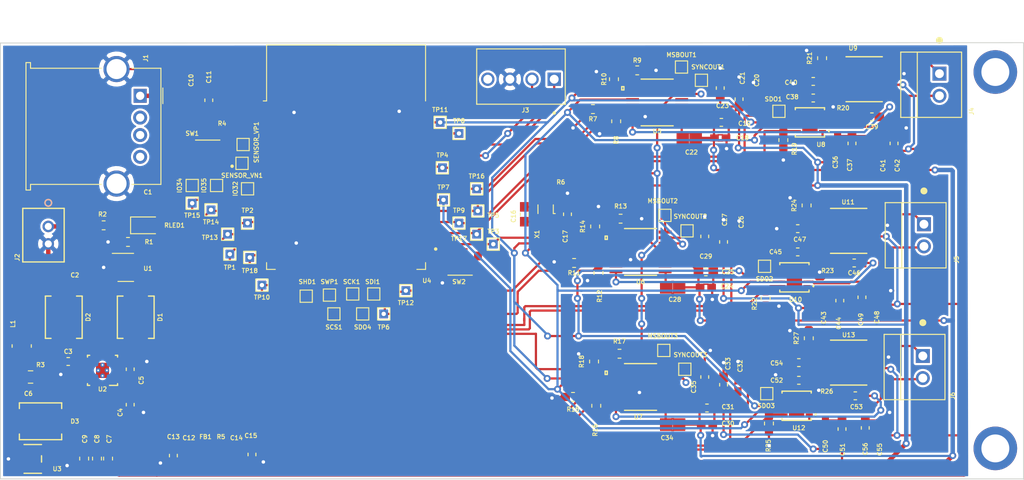
<source format=kicad_pcb>
(kicad_pcb (version 20171130) (host pcbnew "(5.1.5)-3")
  (title_block (title Version2))
  (layers (0 F.Cu signal) (31 B.Cu signal) (34 B.Paste user) (35 F.Paste user) (36 B.SilkS user) (37 F.SilkS user) (38 B.Mask user) (39 F.Mask user hide) (44 Edge.Cuts user))
  (net 0 "")
  (net 1 Vusb)
  (net 2 GND)
  (net 3 "Net-(C2-Pad1)")
  (net 4 "Net-(C3-Pad1)")
  (net 5 DVDD)
  (net 6 "Net-(C5-Pad2)")
  (net 7 "Net-(C6-Pad1)")
  (net 8 +5V)
  (net 9 AVDD)
  (net 10 "Net-(C22-Pad1)")
  (net 11 "Net-(C23-Pad1)")
  (net 12 "Net-(C28-Pad1)")
  (net 13 "Net-(C29-Pad1)")
  (net 14 "Net-(C34-Pad1)")
  (net 15 "Net-(C35-Pad1)")
  (net 16 "Net-(C38-Pad1)")
  (net 17 "Net-(C39-Pad1)")
  (net 18 SIN1)
  (net 19 "Net-(C40-Pad1)")
  (net 20 "Net-(C45-Pad1)")
  (net 21 "Net-(C46-Pad1)")
  (net 22 SIN2)
  (net 23 "Net-(C47-Pad1)")
  (net 24 "Net-(C52-Pad1)")
  (net 25 "Net-(C53-Pad1)")
  (net 26 SIN3)
  (net 27 "Net-(C54-Pad1)")
  (net 28 "Net-(D3-Pad2)")
  (net 29 "Net-(FB1-Pad1)")
  (net 30 "Net-(J1-Pad2)")
  (net 31 "Net-(J1-Pad3)")
  (net 32 "Net-(J1-Pad4)")
  (net 33 "Net-(J3-Pad1)")
  (net 34 "Net-(J3-Pad2)")
  (net 35 "Net-(J4-Pad2)")
  (net 36 "Net-(J4-Pad1)")
  (net 37 "Net-(J5-Pad2)")
  (net 38 "Net-(J5-Pad1)")
  (net 39 "Net-(J6-Pad2)")
  (net 40 "Net-(J6-Pad1)")
  (net 41 "Net-(MSBOUT1-Pad1)")
  (net 42 "Net-(MSBOUT2-Pad1)")
  (net 43 "Net-(MSBOUT3-Pad1)")
  (net 44 "Net-(R1-Pad1)")
  (net 45 "Net-(R2-Pad1)")
  (net 46 "Net-(R2-Pad2)")
  (net 47 "Net-(R4-Pad2)")
  (net 48 "Net-(R6-Pad1)")
  (net 49 FSYNC1)
  (net 50 STANDBY1)
  (net 51 "Net-(R9-Pad1)")
  (net 52 CTRL1)
  (net 53 FSYNC2)
  (net 54 STANDBY2)
  (net 55 "Net-(R13-Pad1)")
  (net 56 CTRL2)
  (net 57 FSYNC3)
  (net 58 STANDBY3)
  (net 59 "Net-(R17-Pad1)")
  (net 60 CTRL3)
  (net 61 SYNC1)
  (net 62 "Net-(R20-Pad1)")
  (net 63 SYNC2)
  (net 64 "Net-(R23-Pad1)")
  (net 65 SYNC3)
  (net 66 "Net-(R26-Pad1)")
  (net 67 "Net-(SCK1-Pad1)")
  (net 68 "Net-(SCS1-Pad1)")
  (net 69 "Net-(SDI1-Pad1)")
  (net 70 "Net-(SDO1-Pad1)")
  (net 71 "Net-(SDO2-Pad1)")
  (net 72 "Net-(SDO3-Pad1)")
  (net 73 "Net-(SDO4-Pad1)")
  (net 74 "Net-(SENSOR_VN1-Pad1)")
  (net 75 "Net-(SENSOR_VP1-Pad1)")
  (net 76 "Net-(SHD1-Pad1)")
  (net 77 "Net-(SW2-Pad1)")
  (net 78 "Net-(SWP1-Pad1)")
  (net 79 "Net-(SYNCOUT1-Pad1)")
  (net 80 "Net-(SYNCOUT2-Pad1)")
  (net 81 "Net-(SYNCOUT3-Pad1)")
  (net 82 SPI1CLK)
  (net 83 ENABLE1)
  (net 84 ENABLE2)
  (net 85 SPI1MOSI)
  (net 86 ENABLE3)
  (net 87 "Net-(U2-Pad2)")
  (net 88 "Net-(U2-Pad6)")
  (net 89 "Net-(U2-Pad7)")
  (net 90 "Net-(U3-Pad5)")
  (net 91 "Net-(U3-Pad3)")
  (net 92 "Net-(U4-Pad32)")
  (net 93 "Net-(IO34-Pad1)")
  (net 94 "Net-(IO35-Pad1)")
  (net 95 "Net-(TP8-Pad1)")
  (net 96 "Net-(IO32-Pad1)")
  (module Connector_Pin:Pin_D1.0mm_L10.0mm (layer F.Cu) (at 189.4205 110.0455)
    (fp_text reference Drill1 hide)
    (fp_text value Pin_D1.0mm_L10.0mm)
    (pad Drill1 thru_hole circle (at 0 0) (size 5 5) (drill 3.2) (layers *.Cu *.Mask))
  )
  (module Connector_Pin:Pin_D1.0mm_L10.0mm (layer F.Cu) (at 189.4205 66.8655)
    (fp_text reference Drill1 hide)
    (fp_text value Pin_D1.0mm_L10.0mm)
    (pad Drill1 thru_hole circle (at 0 0) (size 5 5) (drill 3.2) (layers *.Cu *.Mask))
  )
  (module "final scheme ver2:10kr" (layer F.Cu) (at 137.795 79.502)
    (fp_text reference R6 (at 1.778 0) (layer F.SilkS) (effects (font (size 0.5 0.5) (thickness 0.1))))
    (fp_text value 10k hide)
    (fp_line (start -0.1778 0.2032) (end -0.1778 -0.2032) (layer F.Cu) (width 0.1524))
    (fp_line (start 0.1778 0.2032) (end -0.1778 0.2032) (layer F.Cu) (width 0.1524))
    (fp_line (start 0.1778 -0.2032) (end 0.1778 0.2032) (layer F.Cu) (width 0.1524))
    (fp_line (start -0.1778 -0.2032) (end 0.1778 -0.2032) (layer F.Cu) (width 0.1524))
    (pad 1 smd rect (at -0.5588 0) (size 0.6604 0.508) (layers F.Cu F.Paste F.Mask) (net 48 "Net-(R6-Pad1)"))
    (pad 2 smd rect (at 0.5588 0) (size 0.6604 0.508) (layers F.Cu F.Paste F.Mask) (net 2 GND))
  )
  (module Resistor_SMD:R_0603_1608Metric_Pad1.05x0.95mm_HandSolder (layer F.Cu) (at 168.021 97.409 90)
    (fp_text reference R27 (at 0 -1.43 90) (layer F.SilkS) (effects (font (size 0.5 0.5) (thickness 0.1))))
    (fp_text value 10k)
    (pad 2 smd roundrect (at 0.875 0 90) (size 1.05 0.95) (layers F.Cu F.Paste F.Mask) (net 2 GND))
    (pad 1 smd roundrect (at -0.875 0 90) (size 1.05 0.95) (layers F.Cu F.Paste F.Mask) (net 86 ENABLE3))
  )
  (module Resistor_SMD:R_0603_1608Metric_Pad1.05x0.95mm_HandSolder (layer F.Cu) (at 163.449 107.188 270)
    (fp_text reference R25 (at 2.54 0.0635 90) (layer F.SilkS) (effects (font (size 0.5 0.5) (thickness 0.1))))
    (fp_text value 10k)
    (pad 2 smd roundrect (at 0.875 0 270) (size 1.05 0.95) (layers F.Cu F.Paste F.Mask) (net 2 GND))
    (pad 1 smd roundrect (at -0.875 0 270) (size 1.05 0.95) (layers F.Cu F.Paste F.Mask) (net 65 SYNC3))
  )
  (module Resistor_SMD:R_0603_1608Metric_Pad1.05x0.95mm_HandSolder (layer F.Cu) (at 167.767 82.169 90)
    (fp_text reference R24 (at 0 -1.43 90) (layer F.SilkS) (effects (font (size 0.5 0.5) (thickness 0.1))))
    (fp_text value 10k)
    (pad 2 smd roundrect (at 0.875 0 90) (size 1.05 0.95) (layers F.Cu F.Paste F.Mask) (net 2 GND))
    (pad 1 smd roundrect (at -0.875 0 90) (size 1.05 0.95) (layers F.Cu F.Paste F.Mask) (net 84 ENABLE2))
  )
  (module Resistor_SMD:R_0603_1608Metric_Pad1.05x0.95mm_HandSolder (layer F.Cu) (at 163.068 92.837 270)
    (fp_text reference R22 (at 0.635 1.27 90) (layer F.SilkS) (effects (font (size 0.5 0.5) (thickness 0.1))))
    (fp_text value 10k)
    (pad 2 smd roundrect (at 0.875 0 270) (size 1.05 0.95) (layers F.Cu F.Paste F.Mask) (net 2 GND))
    (pad 1 smd roundrect (at -0.875 0 270) (size 1.05 0.95) (layers F.Cu F.Paste F.Mask) (net 63 SYNC2))
  )
  (module Resistor_SMD:R_0603_1608Metric_Pad1.05x0.95mm_HandSolder (layer F.Cu) (at 169.545 65.278 90)
    (fp_text reference R21 (at 0 -1.43 90) (layer F.SilkS) (effects (font (size 0.5 0.5) (thickness 0.1))))
    (fp_text value 10k)
    (pad 2 smd roundrect (at 0.875 0 90) (size 1.05 0.95) (layers F.Cu F.Paste F.Mask) (net 2 GND))
    (pad 1 smd roundrect (at -0.875 0 90) (size 1.05 0.95) (layers F.Cu F.Paste F.Mask) (net 83 ENABLE1))
  )
  (module Resistor_SMD:R_0603_1608Metric_Pad1.05x0.95mm_HandSolder (layer F.Cu) (at 165.1 74.676 270)
    (fp_text reference R19 (at 1.016 -1.27 90) (layer F.SilkS) (effects (font (size 0.5 0.5) (thickness 0.1))))
    (fp_text value 10k)
    (pad 2 smd roundrect (at 0.875 0 270) (size 1.05 0.95) (layers F.Cu F.Paste F.Mask) (net 2 GND))
    (pad 1 smd roundrect (at -0.875 0 270) (size 1.05 0.95) (layers F.Cu F.Paste F.Mask) (net 61 SYNC1))
  )
  (module Resistor_SMD:R_0603_1608Metric_Pad1.05x0.95mm_HandSolder (layer F.Cu) (at 143.383 100.076 90)
    (fp_text reference R18 (at 0 -1.43 90) (layer F.SilkS) (effects (font (size 0.5 0.5) (thickness 0.1))))
    (fp_text value 10k)
    (pad 2 smd roundrect (at 0.875 0 90) (size 1.05 0.95) (layers F.Cu F.Paste F.Mask) (net 2 GND))
    (pad 1 smd roundrect (at -0.875 0 90) (size 1.05 0.95) (layers F.Cu F.Paste F.Mask) (net 60 CTRL3))
  )
  (module Resistor_SMD:R_0603_1608Metric_Pad1.05x0.95mm_HandSolder (layer F.Cu) (at 146.304 99.187)
    (fp_text reference R17 (at 0 -1.43) (layer F.SilkS) (effects (font (size 0.5 0.5) (thickness 0.1))))
    (fp_text value 10k)
    (pad 2 smd roundrect (at 0.875 0) (size 1.05 0.95) (layers F.Cu F.Paste F.Mask) (net 2 GND))
    (pad 1 smd roundrect (at -0.875 0) (size 1.05 0.95) (layers F.Cu F.Paste F.Mask) (net 59 "Net-(R17-Pad1)"))
  )
  (module Resistor_SMD:R_0603_1608Metric_Pad1.05x0.95mm_HandSolder (layer F.Cu) (at 143.637 105.156 270)
    (fp_text reference R16 (at 2.794 0.127 90) (layer F.SilkS) (effects (font (size 0.5 0.5) (thickness 0.1))))
    (fp_text value 10k)
    (pad 2 smd roundrect (at 0.875 0 270) (size 1.05 0.95) (layers F.Cu F.Paste F.Mask) (net 2 GND))
    (pad 1 smd roundrect (at -0.875 0 270) (size 1.05 0.95) (layers F.Cu F.Paste F.Mask) (net 58 STANDBY3))
  )
  (module Resistor_SMD:R_0603_1608Metric_Pad1.05x0.95mm_HandSolder (layer F.Cu) (at 140.97 104.14 180)
    (fp_text reference R15 (at 0 -1.43) (layer F.SilkS) (effects (font (size 0.5 0.5) (thickness 0.1))))
    (fp_text value 10k)
    (pad 2 smd roundrect (at 0.875 0 180) (size 1.05 0.95) (layers F.Cu F.Paste F.Mask) (net 2 GND))
    (pad 1 smd roundrect (at -0.875 0 180) (size 1.05 0.95) (layers F.Cu F.Paste F.Mask) (net 57 FSYNC3))
  )
  (module Resistor_SMD:R_0603_1608Metric_Pad1.05x0.95mm_HandSolder (layer F.Cu) (at 143.51 84.582 90)
    (fp_text reference R14 (at 0 -1.43 90) (layer F.SilkS) (effects (font (size 0.5 0.5) (thickness 0.1))))
    (fp_text value 10k)
    (pad 2 smd roundrect (at 0.875 0 90) (size 1.05 0.95) (layers F.Cu F.Paste F.Mask) (net 2 GND))
    (pad 1 smd roundrect (at -0.875 0 90) (size 1.05 0.95) (layers F.Cu F.Paste F.Mask) (net 56 CTRL2))
  )
  (module Resistor_SMD:R_0603_1608Metric_Pad1.05x0.95mm_HandSolder (layer F.Cu) (at 146.431 83.693)
    (fp_text reference R13 (at 0 -1.43) (layer F.SilkS) (effects (font (size 0.5 0.5) (thickness 0.1))))
    (fp_text value 10k)
    (pad 2 smd roundrect (at 0.875 0) (size 1.05 0.95) (layers F.Cu F.Paste F.Mask) (net 2 GND))
    (pad 1 smd roundrect (at -0.875 0) (size 1.05 0.95) (layers F.Cu F.Paste F.Mask) (net 55 "Net-(R13-Pad1)"))
  )
  (module Resistor_SMD:R_0603_1608Metric_Pad1.05x0.95mm_HandSolder (layer F.Cu) (at 143.891 89.916 270)
    (fp_text reference R12 (at 2.667 -0.127 90) (layer F.SilkS) (effects (font (size 0.5 0.5) (thickness 0.1))))
    (fp_text value 10k)
    (pad 2 smd roundrect (at 0.875 0 270) (size 1.05 0.95) (layers F.Cu F.Paste F.Mask) (net 2 GND))
    (pad 1 smd roundrect (at -0.875 0 270) (size 1.05 0.95) (layers F.Cu F.Paste F.Mask) (net 54 STANDBY2))
  )
  (module Resistor_SMD:R_0603_1608Metric_Pad1.05x0.95mm_HandSolder (layer F.Cu) (at 141.097 88.773 180)
    (fp_text reference R11 (at 0 -1.143 unlocked) (layer F.SilkS) (effects (font (size 0.5 0.5) (thickness 0.1))))
    (fp_text value 10k)
    (pad 2 smd roundrect (at 0.875 0 180) (size 1.05 0.95) (layers F.Cu F.Paste F.Mask) (net 2 GND))
    (pad 1 smd roundrect (at -0.875 0 180) (size 1.05 0.95) (layers F.Cu F.Paste F.Mask) (net 53 FSYNC2))
  )
  (module Resistor_SMD:R_0603_1608Metric_Pad1.05x0.95mm_HandSolder (layer F.Cu) (at 145.669 67.691 90)
    (fp_text reference R10 (at 0 -1.143 90) (layer F.SilkS) (effects (font (size 0.5 0.5) (thickness 0.1))))
    (fp_text value 10k)
    (pad 2 smd roundrect (at 0.875 0 90) (size 1.05 0.95) (layers F.Cu F.Paste F.Mask) (net 2 GND))
    (pad 1 smd roundrect (at -0.875 0 90) (size 1.05 0.95) (layers F.Cu F.Paste F.Mask) (net 52 CTRL1))
  )
  (module Resistor_SMD:R_0603_1608Metric_Pad1.05x0.95mm_HandSolder (layer F.Cu) (at 148.336 66.675)
    (fp_text reference R9 (at 0 -1.143) (layer F.SilkS) (effects (font (size 0.5 0.5) (thickness 0.1))))
    (fp_text value 10k)
    (pad 2 smd roundrect (at 0.875 0) (size 1.05 0.95) (layers F.Cu F.Paste F.Mask) (net 2 GND))
    (pad 1 smd roundrect (at -0.875 0) (size 1.05 0.95) (layers F.Cu F.Paste F.Mask) (net 51 "Net-(R9-Pad1)"))
  )
  (module Resistor_SMD:R_0603_1608Metric_Pad1.05x0.95mm_HandSolder (layer F.Cu) (at 145.923 72.517 270)
    (fp_text reference R8 (at 2.159 0 90) (layer F.SilkS) (effects (font (size 0.5 0.5) (thickness 0.1))))
    (fp_text value 10k)
    (pad 2 smd roundrect (at 0.875 0 270) (size 1.05 0.95) (layers F.Cu F.Paste F.Mask) (net 2 GND))
    (pad 1 smd roundrect (at -0.875 0 270) (size 1.05 0.95) (layers F.Cu F.Paste F.Mask) (net 50 STANDBY1))
  )
  (module Resistor_SMD:R_0603_1608Metric_Pad1.05x0.95mm_HandSolder (layer F.Cu) (at 143.256 71.12 180)
    (fp_text reference R7 (at 0 -1.143) (layer F.SilkS) (effects (font (size 0.5 0.5) (thickness 0.1))))
    (fp_text value 10k)
    (pad 2 smd roundrect (at 0.875 0 180) (size 1.05 0.95) (layers F.Cu F.Paste F.Mask) (net 2 GND))
    (pad 1 smd roundrect (at -0.875 0 180) (size 1.05 0.95) (layers F.Cu F.Paste F.Mask) (net 49 FSYNC1))
  )
  (module TestPoint:TestPoint_Pad_1.0x1.0mm (layer F.Cu) (at 116.84 94.615)
    (fp_text reference SDO4 (at 0 1.524) (layer F.SilkS) (effects (font (size 0.5 0.5) (thickness 0.1))))
    (fp_text value TestPoint hide)
    (pad 1 smd rect (at 0 0) (size 1 1) (layers F.Cu F.Mask) (net 73 "Net-(SDO4-Pad1)"))
  )
  (module "final scheme ver2:MBRS130LT3G" (layer F.Cu) (at 79.883 106.934 180)
    (fp_text reference D3 (at -3.937 0) (layer F.SilkS) (effects (font (size 0.5 0.5) (thickness 0.1))))
    (fp_text value MBRS340T3G hide)
    (fp_line (start -1.143 1.9304) (end -1.143 -1.9304) (layer F.Cu) (width 0.1524))
    (fp_line (start 1.143 1.9304) (end -1.143 1.9304) (layer F.Cu) (width 0.1524))
    (fp_line (start 1.143 -1.9304) (end 1.143 1.9304) (layer F.Cu) (width 0.1524))
    (fp_line (start -1.143 -1.9304) (end 1.143 -1.9304) (layer F.Cu) (width 0.1524))
    (pad 2 smd rect (at 2.1717 0 180) (size 1.9558 2.2606) (layers F.Cu F.Paste F.Mask) (net 28 "Net-(D3-Pad2)"))
    (pad 1 smd rect (at -2.1717 0 180) (size 1.9558 2.2606) (layers F.Cu F.Paste F.Mask) (net 8 +5V))
  )
  (module "final scheme ver2:MBRS130LT3G" (layer F.Cu) (at 82.55 94.996 90)
    (fp_text reference D2 (at 0 2.794 90) (layer F.SilkS) (effects (font (size 0.5 0.5) (thickness 0.1))))
    (fp_text value MBRS340T3G hide)
    (fp_line (start -1.143 1.9304) (end -1.143 -1.9304) (layer F.Cu) (width 0.1524))
    (fp_line (start 1.143 1.9304) (end -1.143 1.9304) (layer F.Cu) (width 0.1524))
    (fp_line (start 1.143 -1.9304) (end 1.143 1.9304) (layer F.Cu) (width 0.1524))
    (fp_line (start -1.143 -1.9304) (end 1.143 -1.9304) (layer F.Cu) (width 0.1524))
    (pad 2 smd rect (at 2.1717 0 90) (size 1.9558 2.2606) (layers F.Cu F.Paste F.Mask) (net 3 "Net-(C2-Pad1)"))
    (pad 1 smd rect (at -2.1717 0 90) (size 1.9558 2.2606) (layers F.Cu F.Paste F.Mask) (net 4 "Net-(C3-Pad1)"))
  )
  (module "final scheme ver2:MBRS130LT3G" (layer F.Cu) (at 90.805 94.996 90)
    (fp_text reference D1 (at 0 2.794 90) (layer F.SilkS) (effects (font (size 0.5 0.5) (thickness 0.1))))
    (fp_text value MBRS340T3G hide)
    (fp_line (start -1.143 1.9304) (end -1.143 -1.9304) (layer F.Cu) (width 0.1524))
    (fp_line (start 1.143 1.9304) (end -1.143 1.9304) (layer F.Cu) (width 0.1524))
    (fp_line (start 1.143 -1.9304) (end 1.143 1.9304) (layer F.Cu) (width 0.1524))
    (fp_line (start -1.143 -1.9304) (end 1.143 -1.9304) (layer F.Cu) (width 0.1524))
    (pad 2 smd rect (at 2.1717 0 90) (size 1.9558 2.2606) (layers F.Cu F.Paste F.Mask) (net 1 Vusb))
    (pad 1 smd rect (at -2.1717 0 90) (size 1.9558 2.2606) (layers F.Cu F.Paste F.Mask) (net 4 "Net-(C3-Pad1)"))
  )
  (module LED_SMD:LED_0805_2012Metric_Pad1.15x1.40mm_HandSolder (layer F.Cu) (at 92.075 84.455)
    (fp_text reference RLED1 (at 3.175 0) (layer F.SilkS) (effects (font (size 0.5 0.5) (thickness 0.1))))
    (fp_text value SML-D12M1WT86 hide)
    (pad 2 smd roundrect (at 1.025 0) (size 1.15 1.4) (layers F.Cu F.Paste F.Mask) (roundrect_rratio 0.217391) (net 1 Vusb))
    (pad 1 smd roundrect (at -1.025 0) (size 1.15 1.4) (layers F.Cu F.Paste F.Mask) (roundrect_rratio 0.217391) (net 45 "Net-(R2-Pad1)"))
  )
  (module "final scheme ver2:MH1608-601Y" (layer F.Cu) (at 98.806 110.744 90)
    (fp_text reference FB1 (at 2.032 0 180) (layer F.SilkS) (effects (font (size 0.5 0.5) (thickness 0.1))))
    (fp_text value 600Ohm@100MHz hide)
    (fp_line (start -0.3175 -0.4445) (end 0.3175 -0.4445) (layer F.Cu) (width 0.1524))
    (fp_line (start 0.3175 -0.4445) (end 0.3175 0.4445) (layer F.Cu) (width 0.1524))
    (fp_line (start 0.3175 0.4445) (end -0.3175 0.4445) (layer F.Cu) (width 0.1524))
    (fp_line (start -0.3175 0.4445) (end -0.3175 -0.4445) (layer F.Cu) (width 0.1524))
    (pad 1 smd rect (at -0.8001 0 90) (size 0.8636 0.9906) (layers F.Cu F.Paste F.Mask) (net 29 "Net-(FB1-Pad1)"))
    (pad 2 smd rect (at 0.8001 0 90) (size 0.8636 0.9906) (layers F.Cu F.Paste F.Mask) (net 5 DVDD))
  )
  (module RF_Module:ESP32-WROOM-32 (layer F.Cu) (at 114.935 79.629)
    (fp_text reference U4 (at 9.271 11.176) (layer F.SilkS) (effects (font (size 0.5 0.5) (thickness 0.1))))
    (fp_text value ESP32D hide)
    (pad 38 smd rect (at 8.5 -8.255) (size 2 0.9) (layers F.Cu F.Paste F.Mask) (net 2 GND))
    (pad 37 smd rect (at 8.5 -6.985) (size 2 0.9) (layers F.Cu F.Paste F.Mask) (net 85 SPI1MOSI))
    (pad 36 smd rect (at 8.5 -5.715) (size 2 0.9) (layers F.Cu F.Paste F.Mask) (net 95 "Net-(TP8-Pad1)"))
    (pad 35 smd rect (at 8.5 -4.445) (size 2 0.9) (layers F.Cu F.Paste F.Mask) (net 33 "Net-(J3-Pad1)"))
    (pad 34 smd rect (at 8.5 -3.175) (size 2 0.9) (layers F.Cu F.Paste F.Mask) (net 34 "Net-(J3-Pad2)"))
    (pad 33 smd rect (at 8.5 -1.905) (size 2 0.9) (layers F.Cu F.Paste F.Mask) (net 52 CTRL1))
    (pad 32 smd rect (at 8.5 -0.635) (size 2 0.9) (layers F.Cu F.Paste F.Mask) (net 92 "Net-(U4-Pad32)"))
    (pad 31 smd rect (at 8.5 0.635) (size 2 0.9) (layers F.Cu F.Paste F.Mask) (net 49 FSYNC1))
    (pad 30 smd rect (at 8.5 1.905) (size 2 0.9) (layers F.Cu F.Paste F.Mask) (net 82 SPI1CLK))
    (pad 29 smd rect (at 8.5 3.175) (size 2 0.9) (layers F.Cu F.Paste F.Mask) (net 50 STANDBY1))
    (pad 28 smd rect (at 8.5 4.445) (size 2 0.9) (layers F.Cu F.Paste F.Mask) (net 83 ENABLE1))
    (pad 27 smd rect (at 8.5 5.715) (size 2 0.9) (layers F.Cu F.Paste F.Mask) (net 61 SYNC1))
    (pad 26 smd rect (at 8.5 6.985) (size 2 0.9) (layers F.Cu F.Paste F.Mask) (net 56 CTRL2))
    (pad 25 smd rect (at 8.5 8.255) (size 2 0.9) (layers F.Cu F.Paste F.Mask) (net 77 "Net-(SW2-Pad1)"))
    (pad 24 smd rect (at 5.715 9.255 90) (size 2 0.9) (layers F.Cu F.Paste F.Mask) (net 53 FSYNC2))
    (pad 23 smd rect (at 4.445 9.255 90) (size 2 0.9) (layers F.Cu F.Paste F.Mask) (net 54 STANDBY2))
    (pad 22 smd rect (at 3.175 9.255 90) (size 2 0.9) (layers F.Cu F.Paste F.Mask) (net 69 "Net-(SDI1-Pad1)"))
    (pad 21 smd rect (at 1.905 9.255 90) (size 2 0.9) (layers F.Cu F.Paste F.Mask) (net 73 "Net-(SDO4-Pad1)"))
    (pad 20 smd rect (at 0.635 9.255 90) (size 2 0.9) (layers F.Cu F.Paste F.Mask) (net 67 "Net-(SCK1-Pad1)"))
    (pad 19 smd rect (at -0.635 9.255 90) (size 2 0.9) (layers F.Cu F.Paste F.Mask) (net 68 "Net-(SCS1-Pad1)"))
    (pad 18 smd rect (at -1.905 9.255 90) (size 2 0.9) (layers F.Cu F.Paste F.Mask) (net 78 "Net-(SWP1-Pad1)"))
    (pad 17 smd rect (at -3.175 9.255 90) (size 2 0.9) (layers F.Cu F.Paste F.Mask) (net 76 "Net-(SHD1-Pad1)"))
    (pad 16 smd rect (at -4.445 9.255 90) (size 2 0.9) (layers F.Cu F.Paste F.Mask) (net 84 ENABLE2))
    (pad 15 smd rect (at -5.715 9.255 90) (size 2 0.9) (layers F.Cu F.Paste F.Mask) (net 2 GND))
    (pad 14 smd rect (at -8.5 8.255) (size 2 0.9) (layers F.Cu F.Paste F.Mask) (net 63 SYNC2))
    (pad 13 smd rect (at -8.5 6.985) (size 2 0.9) (layers F.Cu F.Paste F.Mask) (net 60 CTRL3))
    (pad 12 smd rect (at -8.5 5.715) (size 2 0.9) (layers F.Cu F.Paste F.Mask) (net 57 FSYNC3))
    (pad 11 smd rect (at -8.5 4.445) (size 2 0.9) (layers F.Cu F.Paste F.Mask) (net 58 STANDBY3))
    (pad 10 smd rect (at -8.5 3.175) (size 2 0.9) (layers F.Cu F.Paste F.Mask) (net 86 ENABLE3))
    (pad 9 smd rect (at -8.5 1.905) (size 2 0.9) (layers F.Cu F.Paste F.Mask) (net 65 SYNC3))
    (pad 8 smd rect (at -8.5 0.635) (size 2 0.9) (layers F.Cu F.Paste F.Mask) (net 96 "Net-(IO32-Pad1)"))
    (pad 7 smd rect (at -8.5 -0.635) (size 2 0.9) (layers F.Cu F.Paste F.Mask) (net 94 "Net-(IO35-Pad1)"))
    (pad 6 smd rect (at -8.5 -1.905) (size 2 0.9) (layers F.Cu F.Paste F.Mask) (net 93 "Net-(IO34-Pad1)"))
    (pad 5 smd rect (at -8.5 -3.175) (size 2 0.9) (layers F.Cu F.Paste F.Mask) (net 74 "Net-(SENSOR_VN1-Pad1)"))
    (pad 4 smd rect (at -8.5 -4.445) (size 2 0.9) (layers F.Cu F.Paste F.Mask) (net 75 "Net-(SENSOR_VP1-Pad1)"))
    (pad 3 smd rect (at -8.5 -5.715) (size 2 0.9) (layers F.Cu F.Paste F.Mask) (net 47 "Net-(R4-Pad2)"))
    (pad 2 smd rect (at -8.5 -6.985) (size 2 0.9) (layers F.Cu F.Paste F.Mask) (net 5 DVDD))
    (pad 1 smd rect (at -8.5 -8.255) (size 2 0.9) (layers F.Cu F.Paste F.Mask) (net 2 GND))
    (pad 39 smd rect (at -1 -0.755) (size 5 5) (layers F.Cu F.Paste F.Mask) (net 2 GND))
  )
  (module Resistor_SMD:R_0603_1608Metric_Pad1.05x0.95mm_HandSolder (layer F.Cu) (at 89.916 86.36 180)
    (fp_text reference R1 (at -2.413 0) (layer F.SilkS) (effects (font (size 0.5 0.5) (thickness 0.1))))
    (fp_text value 2k hide)
    (pad 2 smd roundrect (at 0.875 0 180) (size 1.05 0.95) (layers F.Cu F.Paste F.Mask) (net 2 GND))
    (pad 1 smd roundrect (at -0.875 0 180) (size 1.05 0.95) (layers F.Cu F.Paste F.Mask) (net 44 "Net-(R1-Pad1)"))
  )
  (module Capacitor_SMD:C_0603_1608Metric_Pad1.05x0.95mm_HandSolder (layer F.Cu) (at 84.8868 111.2139 270)
    (fp_text reference C9 (at -2.2479 -0.0762 90) (layer F.SilkS) (effects (font (size 0.5 0.5) (thickness 0.1))))
    (fp_text value 10uF)
    (pad 2 smd roundrect (at 0.875 0 270) (size 1.05 0.95) (layers F.Cu F.Paste F.Mask) (net 2 GND))
    (pad 1 smd roundrect (at -0.875 0 270) (size 1.05 0.95) (layers F.Cu F.Paste F.Mask) (net 8 +5V))
  )
  (module Capacitor_SMD:C_0603_1608Metric_Pad1.05x0.95mm_HandSolder (layer F.Cu) (at 86.36 111.2139 270)
    (fp_text reference C8 (at -2.2479 0 90) (layer F.SilkS) (effects (font (size 0.5 0.5) (thickness 0.1))))
    (fp_text value 10uF)
    (pad 2 smd roundrect (at 0.875 0 270) (size 1.05 0.95) (layers F.Cu F.Paste F.Mask) (net 2 GND))
    (pad 1 smd roundrect (at -0.875 0 270) (size 1.05 0.95) (layers F.Cu F.Paste F.Mask) (net 8 +5V))
  )
  (module Capacitor_SMD:C_0603_1608Metric_Pad1.05x0.95mm_HandSolder (layer F.Cu) (at 87.63 111.2139 270)
    (fp_text reference C7 (at -2.2479 -0.127 90) (layer F.SilkS) (effects (font (size 0.5 0.5) (thickness 0.1))))
    (fp_text value 10uF)
    (pad 2 smd roundrect (at 0.875 0 270) (size 1.05 0.95) (layers F.Cu F.Paste F.Mask) (net 2 GND))
    (pad 1 smd roundrect (at -0.875 0 270) (size 1.05 0.95) (layers F.Cu F.Paste F.Mask) (net 8 +5V))
  )
  (module Resistor_SMD:R_0603_1608Metric_Pad1.05x0.95mm_HandSolder (layer F.Cu) (at 87.122 84.455 180)
    (fp_text reference R2 (at 0.127 1.27) (layer F.SilkS) (effects (font (size 0.5 0.5) (thickness 0.1))))
    (fp_text value 470 hide)
    (pad 2 smd roundrect (at 0.875 0 180) (size 1.05 0.95) (layers F.Cu F.Paste F.Mask) (net 46 "Net-(R2-Pad2)"))
    (pad 1 smd roundrect (at -0.875 0 180) (size 1.05 0.95) (layers F.Cu F.Paste F.Mask) (net 45 "Net-(R2-Pad1)"))
  )
  (module Resistor_SMD:R_0805_2012Metric_Pad1.15x1.40mm_HandSolder (layer F.Cu) (at 78.74 101.854 180)
    (fp_text reference R3 (at -1.143 1.397) (layer F.SilkS) (effects (font (size 0.5 0.5) (thickness 0.1))))
    (fp_text value 5 hide)
    (pad 2 smd roundrect (at 1.025 0 180) (size 1.15 1.4) (layers F.Cu F.Paste F.Mask) (roundrect_rratio 0.217391) (net 28 "Net-(D3-Pad2)"))
    (pad 1 smd roundrect (at -1.025 0 180) (size 1.15 1.4) (layers F.Cu F.Paste F.Mask) (roundrect_rratio 0.217391) (net 7 "Net-(C6-Pad1)"))
  )
  (module Connector_USB:USB_A_Molex_67643_Horizontal (layer F.Cu) (at 91.313 69.596 270)
    (fp_text reference J1 (at -4.318 -0.635 90) (layer F.SilkS) (effects (font (size 0.5 0.5) (thickness 0.1))))
    (fp_text value USBminiAB)
    (pad 4 thru_hole circle (at 7 0 270) (size 1.6 1.6) (drill 0.95) (layers *.Cu *.Mask) (net 32 "Net-(J1-Pad4)"))
    (pad 3 thru_hole circle (at 4.5 0 270) (size 1.6 1.6) (drill 0.95) (layers *.Cu *.Mask) (net 31 "Net-(J1-Pad3)"))
    (pad 2 thru_hole circle (at 2.5 0 270) (size 1.6 1.6) (drill 0.95) (layers *.Cu *.Mask) (net 30 "Net-(J1-Pad2)"))
    (pad 1 thru_hole rect (at 0 0 270) (size 1.6 1.5) (drill 0.95) (layers *.Cu *.Mask) (net 1 Vusb))
    (pad 5 thru_hole circle (at 10.07 2.71 270) (size 3 3) (drill 2.3) (layers *.Cu *.Mask) (net 2 GND))
    (pad 5 thru_hole circle (at -3.07 2.71 270) (size 3 3) (drill 2.3) (layers *.Cu *.Mask) (net 2 GND))
  )
  (module TestPoint:TestPoint_THTPad_1.0x1.0mm_Drill0.5mm (layer F.Cu) (at 103.886 88.138)
    (fp_text reference TP18 (at 0 1.524) (layer F.SilkS) (effects (font (size 0.5 0.5) (thickness 0.1))))
    (fp_text value SYNC2)
    (pad 1 thru_hole rect (at 0 0) (size 1 1) (drill 0.5) (layers *.Cu *.Mask) (net 63 SYNC2))
  )
  (module TestPoint:TestPoint_THTPad_1.0x1.0mm_Drill0.5mm (layer F.Cu) (at 129.921 85.471)
    (fp_text reference TP17 (at -2.032 0.508) (layer F.SilkS) (effects (font (size 0.5 0.5) (thickness 0.1))))
    (fp_text value SYNC1)
    (pad 1 thru_hole rect (at 0 0) (size 1 1) (drill 0.5) (layers *.Cu *.Mask) (net 61 SYNC1))
  )
  (module TestPoint:TestPoint_THTPad_1.0x1.0mm_Drill0.5mm (layer F.Cu) (at 129.921 80.264)
    (fp_text reference TP16 (at 0 -1.448) (layer F.SilkS) (effects (font (size 0.5 0.5) (thickness 0.1))))
    (fp_text value FSYNC1)
    (pad 1 thru_hole rect (at 0 0) (size 1 1) (drill 0.5) (layers *.Cu *.Mask) (net 49 FSYNC1))
  )
  (module TestPoint:TestPoint_THTPad_1.0x1.0mm_Drill0.5mm (layer F.Cu) (at 97.282 81.915)
    (fp_text reference TP15 (at 0 1.397) (layer F.SilkS) (effects (font (size 0.5 0.5) (thickness 0.1))))
    (fp_text value SYNC3)
    (pad 1 thru_hole rect (at 0 0) (size 1 1) (drill 0.5) (layers *.Cu *.Mask) (net 65 SYNC3))
  )
  (module TestPoint:TestPoint_THTPad_1.0x1.0mm_Drill0.5mm (layer F.Cu) (at 99.441 82.677)
    (fp_text reference TP14 (at 0 1.397) (layer F.SilkS) (effects (font (size 0.5 0.5) (thickness 0.1))))
    (fp_text value ENABLE3)
    (pad 1 thru_hole rect (at 0 0) (size 1 1) (drill 0.5) (layers *.Cu *.Mask) (net 86 ENABLE3))
  )
  (module TestPoint:TestPoint_THTPad_1.0x1.0mm_Drill0.5mm (layer F.Cu) (at 101.346 85.471)
    (fp_text reference TP13 (at -2.032 0.381) (layer F.SilkS) (effects (font (size 0.5 0.5) (thickness 0.1))))
    (fp_text value FSYNC3)
    (pad 1 thru_hole rect (at 0 0) (size 1 1) (drill 0.5) (layers *.Cu *.Mask) (net 57 FSYNC3))
  )
  (module TestPoint:TestPoint_THTPad_1.0x1.0mm_Drill0.5mm (layer F.Cu) (at 121.793 91.948)
    (fp_text reference TP12 (at 0 1.397) (layer F.SilkS) (effects (font (size 0.5 0.5) (thickness 0.1))))
    (fp_text value FSYNC2)
    (pad 1 thru_hole rect (at 0 0) (size 1 1) (drill 0.5) (layers *.Cu *.Mask) (net 53 FSYNC2))
  )
  (module TestPoint:TestPoint_THTPad_1.0x1.0mm_Drill0.5mm (layer F.Cu) (at 125.73 72.644)
    (fp_text reference TP11 (at 0 -1.448) (layer F.SilkS) (effects (font (size 0.5 0.5) (thickness 0.1))))
    (fp_text value SPIMOSI)
    (pad 1 thru_hole rect (at 0 0) (size 1 1) (drill 0.5) (layers *.Cu *.Mask) (net 85 SPI1MOSI))
  )
  (module TestPoint:TestPoint_THTPad_1.0x1.0mm_Drill0.5mm (layer F.Cu) (at 105.283 91.313)
    (fp_text reference TP10 (at 0 1.397) (layer F.SilkS) (effects (font (size 0.5 0.5) (thickness 0.1))))
    (fp_text value ENABLE2)
    (pad 1 thru_hole rect (at 0 0) (size 1 1) (drill 0.5) (layers *.Cu *.Mask) (net 84 ENABLE2))
  )
  (module TestPoint:TestPoint_THTPad_1.0x1.0mm_Drill0.5mm (layer F.Cu) (at 127.889 84.201)
    (fp_text reference TP9 (at 0 -1.448) (layer F.SilkS) (effects (font (size 0.5 0.5) (thickness 0.1))))
    (fp_text value ENABLE1)
    (pad 1 thru_hole rect (at 0 0) (size 1 1) (drill 0.5) (layers *.Cu *.Mask) (net 83 ENABLE1))
  )
  (module TestPoint:TestPoint_THTPad_1.0x1.0mm_Drill0.5mm (layer F.Cu) (at 127.889 73.914)
    (fp_text reference TP8 (at 0 -1.448) (layer F.SilkS) (effects (font (size 0.5 0.5) (thickness 0.1))))
    (fp_text value IO22)
    (pad 1 thru_hole rect (at 0 0) (size 1 1) (drill 0.5) (layers *.Cu *.Mask) (net 95 "Net-(TP8-Pad1)"))
  )
  (module TestPoint:TestPoint_THTPad_1.0x1.0mm_Drill0.5mm (layer F.Cu) (at 126.111 81.534)
    (fp_text reference TP7 (at 0 -1.448) (layer F.SilkS) (effects (font (size 0.5 0.5) (thickness 0.1))))
    (fp_text value SPI1CLK)
    (pad 1 thru_hole rect (at 0 0) (size 1 1) (drill 0.5) (layers *.Cu *.Mask) (net 82 SPI1CLK))
  )
  (module TestPoint:TestPoint_THTPad_1.0x1.0mm_Drill0.5mm (layer F.Cu) (at 119.253 94.615)
    (fp_text reference TP6 (at 0 1.524) (layer F.SilkS) (effects (font (size 0.5 0.5) (thickness 0.1))))
    (fp_text value STANDBY2)
    (pad 1 thru_hole rect (at 0 0) (size 1 1) (drill 0.5) (layers *.Cu *.Mask) (net 54 STANDBY2))
  )
  (module TestPoint:TestPoint_THTPad_1.0x1.0mm_Drill0.5mm (layer F.Cu) (at 130.048 82.804)
    (fp_text reference TP5 (at 1.778 0.508) (layer F.SilkS) (effects (font (size 0.5 0.5) (thickness 0.1))))
    (fp_text value STANDBY1)
    (pad 1 thru_hole rect (at 0 0) (size 1 1) (drill 0.5) (layers *.Cu *.Mask) (net 50 STANDBY1))
  )
  (module TestPoint:TestPoint_THTPad_1.0x1.0mm_Drill0.5mm (layer F.Cu) (at 125.984 77.851)
    (fp_text reference TP4 (at 0 -1.448) (layer F.SilkS) (effects (font (size 0.5 0.5) (thickness 0.1))))
    (fp_text value CTRL1)
    (pad 1 thru_hole rect (at 0 0) (size 1 1) (drill 0.5) (layers *.Cu *.Mask) (net 52 CTRL1))
  )
  (module TestPoint:TestPoint_THTPad_1.0x1.0mm_Drill0.5mm (layer F.Cu) (at 131.826 86.614)
    (fp_text reference TP3 (at 0 -1.448) (layer F.SilkS) (effects (font (size 0.5 0.5) (thickness 0.1))))
    (fp_text value CTRL2)
    (pad 1 thru_hole rect (at 0 0) (size 1 1) (drill 0.5) (layers *.Cu *.Mask) (net 56 CTRL2))
  )
  (module TestPoint:TestPoint_THTPad_1.0x1.0mm_Drill0.5mm (layer F.Cu) (at 103.632 84.201)
    (fp_text reference TP2 (at 0 -1.448) (layer F.SilkS) (effects (font (size 0.5 0.5) (thickness 0.1))))
    (fp_text value STANDBY3)
    (pad 1 thru_hole rect (at 0 0) (size 1 1) (drill 0.5) (layers *.Cu *.Mask) (net 58 STANDBY3))
  )
  (module TestPoint:TestPoint_THTPad_1.0x1.0mm_Drill0.5mm (layer F.Cu) (at 101.6 87.757)
    (fp_text reference TP1 (at 0 1.524) (layer F.SilkS) (effects (font (size 0.5 0.5) (thickness 0.1))))
    (fp_text value CTRL3)
    (pad 1 thru_hole rect (at 0 0) (size 1 1) (drill 0.5) (layers *.Cu *.Mask) (net 60 CTRL3))
  )
  (module "final scheme ver2:NCS2211" (layer F.Cu) (at 172.593 85.09)
    (fp_text reference U11 (at -0.0635 -3.302) (layer F.SilkS) (effects (font (size 0.5 0.5) (thickness 0.1))))
    (fp_text value NCS2211 hide)
    (pad 1 smd rect (at -2.7051 -1.905) (size 1.4986 0.5588) (layers F.Cu F.Paste F.Mask) (net 84 ENABLE2))
    (pad 2 smd rect (at -2.7051 -0.635) (size 1.4986 0.5588) (layers F.Cu F.Paste F.Mask) (net 23 "Net-(C47-Pad1)"))
    (pad 3 smd rect (at -2.7051 0.635) (size 1.4986 0.5588) (layers F.Cu F.Paste F.Mask) (net 23 "Net-(C47-Pad1)"))
    (pad 4 smd rect (at -2.7051 1.905) (size 1.4986 0.5588) (layers F.Cu F.Paste F.Mask) (net 64 "Net-(R23-Pad1)"))
    (pad 5 smd rect (at 2.7051 1.905) (size 1.4986 0.5588) (layers F.Cu F.Paste F.Mask) (net 37 "Net-(J5-Pad2)"))
    (pad 6 smd rect (at 2.7051 0.635) (size 1.4986 0.5588) (layers F.Cu F.Paste F.Mask) (net 8 +5V))
    (pad 7 smd rect (at 2.7051 -0.635) (size 1.4986 0.5588) (layers F.Cu F.Paste F.Mask) (net 2 GND))
    (pad 8 smd rect (at 2.7051 -1.905) (size 1.4986 0.5588) (layers F.Cu F.Paste F.Mask) (net 38 "Net-(J5-Pad1)"))
  )
  (module "final scheme ver2:AD5270BCPZ-20-RL7" (layer F.Cu) (at 166.37 90.424 180)
    (fp_text reference U10 (at -0.127 -2.54) (layer F.SilkS) (effects (font (size 0.5 0.5) (thickness 0.1))))
    (fp_text value AD5270 hide)
    (pad 1 smd rect (at -1.4478 -1.000001 180) (size 0.8128 0.254) (layers F.Cu F.Paste F.Mask) (net 5 DVDD))
    (pad 2 smd rect (at -1.4478 -0.499999 180) (size 0.8128 0.254) (layers F.Cu F.Paste F.Mask) (net 37 "Net-(J5-Pad2)"))
    (pad 3 smd rect (at -1.4478 0 180) (size 0.8128 0.254) (layers F.Cu F.Paste F.Mask) (net 64 "Net-(R23-Pad1)"))
    (pad 4 smd rect (at -1.4478 0.499999 180) (size 0.8128 0.254) (layers F.Cu F.Paste F.Mask) (net 2 GND))
    (pad 5 smd rect (at -1.4478 1.000001 180) (size 0.8128 0.254) (layers F.Cu F.Paste F.Mask) (net 20 "Net-(C45-Pad1)"))
    (pad 6 smd rect (at 1.4478 1.000001 180) (size 0.8128 0.254) (layers F.Cu F.Paste F.Mask) (net 2 GND))
    (pad 7 smd rect (at 1.4478 0.499999 180) (size 0.8128 0.254) (layers F.Cu F.Paste F.Mask) (net 71 "Net-(SDO2-Pad1)"))
    (pad 8 smd rect (at 1.4478 0 180) (size 0.8128 0.254) (layers F.Cu F.Paste F.Mask) (net 85 SPI1MOSI))
    (pad 9 smd rect (at 1.4478 -0.499999 180) (size 0.8128 0.254) (layers F.Cu F.Paste F.Mask) (net 82 SPI1CLK))
    (pad 10 smd rect (at 1.4478 -1.000001 180) (size 0.8128 0.254) (layers F.Cu F.Paste F.Mask) (net 63 SYNC2))
    (pad 11 smd rect (at 0 0 180) (size 1.7526 2.4892) (layers F.Cu F.Paste F.Mask))
  )
  (module Oscillator:Oscillator_SMD_SeikoEpson_SG3030CM (layer F.Cu) (at 137.83 82.605 90)
    (fp_text reference X1 (at -2.866 -0.9875 90) (layer F.SilkS) (effects (font (size 0.5 0.5) (thickness 0.1))))
    (fp_text value SG-3030CM hide)
    (pad 4 smd rect (at -1.325 -0.6 90) (size 1.05 0.8) (layers F.Cu F.Paste F.Mask) (net 5 DVDD))
    (pad 3 smd rect (at 1.325 -0.6 90) (size 1.05 0.8) (layers F.Cu F.Paste F.Mask) (net 48 "Net-(R6-Pad1)"))
    (pad 2 smd rect (at 1.325 0.6 90) (size 1.05 0.8) (layers F.Cu F.Paste F.Mask) (net 2 GND))
    (pad 1 smd rect (at -1.325 0.6 90) (size 1.05 0.8) (layers F.Cu F.Paste F.Mask) (net 5 DVDD))
  )
  (module "final scheme ver2:NCS2211" (layer F.Cu) (at 172.593 100.203)
    (fp_text reference U13 (at 0 -3.175) (layer F.SilkS) (effects (font (size 0.5 0.5) (thickness 0.1))))
    (fp_text value NCS2211 hide)
    (pad 1 smd rect (at -2.7051 -1.905) (size 1.4986 0.5588) (layers F.Cu F.Paste F.Mask) (net 86 ENABLE3))
    (pad 2 smd rect (at -2.7051 -0.635) (size 1.4986 0.5588) (layers F.Cu F.Paste F.Mask) (net 27 "Net-(C54-Pad1)"))
    (pad 3 smd rect (at -2.7051 0.635) (size 1.4986 0.5588) (layers F.Cu F.Paste F.Mask) (net 27 "Net-(C54-Pad1)"))
    (pad 4 smd rect (at -2.7051 1.905) (size 1.4986 0.5588) (layers F.Cu F.Paste F.Mask) (net 66 "Net-(R26-Pad1)"))
    (pad 5 smd rect (at 2.7051 1.905) (size 1.4986 0.5588) (layers F.Cu F.Paste F.Mask) (net 39 "Net-(J6-Pad2)"))
    (pad 6 smd rect (at 2.7051 0.635) (size 1.4986 0.5588) (layers F.Cu F.Paste F.Mask) (net 8 +5V))
    (pad 7 smd rect (at 2.7051 -0.635) (size 1.4986 0.5588) (layers F.Cu F.Paste F.Mask) (net 2 GND))
    (pad 8 smd rect (at 2.7051 -1.905) (size 1.4986 0.5588) (layers F.Cu F.Paste F.Mask) (net 40 "Net-(J6-Pad1)"))
  )
  (module "final scheme ver2:AD5270BCPZ-20-RL7" (layer F.Cu) (at 166.624 105.156 180)
    (fp_text reference U12 (at -0.254 -2.54) (layer F.SilkS) (effects (font (size 0.5 0.5) (thickness 0.1))))
    (fp_text value AD5270 hide)
    (pad 1 smd rect (at -1.4478 -1.000001 180) (size 0.8128 0.254) (layers F.Cu F.Paste F.Mask) (net 5 DVDD))
    (pad 2 smd rect (at -1.4478 -0.499999 180) (size 0.8128 0.254) (layers F.Cu F.Paste F.Mask) (net 39 "Net-(J6-Pad2)"))
    (pad 3 smd rect (at -1.4478 0 180) (size 0.8128 0.254) (layers F.Cu F.Paste F.Mask) (net 66 "Net-(R26-Pad1)"))
    (pad 4 smd rect (at -1.4478 0.499999 180) (size 0.8128 0.254) (layers F.Cu F.Paste F.Mask) (net 2 GND))
    (pad 5 smd rect (at -1.4478 1.000001 180) (size 0.8128 0.254) (layers F.Cu F.Paste F.Mask) (net 24 "Net-(C52-Pad1)"))
    (pad 6 smd rect (at 1.4478 1.000001 180) (size 0.8128 0.254) (layers F.Cu F.Paste F.Mask) (net 2 GND))
    (pad 7 smd rect (at 1.4478 0.499999 180) (size 0.8128 0.254) (layers F.Cu F.Paste F.Mask) (net 72 "Net-(SDO3-Pad1)"))
    (pad 8 smd rect (at 1.4478 0 180) (size 0.8128 0.254) (layers F.Cu F.Paste F.Mask) (net 85 SPI1MOSI))
    (pad 9 smd rect (at 1.4478 -0.499999 180) (size 0.8128 0.254) (layers F.Cu F.Paste F.Mask) (net 82 SPI1CLK))
    (pad 10 smd rect (at 1.4478 -1.000001 180) (size 0.8128 0.254) (layers F.Cu F.Paste F.Mask) (net 65 SYNC3))
    (pad 11 smd rect (at 0 0 180) (size 1.7526 2.4892) (layers F.Cu F.Paste F.Mask))
  )
  (module "final scheme ver2:NCS2211" (layer F.Cu) (at 174.371 67.691)
    (fp_text reference U9 (at -1.27 -3.556) (layer F.SilkS) (effects (font (size 0.5 0.5) (thickness 0.1))))
    (fp_text value NCS2211 hide)
    (pad 8 smd rect (at 2.7051 -1.905) (size 1.4986 0.5588) (layers F.Cu F.Paste F.Mask) (net 36 "Net-(J4-Pad1)"))
    (pad 7 smd rect (at 2.7051 -0.635) (size 1.4986 0.5588) (layers F.Cu F.Paste F.Mask) (net 2 GND))
    (pad 6 smd rect (at 2.7051 0.635) (size 1.4986 0.5588) (layers F.Cu F.Paste F.Mask) (net 8 +5V))
    (pad 5 smd rect (at 2.7051 1.905) (size 1.4986 0.5588) (layers F.Cu F.Paste F.Mask) (net 35 "Net-(J4-Pad2)"))
    (pad 4 smd rect (at -2.7051 1.905) (size 1.4986 0.5588) (layers F.Cu F.Paste F.Mask) (net 62 "Net-(R20-Pad1)"))
    (pad 3 smd rect (at -2.7051 0.635) (size 1.4986 0.5588) (layers F.Cu F.Paste F.Mask) (net 19 "Net-(C40-Pad1)"))
    (pad 2 smd rect (at -2.7051 -0.635) (size 1.4986 0.5588) (layers F.Cu F.Paste F.Mask) (net 19 "Net-(C40-Pad1)"))
    (pad 1 smd rect (at -2.7051 -1.905) (size 1.4986 0.5588) (layers F.Cu F.Paste F.Mask) (net 83 ENABLE1))
  )
  (module "final scheme ver2:AD5270BCPZ-20-RL7" (layer F.Cu) (at 168.148 72.644 180)
    (fp_text reference U8 (at -1.27 -2.54) (layer F.SilkS) (effects (font (size 0.5 0.5) (thickness 0.1))))
    (fp_text value AD5270 hide)
    (pad 11 smd rect (at 0 0 180) (size 1.7526 2.4892) (layers F.Cu F.Paste F.Mask))
    (pad 10 smd rect (at 1.4478 -1.000001 180) (size 0.8128 0.254) (layers F.Cu F.Paste F.Mask) (net 61 SYNC1))
    (pad 9 smd rect (at 1.4478 -0.499999 180) (size 0.8128 0.254) (layers F.Cu F.Paste F.Mask) (net 82 SPI1CLK))
    (pad 8 smd rect (at 1.4478 0 180) (size 0.8128 0.254) (layers F.Cu F.Paste F.Mask) (net 85 SPI1MOSI))
    (pad 7 smd rect (at 1.4478 0.499999 180) (size 0.8128 0.254) (layers F.Cu F.Paste F.Mask) (net 70 "Net-(SDO1-Pad1)"))
    (pad 6 smd rect (at 1.4478 1.000001 180) (size 0.8128 0.254) (layers F.Cu F.Paste F.Mask) (net 2 GND))
    (pad 5 smd rect (at -1.4478 1.000001 180) (size 0.8128 0.254) (layers F.Cu F.Paste F.Mask) (net 16 "Net-(C38-Pad1)"))
    (pad 4 smd rect (at -1.4478 0.499999 180) (size 0.8128 0.254) (layers F.Cu F.Paste F.Mask) (net 2 GND))
    (pad 3 smd rect (at -1.4478 0 180) (size 0.8128 0.254) (layers F.Cu F.Paste F.Mask) (net 62 "Net-(R20-Pad1)"))
    (pad 2 smd rect (at -1.4478 -0.499999 180) (size 0.8128 0.254) (layers F.Cu F.Paste F.Mask) (net 35 "Net-(J4-Pad2)"))
    (pad 1 smd rect (at -1.4478 -1.000001 180) (size 0.8128 0.254) (layers F.Cu F.Paste F.Mask) (net 5 DVDD))
  )
  (module "final scheme ver2:AD5932YRUZ" (layer F.Cu) (at 148.717 102.997 180)
    (fp_text reference U7 (at 0.254 -3.429) (layer F.SilkS) (effects (font (size 0.5 0.5) (thickness 0.1))))
    (fp_text value AD5932 hide)
    (pad 1 smd rect (at -2.8194 -2.274999 180) (size 1.4732 0.3556) (layers F.Cu F.Paste F.Mask) (net 14 "Net-(C34-Pad1)"))
    (pad 2 smd rect (at -2.8194 -1.625001 180) (size 1.4732 0.3556) (layers F.Cu F.Paste F.Mask) (net 9 AVDD))
    (pad 3 smd rect (at -2.8194 -0.974999 180) (size 1.4732 0.3556) (layers F.Cu F.Paste F.Mask) (net 5 DVDD))
    (pad 4 smd rect (at -2.8194 -0.325001 180) (size 1.4732 0.3556) (layers F.Cu F.Paste F.Mask) (net 15 "Net-(C35-Pad1)"))
    (pad 5 smd rect (at -2.8194 0.324998 180) (size 1.4732 0.3556) (layers F.Cu F.Paste F.Mask) (net 2 GND))
    (pad 6 smd rect (at -2.8194 0.974999 180) (size 1.4732 0.3556) (layers F.Cu F.Paste F.Mask) (net 48 "Net-(R6-Pad1)"))
    (pad 7 smd rect (at -2.8194 1.624998 180) (size 1.4732 0.3556) (layers F.Cu F.Paste F.Mask) (net 81 "Net-(SYNCOUT3-Pad1)"))
    (pad 8 smd rect (at -2.8194 2.274999 180) (size 1.4732 0.3556) (layers F.Cu F.Paste F.Mask) (net 43 "Net-(MSBOUT3-Pad1)"))
    (pad 9 smd rect (at 2.8194 2.274999 180) (size 1.4732 0.3556) (layers F.Cu F.Paste F.Mask) (net 59 "Net-(R17-Pad1)"))
    (pad 10 smd rect (at 2.8194 1.625001 180) (size 1.4732 0.3556) (layers F.Cu F.Paste F.Mask) (net 60 CTRL3))
    (pad 11 smd rect (at 2.8194 0.974999 180) (size 1.4732 0.3556) (layers F.Cu F.Paste F.Mask) (net 85 SPI1MOSI))
    (pad 12 smd rect (at 2.8194 0.325001 180) (size 1.4732 0.3556) (layers F.Cu F.Paste F.Mask) (net 82 SPI1CLK))
    (pad 13 smd rect (at 2.8194 -0.324998 180) (size 1.4732 0.3556) (layers F.Cu F.Paste F.Mask) (net 57 FSYNC3))
    (pad 14 smd rect (at 2.8194 -0.974999 180) (size 1.4732 0.3556) (layers F.Cu F.Paste F.Mask) (net 58 STANDBY3))
    (pad 15 smd rect (at 2.8194 -1.624998 180) (size 1.4732 0.3556) (layers F.Cu F.Paste F.Mask) (net 2 GND))
    (pad 16 smd rect (at 2.8194 -2.274999 180) (size 1.4732 0.3556) (layers F.Cu F.Paste F.Mask) (net 26 SIN3))
  )
  (module "final scheme ver2:AD5932YRUZ" (layer F.Cu) (at 148.717 87.503 180)
    (fp_text reference U6 (at 0 -3.429) (layer F.SilkS) (effects (font (size 0.5 0.5) (thickness 0.1))))
    (fp_text value AD5932 hide)
    (pad 1 smd rect (at -2.8194 -2.274999 180) (size 1.4732 0.3556) (layers F.Cu F.Paste F.Mask) (net 12 "Net-(C28-Pad1)"))
    (pad 2 smd rect (at -2.8194 -1.625001 180) (size 1.4732 0.3556) (layers F.Cu F.Paste F.Mask) (net 9 AVDD))
    (pad 3 smd rect (at -2.8194 -0.974999 180) (size 1.4732 0.3556) (layers F.Cu F.Paste F.Mask) (net 5 DVDD))
    (pad 4 smd rect (at -2.8194 -0.325001 180) (size 1.4732 0.3556) (layers F.Cu F.Paste F.Mask) (net 13 "Net-(C29-Pad1)"))
    (pad 5 smd rect (at -2.8194 0.324998 180) (size 1.4732 0.3556) (layers F.Cu F.Paste F.Mask) (net 2 GND))
    (pad 6 smd rect (at -2.8194 0.974999 180) (size 1.4732 0.3556) (layers F.Cu F.Paste F.Mask) (net 48 "Net-(R6-Pad1)"))
    (pad 7 smd rect (at -2.8194 1.624998 180) (size 1.4732 0.3556) (layers F.Cu F.Paste F.Mask) (net 80 "Net-(SYNCOUT2-Pad1)"))
    (pad 8 smd rect (at -2.8194 2.274999 180) (size 1.4732 0.3556) (layers F.Cu F.Paste F.Mask) (net 42 "Net-(MSBOUT2-Pad1)"))
    (pad 9 smd rect (at 2.8194 2.274999 180) (size 1.4732 0.3556) (layers F.Cu F.Paste F.Mask) (net 55 "Net-(R13-Pad1)"))
    (pad 10 smd rect (at 2.8194 1.625001 180) (size 1.4732 0.3556) (layers F.Cu F.Paste F.Mask) (net 56 CTRL2))
    (pad 11 smd rect (at 2.8194 0.974999 180) (size 1.4732 0.3556) (layers F.Cu F.Paste F.Mask) (net 85 SPI1MOSI))
    (pad 12 smd rect (at 2.8194 0.325001 180) (size 1.4732 0.3556) (layers F.Cu F.Paste F.Mask) (net 82 SPI1CLK))
    (pad 13 smd rect (at 2.8194 -0.324998 180) (size 1.4732 0.3556) (layers F.Cu F.Paste F.Mask) (net 53 FSYNC2))
    (pad 14 smd rect (at 2.8194 -0.974999 180) (size 1.4732 0.3556) (layers F.Cu F.Paste F.Mask) (net 54 STANDBY2))
    (pad 15 smd rect (at 2.8194 -1.624998 180) (size 1.4732 0.3556) (layers F.Cu F.Paste F.Mask) (net 2 GND))
    (pad 16 smd rect (at 2.8194 -2.274999 180) (size 1.4732 0.3556) (layers F.Cu F.Paste F.Mask) (net 22 SIN2))
  )
  (module "final scheme ver2:AD5932YRUZ" (layer F.Cu) (at 150.622 70.358 180)
    (fp_text reference U5 (at 0 -3.302) (layer F.SilkS) (effects (font (size 0.5 0.5) (thickness 0.1))))
    (fp_text value AD5932 hide)
    (pad 16 smd rect (at 2.8194 -2.274999 180) (size 1.4732 0.3556) (layers F.Cu F.Paste F.Mask) (net 18 SIN1))
    (pad 15 smd rect (at 2.8194 -1.624998 180) (size 1.4732 0.3556) (layers F.Cu F.Paste F.Mask) (net 2 GND))
    (pad 14 smd rect (at 2.8194 -0.974999 180) (size 1.4732 0.3556) (layers F.Cu F.Paste F.Mask) (net 50 STANDBY1))
    (pad 13 smd rect (at 2.8194 -0.324998 180) (size 1.4732 0.3556) (layers F.Cu F.Paste F.Mask) (net 49 FSYNC1))
    (pad 12 smd rect (at 2.8194 0.325001 180) (size 1.4732 0.3556) (layers F.Cu F.Paste F.Mask) (net 82 SPI1CLK))
    (pad 11 smd rect (at 2.8194 0.974999 180) (size 1.4732 0.3556) (layers F.Cu F.Paste F.Mask) (net 85 SPI1MOSI))
    (pad 10 smd rect (at 2.8194 1.625001 180) (size 1.4732 0.3556) (layers F.Cu F.Paste F.Mask) (net 52 CTRL1))
    (pad 9 smd rect (at 2.8194 2.274999 180) (size 1.4732 0.3556) (layers F.Cu F.Paste F.Mask) (net 51 "Net-(R9-Pad1)"))
    (pad 8 smd rect (at -2.8194 2.274999 180) (size 1.4732 0.3556) (layers F.Cu F.Paste F.Mask) (net 41 "Net-(MSBOUT1-Pad1)"))
    (pad 7 smd rect (at -2.8194 1.624998 180) (size 1.4732 0.3556) (layers F.Cu F.Paste F.Mask) (net 79 "Net-(SYNCOUT1-Pad1)"))
    (pad 6 smd rect (at -2.8194 0.974999 180) (size 1.4732 0.3556) (layers F.Cu F.Paste F.Mask) (net 48 "Net-(R6-Pad1)"))
    (pad 5 smd rect (at -2.8194 0.324998 180) (size 1.4732 0.3556) (layers F.Cu F.Paste F.Mask) (net 2 GND))
    (pad 4 smd rect (at -2.8194 -0.325001 180) (size 1.4732 0.3556) (layers F.Cu F.Paste F.Mask) (net 11 "Net-(C23-Pad1)"))
    (pad 3 smd rect (at -2.8194 -0.974999 180) (size 1.4732 0.3556) (layers F.Cu F.Paste F.Mask) (net 5 DVDD))
    (pad 2 smd rect (at -2.8194 -1.625001 180) (size 1.4732 0.3556) (layers F.Cu F.Paste F.Mask) (net 9 AVDD))
    (pad 1 smd rect (at -2.8194 -2.274999 180) (size 1.4732 0.3556) (layers F.Cu F.Paste F.Mask) (net 10 "Net-(C22-Pad1)"))
  )
  (module "final scheme ver2:TPS613222ADBVR" (layer F.Cu) (at 78.994 111.252)
    (fp_text reference U3 (at 2.794 1.143) (layer F.SilkS) (effects (font (size 0.5 0.5) (thickness 0.1))))
    (fp_text value TPS613222ADBVR hide)
    (pad 5 smd rect (at 1.2192 -0.950001) (size 1.27 0.508) (layers F.Cu F.Paste F.Mask) (net 90 "Net-(U3-Pad5)"))
    (pad 4 smd rect (at 1.2192 0.950001) (size 1.27 0.508) (layers F.Cu F.Paste F.Mask) (net 8 +5V))
    (pad 3 smd rect (at -1.2192 0.950001) (size 1.27 0.508) (layers F.Cu F.Paste F.Mask) (net 91 "Net-(U3-Pad3)"))
    (pad 2 smd rect (at -1.2192 0) (size 1.27 0.508) (layers F.Cu F.Paste F.Mask) (net 2 GND))
    (pad 1 smd rect (at -1.2192 -0.950001) (size 1.27 0.508) (layers F.Cu F.Paste F.Mask) (net 28 "Net-(D3-Pad2)"))
  )
  (module "final scheme ver2:TPS73733QDRBRQ1" (layer F.Cu) (at 86.995 101.092 180)
    (fp_text reference U2 (at 0 -2.159) (layer F.SilkS) (effects (font (size 0.5 0.5) (thickness 0.1))))
    (fp_text value TPS73733QDRBRQ1 hide)
    (pad 1 smd oval (at -1.4 -0.975002 270) (size 0.299999 0.599999) (layers F.Cu F.Paste F.Mask) (net 5 DVDD))
    (pad 2 smd oval (at -1.4 -0.325001 270) (size 0.299999 0.599999) (layers F.Cu F.Paste F.Mask) (net 87 "Net-(U2-Pad2)"))
    (pad 3 smd oval (at -1.4 0.324998 270) (size 0.299999 0.599999) (layers F.Cu F.Paste F.Mask) (net 6 "Net-(C5-Pad2)"))
    (pad 4 smd oval (at -1.4 0.974999 270) (size 0.299999 0.599999) (layers F.Cu F.Paste F.Mask) (net 2 GND))
    (pad 5 smd oval (at 1.4 0.974999 270) (size 0.299999 0.599999) (layers F.Cu F.Paste F.Mask) (net 4 "Net-(C3-Pad1)"))
    (pad 6 smd oval (at 1.4 0.324998 270) (size 0.299999 0.599999) (layers F.Cu F.Paste F.Mask) (net 88 "Net-(U2-Pad6)"))
    (pad 7 smd oval (at 1.4 -0.325001 270) (size 0.299999 0.599999) (layers F.Cu F.Paste F.Mask) (net 89 "Net-(U2-Pad7)"))
    (pad 8 smd oval (at 1.4 -0.975002 270) (size 0.299999 0.599999) (layers F.Cu F.Paste F.Mask) (net 4 "Net-(C3-Pad1)"))
    (pad 9 smd rect (at 0 0 180) (size 1.5 1.749999) (layers F.Cu F.Paste F.Mask) (net 2 GND))
    (pad V thru_hole circle (at -0.499999 0 180) (size 0.499999 0.499999) (drill 0.2032) (layers *.Cu *.Mask))
    (pad V thru_hole circle (at 0.499999 0 180) (size 0.499999 0.499999) (drill 0.2032) (layers *.Cu *.Mask))
    (pad V thru_hole circle (at 0 0.625 180) (size 0.499999 0.499999) (drill 0.2032) (layers *.Cu *.Mask))
    (pad V thru_hole circle (at 0 -0.625 180) (size 0.499999 0.499999) (drill 0.2032) (layers *.Cu *.Mask))
  )
  (module Package_TO_SOT_SMD:SOT-23-5 (layer F.Cu) (at 89.662 89.281)
    (fp_text reference U1 (at 2.54 0.127) (layer F.SilkS) (effects (font (size 0.5 0.5) (thickness 0.1))))
    (fp_text value MCP73831-2-OT hide)
    (pad 5 smd rect (at 1.1 -0.95) (size 1.06 0.65) (layers F.Cu F.Paste F.Mask) (net 44 "Net-(R1-Pad1)"))
    (pad 4 smd rect (at 1.1 0.95) (size 1.06 0.65) (layers F.Cu F.Paste F.Mask) (net 1 Vusb))
    (pad 3 smd rect (at -1.1 0.95) (size 1.06 0.65) (layers F.Cu F.Paste F.Mask) (net 3 "Net-(C2-Pad1)"))
    (pad 2 smd rect (at -1.1 0) (size 1.06 0.65) (layers F.Cu F.Paste F.Mask) (net 2 GND))
    (pad 1 smd rect (at -1.1 -0.95) (size 1.06 0.65) (layers F.Cu F.Paste F.Mask) (net 46 "Net-(R2-Pad2)"))
  )
  (module TestPoint:TestPoint_Pad_1.0x1.0mm (layer F.Cu) (at 153.797 100.965 180)
    (fp_text reference SYNCOUT3 (at -0.635 1.651) (layer F.SilkS) (effects (font (size 0.5 0.5) (thickness 0.1))))
    (fp_text value TestPoint hide)
    (pad 1 smd rect (at 0 0 180) (size 1 1) (layers F.Cu F.Mask) (net 81 "Net-(SYNCOUT3-Pad1)"))
  )
  (module TestPoint:TestPoint_Pad_1.0x1.0mm (layer F.Cu) (at 154.051 85.09 180)
    (fp_text reference SYNCOUT2 (at -0.381 1.651) (layer F.SilkS) (effects (font (size 0.5 0.5) (thickness 0.1))))
    (fp_text value TestPoint hide)
    (pad 1 smd rect (at 0 0 180) (size 1 1) (layers F.Cu F.Mask) (net 80 "Net-(SYNCOUT2-Pad1)"))
  )
  (module TestPoint:TestPoint_Pad_1.0x1.0mm (layer F.Cu) (at 155.702 67.818 180)
    (fp_text reference SYNCOUT1 (at -0.762 1.524) (layer F.SilkS) (effects (font (size 0.5 0.5) (thickness 0.1))))
    (fp_text value TestPoint hide)
    (pad 1 smd rect (at 0 0 180) (size 1 1) (layers F.Cu F.Mask) (net 79 "Net-(SYNCOUT1-Pad1)"))
  )
  (module TestPoint:TestPoint_Pad_1.0x1.0mm (layer F.Cu) (at 113.03 92.456 90)
    (fp_text reference SWP1 (at 1.524 0 180) (layer F.SilkS) (effects (font (size 0.5 0.5) (thickness 0.1))))
    (fp_text value TestPoint hide)
    (pad 1 smd rect (at 0 0 90) (size 1 1) (layers F.Cu F.Mask) (net 78 "Net-(SWP1-Pad1)"))
  )
  (module "final scheme ver2:SW_KMR421GULCLFS" (layer F.Cu) (at 128.016 88.773)
    (fp_text reference SW2 (at -0.127 2.159) (layer F.SilkS) (effects (font (size 0.5 0.5) (thickness 0.1))))
    (fp_text value SW_DPST_x2 hide)
    (pad 4 smd rect (at 2.05 -0.8) (size 0.9 1) (layers F.Cu F.Paste F.Mask))
    (pad 3 smd rect (at 2.05 0.8) (size 0.9 1) (layers F.Cu F.Paste F.Mask))
    (pad 2 smd rect (at -2.05 0.8) (size 0.9 1) (layers F.Cu F.Paste F.Mask) (net 2 GND))
    (pad 1 smd rect (at -2.05 -0.8) (size 0.9 1) (layers F.Cu F.Paste F.Mask) (net 77 "Net-(SW2-Pad1)"))
    (pad 5 smd rect (at 0 -1.425) (size 1.7 0.55) (layers F.Cu F.Paste F.Mask))
  )
  (module "final scheme ver2:SW_KMR421GULCLFS" (layer F.Cu) (at 99.06 76.073 180)
    (fp_text reference SW1 (at 1.778 2.159 180) (layer F.SilkS) (effects (font (size 0.5 0.5) (thickness 0.1))))
    (fp_text value SW_Push hide)
    (pad 4 smd rect (at 2.05 -0.8 180) (size 0.9 1) (layers F.Cu F.Paste F.Mask))
    (pad 3 smd rect (at 2.05 0.8 180) (size 0.9 1) (layers F.Cu F.Paste F.Mask))
    (pad 2 smd rect (at -2.05 0.8 180) (size 0.9 1) (layers F.Cu F.Paste F.Mask) (net 47 "Net-(R4-Pad2)"))
    (pad 1 smd rect (at -2.05 -0.8 180) (size 0.9 1) (layers F.Cu F.Paste F.Mask) (net 2 GND))
    (pad 5 smd rect (at 0 -1.425 180) (size 1.7 0.55) (layers F.Cu F.Paste F.Mask))
  )
  (module TestPoint:TestPoint_Pad_1.0x1.0mm (layer F.Cu) (at 110.363 92.583 90)
    (fp_text reference SHD1 (at 1.651 0.127 180) (layer F.SilkS) (effects (font (size 0.5 0.5) (thickness 0.1))))
    (fp_text value TestPoint hide)
    (pad 1 smd rect (at 0 0 90) (size 1 1) (layers F.Cu F.Mask) (net 76 "Net-(SHD1-Pad1)"))
  )
  (module TestPoint:TestPoint_Pad_1.0x1.0mm (layer F.Cu) (at 103.124 75.184)
    (fp_text reference SENSOR_VP1 (at 1.524 -0.254 90) (layer F.SilkS) (effects (font (size 0.5 0.5) (thickness 0.1))))
    (fp_text value TestPoint hide)
    (pad 1 smd rect (at 0 0) (size 1 1) (layers F.Cu F.Mask) (net 75 "Net-(SENSOR_VP1-Pad1)"))
  )
  (module TestPoint:TestPoint_Pad_1.0x1.0mm (layer F.Cu) (at 102.997 77.343)
    (fp_text reference SENSOR_VN1 (at 0 1.397) (layer F.SilkS) (effects (font (size 0.5 0.5) (thickness 0.1))))
    (fp_text value TestPoint hide)
    (pad 1 smd rect (at 0 0) (size 1 1) (layers F.Cu F.Mask) (net 74 "Net-(SENSOR_VN1-Pad1)"))
  )
  (module TestPoint:TestPoint_Pad_1.0x1.0mm (layer F.Cu) (at 163.195 103.759 180)
    (fp_text reference SDO3 (at 0.0635 -1.397) (layer F.SilkS) (effects (font (size 0.5 0.5) (thickness 0.1))))
    (fp_text value TestPoint hide)
    (pad 1 smd rect (at 0 0 180) (size 1 1) (layers F.Cu F.Mask) (net 72 "Net-(SDO3-Pad1)"))
  )
  (module TestPoint:TestPoint_Pad_1.0x1.0mm (layer F.Cu) (at 162.941 89.154 180)
    (fp_text reference SDO2 (at 0 -1.448) (layer F.SilkS) (effects (font (size 0.5 0.5) (thickness 0.1))))
    (fp_text value TestPoint hide)
    (pad 1 smd rect (at 0 0 180) (size 1 1) (layers F.Cu F.Mask) (net 71 "Net-(SDO2-Pad1)"))
  )
  (module TestPoint:TestPoint_Pad_1.0x1.0mm (layer F.Cu) (at 164.592 71.374 180)
    (fp_text reference SDO1 (at 0.635 1.397) (layer F.SilkS) (effects (font (size 0.5 0.5) (thickness 0.1))))
    (fp_text value TestPoint hide)
    (pad 1 smd rect (at 0 0 180) (size 1 1) (layers F.Cu F.Mask) (net 70 "Net-(SDO1-Pad1)"))
  )
  (module TestPoint:TestPoint_Pad_1.0x1.0mm (layer F.Cu) (at 118.11 92.329 90)
    (fp_text reference SDI1 (at 1.397 -0.127 180) (layer F.SilkS) (effects (font (size 0.5 0.5) (thickness 0.1))))
    (fp_text value TestPoint hide)
    (pad 1 smd rect (at 0 0 90) (size 1 1) (layers F.Cu F.Mask) (net 69 "Net-(SDI1-Pad1)"))
  )
  (module TestPoint:TestPoint_Pad_1.0x1.0mm (layer F.Cu) (at 113.538 94.615 90)
    (fp_text reference SCS1 (at -1.524 0 180) (layer F.SilkS) (effects (font (size 0.5 0.5) (thickness 0.1))))
    (fp_text value TestPoint hide)
    (pad 1 smd rect (at 0 0 90) (size 1 1) (layers F.Cu F.Mask) (net 68 "Net-(SCS1-Pad1)"))
  )
  (module TestPoint:TestPoint_Pad_1.0x1.0mm (layer F.Cu) (at 115.697 92.329 90)
    (fp_text reference SCK1 (at 1.397 -0.127 180) (layer F.SilkS) (effects (font (size 0.5 0.5) (thickness 0.1))))
    (fp_text value TestPoint hide)
    (pad 1 smd rect (at 0 0 90) (size 1 1) (layers F.Cu F.Mask) (net 67 "Net-(SCK1-Pad1)"))
  )
  (module "final scheme ver2:20kr" (layer F.Cu) (at 170.307 104.648)
    (fp_text reference R26 (at -0.2159 -1.143) (layer F.SilkS) (effects (font (size 0.5 0.5) (thickness 0.1))))
    (fp_text value 25k hide)
    (fp_line (start -0.2032 0.2921) (end -0.2032 -0.2921) (layer F.Cu) (width 0.1524))
    (fp_line (start 0.2032 0.2921) (end -0.2032 0.2921) (layer F.Cu) (width 0.1524))
    (fp_line (start 0.2032 -0.2921) (end 0.2032 0.2921) (layer F.Cu) (width 0.1524))
    (fp_line (start -0.2032 -0.2921) (end 0.2032 -0.2921) (layer F.Cu) (width 0.1524))
    (pad 1 smd rect (at -0.5461 0) (size 0.5842 0.6858) (layers F.Cu F.Paste F.Mask) (net 66 "Net-(R26-Pad1)"))
    (pad 2 smd rect (at 0.5461 0) (size 0.5842 0.6858) (layers F.Cu F.Paste F.Mask) (net 25 "Net-(C53-Pad1)"))
  )
  (module "final scheme ver2:20kr" (layer F.Cu) (at 170.18 88.646)
    (fp_text reference R23 (at 0 1.016) (layer F.SilkS) (effects (font (size 0.5 0.5) (thickness 0.1))))
    (fp_text value 25k hide)
    (fp_line (start -0.2032 0.2921) (end -0.2032 -0.2921) (layer F.Cu) (width 0.1524))
    (fp_line (start 0.2032 0.2921) (end -0.2032 0.2921) (layer F.Cu) (width 0.1524))
    (fp_line (start 0.2032 -0.2921) (end 0.2032 0.2921) (layer F.Cu) (width 0.1524))
    (fp_line (start -0.2032 -0.2921) (end 0.2032 -0.2921) (layer F.Cu) (width 0.1524))
    (pad 1 smd rect (at -0.5461 0) (size 0.5842 0.6858) (layers F.Cu F.Paste F.Mask) (net 64 "Net-(R23-Pad1)"))
    (pad 2 smd rect (at 0.5461 0) (size 0.5842 0.6858) (layers F.Cu F.Paste F.Mask) (net 21 "Net-(C46-Pad1)"))
  )
  (module "final scheme ver2:20kr" (layer F.Cu) (at 172.339 72.136)
    (fp_text reference R20 (at -0.381 -1.143) (layer F.SilkS) (effects (font (size 0.5 0.5) (thickness 0.1))))
    (fp_text value 25k hide)
    (fp_line (start -0.2032 -0.2921) (end 0.2032 -0.2921) (layer F.Cu) (width 0.1524))
    (fp_line (start 0.2032 -0.2921) (end 0.2032 0.2921) (layer F.Cu) (width 0.1524))
    (fp_line (start 0.2032 0.2921) (end -0.2032 0.2921) (layer F.Cu) (width 0.1524))
    (fp_line (start -0.2032 0.2921) (end -0.2032 -0.2921) (layer F.Cu) (width 0.1524))
    (pad 2 smd rect (at 0.5461 0) (size 0.5842 0.6858) (layers F.Cu F.Paste F.Mask) (net 17 "Net-(C39-Pad1)"))
    (pad 1 smd rect (at -0.5461 0) (size 0.5842 0.6858) (layers F.Cu F.Paste F.Mask) (net 62 "Net-(R20-Pad1)"))
  )
  (module "final scheme ver2:1.6r" (layer F.Cu) (at 100.584 110.744 270)
    (fp_text reference R5 (at -2.032 0) (layer F.SilkS) (effects (font (size 0.5 0.5) (thickness 0.1))))
    (fp_text value 1.6 hide)
    (fp_line (start -0.349199 0.349199) (end -0.349199 -0.349199) (layer F.Cu) (width 0.1524))
    (fp_line (start 0.349199 0.349199) (end -0.349199 0.349199) (layer F.Cu) (width 0.1524))
    (fp_line (start 0.349199 -0.349199) (end 0.349199 0.349199) (layer F.Cu) (width 0.1524))
    (fp_line (start -0.349199 -0.349199) (end 0.349199 -0.349199) (layer F.Cu) (width 0.1524))
    (pad 1 smd rect (at -0.777799 0 270) (size 0.755599 0.799998) (layers F.Cu F.Paste F.Mask) (net 9 AVDD))
    (pad 2 smd rect (at 0.777799 0 270) (size 0.755599 0.799998) (layers F.Cu F.Paste F.Mask) (net 29 "Net-(FB1-Pad1)"))
  )
  (module "final scheme ver2:10kr" (layer F.Cu) (at 100.711 73.787)
    (fp_text reference R4 (at 0 -1.016) (layer F.SilkS) (effects (font (size 0.5 0.5) (thickness 0.1))))
    (fp_text value 10k hide)
    (fp_line (start -0.1778 0.2032) (end -0.1778 -0.2032) (layer F.Cu) (width 0.1524))
    (fp_line (start 0.1778 0.2032) (end -0.1778 0.2032) (layer F.Cu) (width 0.1524))
    (fp_line (start 0.1778 -0.2032) (end 0.1778 0.2032) (layer F.Cu) (width 0.1524))
    (fp_line (start -0.1778 -0.2032) (end 0.1778 -0.2032) (layer F.Cu) (width 0.1524))
    (pad 1 smd rect (at -0.5588 0) (size 0.6604 0.508) (layers F.Cu F.Paste F.Mask) (net 5 DVDD))
    (pad 2 smd rect (at 0.5588 0) (size 0.6604 0.508) (layers F.Cu F.Paste F.Mask) (net 47 "Net-(R4-Pad2)"))
  )
  (module TestPoint:TestPoint_Pad_1.0x1.0mm (layer F.Cu) (at 151.384 98.806 180)
    (fp_text reference MSBOUT3 (at 0.127 1.651) (layer F.SilkS) (effects (font (size 0.5 0.5) (thickness 0.1))))
    (fp_text value TestPoint hide)
    (pad 1 smd rect (at 0 0 180) (size 1 1) (layers F.Cu F.Mask) (net 43 "Net-(MSBOUT3-Pad1)"))
  )
  (module TestPoint:TestPoint_Pad_1.0x1.0mm (layer F.Cu) (at 151.511 83.312 180)
    (fp_text reference MSBOUT2 (at 0.254 1.651) (layer F.SilkS) (effects (font (size 0.5 0.5) (thickness 0.1))))
    (fp_text value TestPoint hide)
    (pad 1 smd rect (at 0 0 180) (size 1 1) (layers F.Cu F.Mask) (net 42 "Net-(MSBOUT2-Pad1)"))
  )
  (module TestPoint:TestPoint_Pad_1.0x1.0mm (layer F.Cu) (at 153.416 66.294 180)
    (fp_text reference MSBOUT1 (at 0 1.397) (layer F.SilkS) (effects (font (size 0.5 0.5) (thickness 0.1))))
    (fp_text value TestPoint hide)
    (pad 1 smd rect (at 0 0 180) (size 1 1) (layers F.Cu F.Mask) (net 41 "Net-(MSBOUT1-Pad1)"))
  )
  (module TestPoint:TestPoint_Pad_1.0x1.0mm (layer F.Cu) (at 100.076 79.883 90)
    (fp_text reference IO35 (at 0 -1.448 90) (layer F.SilkS) (effects (font (size 0.5 0.5) (thickness 0.1))))
    (fp_text value TestPoint hide)
    (pad 1 smd rect (at 0 0 90) (size 1 1) (layers F.Cu F.Mask) (net 94 "Net-(IO35-Pad1)"))
  )
  (module "final scheme ver2:INDC2520X120N" (layer F.Cu) (at 77.724 98.298 270)
    (fp_text reference L1 (at -2.54 1.016 90) (layer F.SilkS) (effects (font (size 0.5 0.5) (thickness 0.1))))
    (fp_text value 2.2uH hide)
    (pad 2 smd rect (at 1.09 0 270) (size 1.24 2.22) (layers F.Cu F.Paste F.Mask) (net 28 "Net-(D3-Pad2)"))
    (pad 1 smd rect (at -1.09 0 270) (size 1.24 2.22) (layers F.Cu F.Paste F.Mask) (net 4 "Net-(C3-Pad1)"))
  )
  (module "final scheme ver2:TE_5-103669-1" (layer F.Cu) (at 181.102 100.711 90)
    (fp_text reference J6 (at -3.302 3.429 90) (layer F.SilkS) (effects (font (size 0.5 0.5) (thickness 0.1))))
    (fp_text value Conn_01x02_Male hide)
    (pad 2 thru_hole circle (at -1.27 0 90) (size 1.6 1.6) (drill 1.02) (layers *.Cu *.Mask) (net 39 "Net-(J6-Pad2)"))
    (pad 1 thru_hole rect (at 1.27 0 90) (size 1.6 1.6) (drill 1.02) (layers *.Cu *.Mask) (net 40 "Net-(J6-Pad1)"))
  )
  (module "final scheme ver2:TE_5-103669-1" (layer F.Cu) (at 181.229 85.598 90)
    (fp_text reference J5 (at -2.794 3.7465 90) (layer F.SilkS) (effects (font (size 0.5 0.5) (thickness 0.1))))
    (fp_text value Conn_01x02_Male hide)
    (pad 2 thru_hole circle (at -1.27 0 90) (size 1.6 1.6) (drill 1.02) (layers *.Cu *.Mask) (net 37 "Net-(J5-Pad2)"))
    (pad 1 thru_hole rect (at 1.27 0 90) (size 1.6 1.6) (drill 1.02) (layers *.Cu *.Mask) (net 38 "Net-(J5-Pad1)"))
  )
  (module "final scheme ver2:TE_5-103669-1" (layer F.Cu) (at 183.007 68.326 90)
    (fp_text reference J4 (at -3.048 3.683 90) (layer F.SilkS) (effects (font (size 0.5 0.5) (thickness 0.1))))
    (fp_text value Conn_01x02_Male hide)
    (pad 2 thru_hole circle (at -1.27 0 90) (size 1.6 1.6) (drill 1.02) (layers *.Cu *.Mask) (net 35 "Net-(J4-Pad2)"))
    (pad 1 thru_hole rect (at 1.27 0 90) (size 1.6 1.6) (drill 1.02) (layers *.Cu *.Mask) (net 36 "Net-(J4-Pad1)"))
  )
  (module "final scheme ver2:TE_3-647116-4" (layer F.Cu) (at 135.001 67.691 180)
    (fp_text reference J3 (at -0.508 -3.556) (layer F.SilkS) (effects (font (size 0.5 0.5) (thickness 0.1))))
    (fp_text value PROG hide)
    (pad 1 thru_hole rect (at -3.81 0 180) (size 1.53 1.53) (drill 1.02) (layers *.Cu *.Mask) (net 33 "Net-(J3-Pad1)"))
    (pad 2 thru_hole circle (at -1.27 0 180) (size 1.53 1.53) (drill 1.02) (layers *.Cu *.Mask) (net 34 "Net-(J3-Pad2)"))
    (pad 3 thru_hole circle (at 1.27 0 180) (size 1.53 1.53) (drill 1.02) (layers *.Cu *.Mask) (net 2 GND))
    (pad 4 thru_hole circle (at 3.81 0 180) (size 1.53 1.53) (drill 1.02) (layers *.Cu *.Mask))
  )
  (module "final scheme ver2:B2B-PH-K-SLFSN" (layer F.Cu) (at 80.772 84.582 90)
    (fp_text reference J2 (at -3.556 -3.556 90) (layer F.SilkS) (effects (font (size 0.5 0.5) (thickness 0.1))))
    (fp_text value B2B-PH-K-SLFSN hide)
    (pad 1 thru_hole circle (at 0.000001 0 90) (size 1.3208 1.3208) (drill 0.8128) (layers *.Cu *.Mask) (net 3 "Net-(C2-Pad1)"))
    (pad 2 thru_hole circle (at -2.000001 0 90) (size 1.3208 1.3208) (drill 0.8128) (layers *.Cu *.Mask) (net 2 GND))
  )
  (module TestPoint:TestPoint_Pad_1.0x1.0mm (layer F.Cu) (at 97.282 79.883 90)
    (fp_text reference IO34 (at 0 -1.448 90) (layer F.SilkS) (effects (font (size 0.5 0.5) (thickness 0.1))))
    (fp_text value TestPoint hide)
    (pad 1 smd rect (at 0 0 90) (size 1 1) (layers F.Cu F.Mask) (net 93 "Net-(IO34-Pad1)"))
  )
  (module TestPoint:TestPoint_Pad_1.0x1.0mm (layer F.Cu) (at 103.632 80.264 90)
    (fp_text reference IO32 (at 0 -1.397 90) (layer F.SilkS) (effects (font (size 0.5 0.5) (thickness 0.1))))
    (fp_text value TestPoint hide)
    (pad 1 smd rect (at 0 0 90) (size 1 1) (layers F.Cu F.Mask) (net 96 "Net-(IO32-Pad1)"))
  )
  (module "final scheme ver2:CAPC1608X90" (layer F.Cu) (at 174.498 107.696 90)
    (fp_text reference C56 (at -2.413 0 90) (layer F.SilkS) (effects (font (size 0.5 0.5) (thickness 0.1))))
    (fp_text value 0.1uF hide)
    (pad 1 smd rect (at -0.85 0 90) (size 1.1 1) (layers F.Cu F.Paste F.Mask) (net 8 +5V))
    (pad 2 smd rect (at 0.85 0 90) (size 1.1 1) (layers F.Cu F.Paste F.Mask) (net 2 GND))
  )
  (module "final scheme ver2:GRM188R60J106ME84D" (layer F.Cu) (at 176.149 107.823 90)
    (fp_text reference C55 (at -2.3495 0 90) (layer F.SilkS) (effects (font (size 0.5 0.5) (thickness 0.1))))
    (fp_text value 10uF hide)
    (fp_line (start -0.2413 0.3556) (end -0.2413 -0.3556) (layer F.Cu) (width 0.1524))
    (fp_line (start 0.2413 0.3556) (end -0.2413 0.3556) (layer F.Cu) (width 0.1524))
    (fp_line (start 0.2413 -0.3556) (end 0.2413 0.3556) (layer F.Cu) (width 0.1524))
    (fp_line (start -0.2413 -0.3556) (end 0.2413 -0.3556) (layer F.Cu) (width 0.1524))
    (pad 1 smd rect (at -0.7239 0 90) (size 0.8636 0.8128) (layers F.Cu F.Paste F.Mask) (net 8 +5V))
    (pad 2 smd rect (at 0.7239 0 90) (size 0.8636 0.8128) (layers F.Cu F.Paste F.Mask) (net 2 GND))
  )
  (module "final scheme ver2:CAPC1608X90" (layer F.Cu) (at 166.878 100.203 180)
    (fp_text reference C54 (at 2.54 -0.0635) (layer F.SilkS) (effects (font (size 0.5 0.5) (thickness 0.1))))
    (fp_text value 0.1uF hide)
    (pad 1 smd rect (at -0.85 0 180) (size 1.1 1) (layers F.Cu F.Paste F.Mask) (net 27 "Net-(C54-Pad1)"))
    (pad 2 smd rect (at 0.85 0 180) (size 1.1 1) (layers F.Cu F.Paste F.Mask) (net 2 GND))
  )
  (module "final scheme ver2:CAPC1608X90" (layer F.Cu) (at 173.355 104.013)
    (fp_text reference C53 (at 0.127 1.27) (layer F.SilkS) (effects (font (size 0.5 0.5) (thickness 0.1))))
    (fp_text value 1uF hide)
    (pad 1 smd rect (at -0.85 0) (size 1.1 1) (layers F.Cu F.Paste F.Mask) (net 25 "Net-(C53-Pad1)"))
    (pad 2 smd rect (at 0.85 0) (size 1.1 1) (layers F.Cu F.Paste F.Mask) (net 26 SIN3))
  )
  (module "final scheme ver2:CAPC1608X90" (layer F.Cu) (at 166.878 102.235 180)
    (fp_text reference C52 (at 2.54 0) (layer F.SilkS) (effects (font (size 0.5 0.5) (thickness 0.1))))
    (fp_text value 1uF hide)
    (pad 1 smd rect (at -0.85 0 180) (size 1.1 1) (layers F.Cu F.Paste F.Mask) (net 24 "Net-(C52-Pad1)"))
    (pad 2 smd rect (at 0.85 0 180) (size 1.1 1) (layers F.Cu F.Paste F.Mask) (net 2 GND))
  )
  (module "final scheme ver2:CAPC1608X90" (layer F.Cu) (at 171.831 107.823 90)
    (fp_text reference C51 (at -2.3495 0.0635 90) (layer F.SilkS) (effects (font (size 0.5 0.5) (thickness 0.1))))
    (fp_text value 0.1uF hide)
    (pad 1 smd rect (at -0.85 0 90) (size 1.1 1) (layers F.Cu F.Paste F.Mask) (net 5 DVDD))
    (pad 2 smd rect (at 0.85 0 90) (size 1.1 1) (layers F.Cu F.Paste F.Mask) (net 2 GND))
  )
  (module "final scheme ver2:GRM188R60J106ME84D" (layer F.Cu) (at 169.926 107.569 90)
    (fp_text reference C50 (at -2.2225 0 90) (layer F.SilkS) (effects (font (size 0.5 0.5) (thickness 0.1))))
    (fp_text value 10uF hide)
    (fp_line (start -0.2413 0.3556) (end -0.2413 -0.3556) (layer F.Cu) (width 0.1524))
    (fp_line (start 0.2413 0.3556) (end -0.2413 0.3556) (layer F.Cu) (width 0.1524))
    (fp_line (start 0.2413 -0.3556) (end 0.2413 0.3556) (layer F.Cu) (width 0.1524))
    (fp_line (start -0.2413 -0.3556) (end 0.2413 -0.3556) (layer F.Cu) (width 0.1524))
    (pad 1 smd rect (at -0.7239 0 90) (size 0.8636 0.8128) (layers F.Cu F.Paste F.Mask) (net 5 DVDD))
    (pad 2 smd rect (at 0.7239 0 90) (size 0.8636 0.8128) (layers F.Cu F.Paste F.Mask) (net 2 GND))
  )
  (module "final scheme ver2:CAPC1608X90" (layer F.Cu) (at 174.117 92.71 90)
    (fp_text reference C49 (at -2.54 -0.127 90) (layer F.SilkS) (effects (font (size 0.5 0.5) (thickness 0.1))))
    (fp_text value 0.1uF hide)
    (pad 1 smd rect (at -0.85 0 90) (size 1.1 1) (layers F.Cu F.Paste F.Mask) (net 8 +5V))
    (pad 2 smd rect (at 0.85 0 90) (size 1.1 1) (layers F.Cu F.Paste F.Mask) (net 2 GND))
  )
  (module "final scheme ver2:GRM188R60J106ME84D" (layer F.Cu) (at 176.022 92.71 90)
    (fp_text reference C48 (at -2.286 -0.1905 90) (layer F.SilkS) (effects (font (size 0.5 0.5) (thickness 0.1))))
    (fp_text value 10uF hide)
    (fp_line (start -0.2413 0.3556) (end -0.2413 -0.3556) (layer F.Cu) (width 0.1524))
    (fp_line (start 0.2413 0.3556) (end -0.2413 0.3556) (layer F.Cu) (width 0.1524))
    (fp_line (start 0.2413 -0.3556) (end 0.2413 0.3556) (layer F.Cu) (width 0.1524))
    (fp_line (start -0.2413 -0.3556) (end 0.2413 -0.3556) (layer F.Cu) (width 0.1524))
    (pad 1 smd rect (at -0.7239 0 90) (size 0.8636 0.8128) (layers F.Cu F.Paste F.Mask) (net 8 +5V))
    (pad 2 smd rect (at 0.7239 0 90) (size 0.8636 0.8128) (layers F.Cu F.Paste F.Mask) (net 2 GND))
  )
  (module "final scheme ver2:CAPC1608X90" (layer F.Cu) (at 166.751 84.836 180)
    (fp_text reference C47 (at -0.235808 -1.239253) (layer F.SilkS) (effects (font (size 0.5 0.5) (thickness 0.1))))
    (fp_text value 0.1uF hide)
    (pad 1 smd rect (at -0.85 0 180) (size 1.1 1) (layers F.Cu F.Paste F.Mask) (net 23 "Net-(C47-Pad1)"))
    (pad 2 smd rect (at 0.85 0 180) (size 1.1 1) (layers F.Cu F.Paste F.Mask) (net 2 GND))
  )
  (module "final scheme ver2:CAPC1608X90" (layer F.Cu) (at 173.228 88.773)
    (fp_text reference C46 (at 0 1.143) (layer F.SilkS) (effects (font (size 0.5 0.5) (thickness 0.1))))
    (fp_text value 1uF hide)
    (pad 1 smd rect (at -0.85 0) (size 1.1 1) (layers F.Cu F.Paste F.Mask) (net 21 "Net-(C46-Pad1)"))
    (pad 2 smd rect (at 0.85 0) (size 1.1 1) (layers F.Cu F.Paste F.Mask) (net 22 SIN2))
  )
  (module "final scheme ver2:CAPC1608X90" (layer F.Cu) (at 166.751 87.503 180)
    (fp_text reference C45 (at 2.54 0) (layer F.SilkS) (effects (font (size 0.5 0.5) (thickness 0.1))))
    (fp_text value 1uF hide)
    (pad 1 smd rect (at -0.85 0 180) (size 1.1 1) (layers F.Cu F.Paste F.Mask) (net 20 "Net-(C45-Pad1)"))
    (pad 2 smd rect (at 0.85 0 180) (size 1.1 1) (layers F.Cu F.Paste F.Mask) (net 2 GND))
  )
  (module "final scheme ver2:CAPC1608X90" (layer F.Cu) (at 171.577 93.091 90)
    (fp_text reference C44 (at -2.6035 -0.127 90) (layer F.SilkS) (effects (font (size 0.5 0.5) (thickness 0.1))))
    (fp_text value 0.1uF hide)
    (pad 1 smd rect (at -0.85 0 90) (size 1.1 1) (layers F.Cu F.Paste F.Mask) (net 5 DVDD))
    (pad 2 smd rect (at 0.85 0 90) (size 1.1 1) (layers F.Cu F.Paste F.Mask) (net 2 GND))
  )
  (module "final scheme ver2:GRM188R60J106ME84D" (layer F.Cu) (at 169.799 92.837 90)
    (fp_text reference C43 (at -2.2225 -0.0635 90) (layer F.SilkS) (effects (font (size 0.5 0.5) (thickness 0.1))))
    (fp_text value 10uF hide)
    (fp_line (start -0.2413 0.3556) (end -0.2413 -0.3556) (layer F.Cu) (width 0.1524))
    (fp_line (start 0.2413 0.3556) (end -0.2413 0.3556) (layer F.Cu) (width 0.1524))
    (fp_line (start 0.2413 -0.3556) (end 0.2413 0.3556) (layer F.Cu) (width 0.1524))
    (fp_line (start -0.2413 -0.3556) (end 0.2413 -0.3556) (layer F.Cu) (width 0.1524))
    (pad 1 smd rect (at -0.7239 0 90) (size 0.8636 0.8128) (layers F.Cu F.Paste F.Mask) (net 5 DVDD))
    (pad 2 smd rect (at 0.7239 0 90) (size 0.8636 0.8128) (layers F.Cu F.Paste F.Mask) (net 2 GND))
  )
  (module "final scheme ver2:CAPC1608X90" (layer F.Cu) (at 177.8 75.057 90)
    (fp_text reference C42 (at -2.54 0.381 90) (layer F.SilkS) (effects (font (size 0.5 0.5) (thickness 0.1))))
    (fp_text value 0.1uF hide)
    (pad 2 smd rect (at 0.85 0 90) (size 1.1 1) (layers F.Cu F.Paste F.Mask) (net 2 GND))
    (pad 1 smd rect (at -0.85 0 90) (size 1.1 1) (layers F.Cu F.Paste F.Mask) (net 8 +5V))
  )
  (module "final scheme ver2:GRM188R60J106ME84D" (layer F.Cu) (at 176.149 75.184 90)
    (fp_text reference C41 (at -2.413 0.381 90) (layer F.SilkS) (effects (font (size 0.5 0.5) (thickness 0.1))))
    (fp_text value 10uF hide)
    (fp_line (start -0.2413 -0.3556) (end 0.2413 -0.3556) (layer F.Cu) (width 0.1524))
    (fp_line (start 0.2413 -0.3556) (end 0.2413 0.3556) (layer F.Cu) (width 0.1524))
    (fp_line (start 0.2413 0.3556) (end -0.2413 0.3556) (layer F.Cu) (width 0.1524))
    (fp_line (start -0.2413 0.3556) (end -0.2413 -0.3556) (layer F.Cu) (width 0.1524))
    (pad 2 smd rect (at 0.7239 0 90) (size 0.8636 0.8128) (layers F.Cu F.Paste F.Mask) (net 2 GND))
    (pad 1 smd rect (at -0.7239 0 90) (size 0.8636 0.8128) (layers F.Cu F.Paste F.Mask) (net 8 +5V))
  )
  (module "final scheme ver2:CAPC1608X90" (layer F.Cu) (at 168.529 67.945 180)
    (fp_text reference C40 (at 2.54 -0.127) (layer F.SilkS) (effects (font (size 0.5 0.5) (thickness 0.1))))
    (fp_text value 0.1uF hide)
    (pad 2 smd rect (at 0.85 0 180) (size 1.1 1) (layers F.Cu F.Paste F.Mask) (net 2 GND))
    (pad 1 smd rect (at -0.85 0 180) (size 1.1 1) (layers F.Cu F.Paste F.Mask) (net 19 "Net-(C40-Pad1)"))
  )
  (module "final scheme ver2:CAPC1608X90" (layer F.Cu) (at 175.26 72.009)
    (fp_text reference C39 (at 0 1.143) (layer F.SilkS) (effects (font (size 0.5 0.5) (thickness 0.1))))
    (fp_text value 1uF hide)
    (pad 2 smd rect (at 0.85 0) (size 1.1 1) (layers F.Cu F.Paste F.Mask) (net 18 SIN1))
    (pad 1 smd rect (at -0.85 0) (size 1.1 1) (layers F.Cu F.Paste F.Mask) (net 17 "Net-(C39-Pad1)"))
  )
  (module "final scheme ver2:CAPC1608X90" (layer F.Cu) (at 168.529 69.85 180)
    (fp_text reference C38 (at 2.413 0.127) (layer F.SilkS) (effects (font (size 0.5 0.5) (thickness 0.1))))
    (fp_text value 1uF hide)
    (pad 2 smd rect (at 0.85 0 180) (size 1.1 1) (layers F.Cu F.Paste F.Mask) (net 2 GND))
    (pad 1 smd rect (at -0.85 0 180) (size 1.1 1) (layers F.Cu F.Paste F.Mask) (net 16 "Net-(C38-Pad1)"))
  )
  (module "final scheme ver2:CAPC1608X90" (layer F.Cu) (at 172.974 75.057 90)
    (fp_text reference C37 (at -2.4765 -0.254 90) (layer F.SilkS) (effects (font (size 0.5 0.5) (thickness 0.1))))
    (fp_text value 0.1uF hide)
    (pad 2 smd rect (at 0.85 0 90) (size 1.1 1) (layers F.Cu F.Paste F.Mask) (net 2 GND))
    (pad 1 smd rect (at -0.85 0 90) (size 1.1 1) (layers F.Cu F.Paste F.Mask) (net 5 DVDD))
  )
  (module "final scheme ver2:GRM188R60J106ME84D" (layer F.Cu) (at 171.323 74.93 90)
    (fp_text reference C36 (at -2.286 -0.254 90) (layer F.SilkS) (effects (font (size 0.5 0.5) (thickness 0.1))))
    (fp_text value 10uF hide)
    (fp_line (start -0.2413 -0.3556) (end 0.2413 -0.3556) (layer F.Cu) (width 0.1524))
    (fp_line (start 0.2413 -0.3556) (end 0.2413 0.3556) (layer F.Cu) (width 0.1524))
    (fp_line (start 0.2413 0.3556) (end -0.2413 0.3556) (layer F.Cu) (width 0.1524))
    (fp_line (start -0.2413 0.3556) (end -0.2413 -0.3556) (layer F.Cu) (width 0.1524))
    (pad 2 smd rect (at 0.7239 0 90) (size 0.8636 0.8128) (layers F.Cu F.Paste F.Mask) (net 2 GND))
    (pad 1 smd rect (at -0.7239 0 90) (size 0.8636 0.8128) (layers F.Cu F.Paste F.Mask) (net 5 DVDD))
  )
  (module "final scheme ver2:CAPC1608X90" (layer F.Cu) (at 156.083 101.854 90)
    (fp_text reference C35 (at -1.143 -1.27 270) (layer F.SilkS) (effects (font (size 0.5 0.5) (thickness 0.1))))
    (fp_text value 0.1uF hide)
    (pad 1 smd rect (at -0.85 0 90) (size 1.1 1) (layers F.Cu F.Paste F.Mask) (net 15 "Net-(C35-Pad1)"))
    (pad 2 smd rect (at 0.85 0 90) (size 1.1 1) (layers F.Cu F.Paste F.Mask) (net 2 GND))
  )
  (module "final scheme ver2:C0805C103J5RAC7210" (layer F.Cu) (at 152.4 107.315)
    (fp_text reference C34 (at -0.635 1.524) (layer F.SilkS) (effects (font (size 0.5 0.5) (thickness 0.1))))
    (fp_text value 0.01uF hide)
    (fp_line (start -0.0992 0.674199) (end -0.0992 -0.674199) (layer F.Cu) (width 0.1524))
    (fp_line (start 0.0992 0.674199) (end -0.0992 0.674199) (layer F.Cu) (width 0.1524))
    (fp_line (start 0.0992 -0.674199) (end 0.0992 0.674199) (layer F.Cu) (width 0.1524))
    (fp_line (start -0.0992 -0.674199) (end 0.0992 -0.674199) (layer F.Cu) (width 0.1524))
    (pad 1 smd rect (at -0.802799 0) (size 1.305598 1.449997) (layers F.Cu F.Paste F.Mask) (net 14 "Net-(C34-Pad1)"))
    (pad 2 smd rect (at 0.802799 0) (size 1.305598 1.449997) (layers F.Cu F.Paste F.Mask) (net 9 AVDD))
  )
  (module "final scheme ver2:CAPC1608X90" (layer F.Cu) (at 158.242 102.743 90)
    (fp_text reference C33 (at 2.413 0.508 90) (layer F.SilkS) (effects (font (size 0.5 0.5) (thickness 0.1))))
    (fp_text value 0.1uF hide)
    (pad 1 smd rect (at -0.85 0 90) (size 1.1 1) (layers F.Cu F.Paste F.Mask) (net 5 DVDD))
    (pad 2 smd rect (at 0.85 0 90) (size 1.1 1) (layers F.Cu F.Paste F.Mask) (net 2 GND))
  )
  (module "final scheme ver2:GRM188R60J106ME84D" (layer F.Cu) (at 159.893 102.87 90)
    (fp_text reference C32 (at 2.286 0.254 90) (layer F.SilkS) (effects (font (size 0.5 0.5) (thickness 0.1))))
    (fp_text value 10uF hide)
    (fp_line (start -0.2413 0.3556) (end -0.2413 -0.3556) (layer F.Cu) (width 0.1524))
    (fp_line (start 0.2413 0.3556) (end -0.2413 0.3556) (layer F.Cu) (width 0.1524))
    (fp_line (start 0.2413 -0.3556) (end 0.2413 0.3556) (layer F.Cu) (width 0.1524))
    (fp_line (start -0.2413 -0.3556) (end 0.2413 -0.3556) (layer F.Cu) (width 0.1524))
    (pad 1 smd rect (at -0.7239 0 90) (size 0.8636 0.8128) (layers F.Cu F.Paste F.Mask) (net 5 DVDD))
    (pad 2 smd rect (at 0.7239 0 90) (size 0.8636 0.8128) (layers F.Cu F.Paste F.Mask) (net 2 GND))
  )
  (module "final scheme ver2:CAPC1608X90" (layer F.Cu) (at 156.337 105.41)
    (fp_text reference C31 (at 2.413 -0.127) (layer F.SilkS) (effects (font (size 0.5 0.5) (thickness 0.1))))
    (fp_text value 0.1uF hide)
    (pad 1 smd rect (at -0.85 0) (size 1.1 1) (layers F.Cu F.Paste F.Mask) (net 9 AVDD))
    (pad 2 smd rect (at 0.85 0) (size 1.1 1) (layers F.Cu F.Paste F.Mask) (net 2 GND))
  )
  (module "final scheme ver2:GRM188R60J106ME84D" (layer F.Cu) (at 156.337 107.315)
    (fp_text reference C30 (at 2.413 -0.127) (layer F.SilkS) (effects (font (size 0.5 0.5) (thickness 0.1))))
    (fp_text value 10uF hide)
    (fp_line (start -0.2413 0.3556) (end -0.2413 -0.3556) (layer F.Cu) (width 0.1524))
    (fp_line (start 0.2413 0.3556) (end -0.2413 0.3556) (layer F.Cu) (width 0.1524))
    (fp_line (start 0.2413 -0.3556) (end 0.2413 0.3556) (layer F.Cu) (width 0.1524))
    (fp_line (start -0.2413 -0.3556) (end 0.2413 -0.3556) (layer F.Cu) (width 0.1524))
    (pad 1 smd rect (at -0.7239 0) (size 0.8636 0.8128) (layers F.Cu F.Paste F.Mask) (net 9 AVDD))
    (pad 2 smd rect (at 0.7239 0) (size 0.8636 0.8128) (layers F.Cu F.Paste F.Mask) (net 2 GND))
  )
  (module "final scheme ver2:CAPC1608X90" (layer F.Cu) (at 156.083 85.725 90)
    (fp_text reference C29 (at -2.286 0.127) (layer F.SilkS) (effects (font (size 0.5 0.5) (thickness 0.1))))
    (fp_text value 0.1uF hide)
    (pad 1 smd rect (at -0.85 0 90) (size 1.1 1) (layers F.Cu F.Paste F.Mask) (net 13 "Net-(C29-Pad1)"))
    (pad 2 smd rect (at 0.85 0 90) (size 1.1 1) (layers F.Cu F.Paste F.Mask) (net 2 GND))
  )
  (module "final scheme ver2:C0805C103J5RAC7210" (layer F.Cu) (at 152.4 91.567)
    (fp_text reference C28 (at 0.254 1.397) (layer F.SilkS) (effects (font (size 0.5 0.5) (thickness 0.1))))
    (fp_text value 0.01uF hide)
    (fp_line (start -0.0992 0.674199) (end -0.0992 -0.674199) (layer F.Cu) (width 0.1524))
    (fp_line (start 0.0992 0.674199) (end -0.0992 0.674199) (layer F.Cu) (width 0.1524))
    (fp_line (start 0.0992 -0.674199) (end 0.0992 0.674199) (layer F.Cu) (width 0.1524))
    (fp_line (start -0.0992 -0.674199) (end 0.0992 -0.674199) (layer F.Cu) (width 0.1524))
    (pad 1 smd rect (at -0.802799 0) (size 1.305598 1.449997) (layers F.Cu F.Paste F.Mask) (net 12 "Net-(C28-Pad1)"))
    (pad 2 smd rect (at 0.802799 0) (size 1.305598 1.449997) (layers F.Cu F.Paste F.Mask) (net 9 AVDD))
  )
  (module "final scheme ver2:CAPC1608X90" (layer F.Cu) (at 158.242 86.36 90)
    (fp_text reference C27 (at 2.54 0.127 90) (layer F.SilkS) (effects (font (size 0.5 0.5) (thickness 0.1))))
    (fp_text value 0.1uF hide)
    (pad 1 smd rect (at -0.85 0 90) (size 1.1 1) (layers F.Cu F.Paste F.Mask) (net 5 DVDD))
    (pad 2 smd rect (at 0.85 0 90) (size 1.1 1) (layers F.Cu F.Paste F.Mask) (net 2 GND))
  )
  (module "final scheme ver2:GRM188R60J106ME84D" (layer F.Cu) (at 160.02 86.487 90)
    (fp_text reference C26 (at 2.413 0.254 90) (layer F.SilkS) (effects (font (size 0.5 0.5) (thickness 0.1))))
    (fp_text value 10uF hide)
    (fp_line (start -0.2413 0.3556) (end -0.2413 -0.3556) (layer F.Cu) (width 0.1524))
    (fp_line (start 0.2413 0.3556) (end -0.2413 0.3556) (layer F.Cu) (width 0.1524))
    (fp_line (start 0.2413 -0.3556) (end 0.2413 0.3556) (layer F.Cu) (width 0.1524))
    (fp_line (start -0.2413 -0.3556) (end 0.2413 -0.3556) (layer F.Cu) (width 0.1524))
    (pad 1 smd rect (at -0.7239 0 90) (size 0.8636 0.8128) (layers F.Cu F.Paste F.Mask) (net 5 DVDD))
    (pad 2 smd rect (at 0.7239 0 90) (size 0.8636 0.8128) (layers F.Cu F.Paste F.Mask) (net 2 GND))
  )
  (module "final scheme ver2:CAPC1608X90" (layer F.Cu) (at 156.21 89.789)
    (fp_text reference C25 (at 2.54 0) (layer F.SilkS) (effects (font (size 0.5 0.5) (thickness 0.1))))
    (fp_text value 0.1uF hide)
    (pad 1 smd rect (at -0.85 0) (size 1.1 1) (layers F.Cu F.Paste F.Mask) (net 9 AVDD))
    (pad 2 smd rect (at 0.85 0) (size 1.1 1) (layers F.Cu F.Paste F.Mask) (net 2 GND))
  )
  (module "final scheme ver2:GRM188R60J106ME84D" (layer F.Cu) (at 156.21 91.567)
    (fp_text reference C24 (at 2.413 -0.127) (layer F.SilkS) (effects (font (size 0.5 0.5) (thickness 0.1))))
    (fp_text value 10uF hide)
    (fp_line (start -0.2413 0.3556) (end -0.2413 -0.3556) (layer F.Cu) (width 0.1524))
    (fp_line (start 0.2413 0.3556) (end -0.2413 0.3556) (layer F.Cu) (width 0.1524))
    (fp_line (start 0.2413 -0.3556) (end 0.2413 0.3556) (layer F.Cu) (width 0.1524))
    (fp_line (start -0.2413 -0.3556) (end 0.2413 -0.3556) (layer F.Cu) (width 0.1524))
    (pad 1 smd rect (at -0.7239 0) (size 0.8636 0.8128) (layers F.Cu F.Paste F.Mask) (net 9 AVDD))
    (pad 2 smd rect (at 0.7239 0) (size 0.8636 0.8128) (layers F.Cu F.Paste F.Mask) (net 2 GND))
  )
  (module "final scheme ver2:CAPC1608X90" (layer F.Cu) (at 157.861 68.707 90)
    (fp_text reference C23 (at -2.032 0.254) (layer F.SilkS) (effects (font (size 0.5 0.5) (thickness 0.1))))
    (fp_text value 0.1uF hide)
    (pad 2 smd rect (at 0.85 0 90) (size 1.1 1) (layers F.Cu F.Paste F.Mask) (net 2 GND))
    (pad 1 smd rect (at -0.85 0 90) (size 1.1 1) (layers F.Cu F.Paste F.Mask) (net 11 "Net-(C23-Pad1)"))
  )
  (module "final scheme ver2:C0805C103J5RAC7210" (layer F.Cu) (at 154.305 74.549)
    (fp_text reference C22 (at 0.254 1.524) (layer F.SilkS) (effects (font (size 0.5 0.5) (thickness 0.1))))
    (fp_text value 0.01uF hide)
    (fp_line (start -0.0992 -0.674199) (end 0.0992 -0.674199) (layer F.Cu) (width 0.1524))
    (fp_line (start 0.0992 -0.674199) (end 0.0992 0.674199) (layer F.Cu) (width 0.1524))
    (fp_line (start 0.0992 0.674199) (end -0.0992 0.674199) (layer F.Cu) (width 0.1524))
    (fp_line (start -0.0992 0.674199) (end -0.0992 -0.674199) (layer F.Cu) (width 0.1524))
    (pad 2 smd rect (at 0.802799 0) (size 1.305598 1.449997) (layers F.Cu F.Paste F.Mask) (net 9 AVDD))
    (pad 1 smd rect (at -0.802799 0) (size 1.305598 1.449997) (layers F.Cu F.Paste F.Mask) (net 10 "Net-(C22-Pad1)"))
  )
  (module "final scheme ver2:CAPC1608X90" (layer F.Cu) (at 160.02 69.977 90)
    (fp_text reference C21 (at 2.413 0.381 90) (layer F.SilkS) (effects (font (size 0.5 0.5) (thickness 0.1))))
    (fp_text value 0.1uF hide)
    (pad 2 smd rect (at 0.85 0 90) (size 1.1 1) (layers F.Cu F.Paste F.Mask) (net 2 GND))
    (pad 1 smd rect (at -0.85 0 90) (size 1.1 1) (layers F.Cu F.Paste F.Mask) (net 5 DVDD))
  )
  (module "final scheme ver2:GRM188R60J106ME84D" (layer F.Cu) (at 161.671 70.104 90)
    (fp_text reference C20 (at 2.286 0.381 90) (layer F.SilkS) (effects (font (size 0.5 0.5) (thickness 0.1))))
    (fp_text value 10uF hide)
    (fp_line (start -0.2413 -0.3556) (end 0.2413 -0.3556) (layer F.Cu) (width 0.1524))
    (fp_line (start 0.2413 -0.3556) (end 0.2413 0.3556) (layer F.Cu) (width 0.1524))
    (fp_line (start 0.2413 0.3556) (end -0.2413 0.3556) (layer F.Cu) (width 0.1524))
    (fp_line (start -0.2413 0.3556) (end -0.2413 -0.3556) (layer F.Cu) (width 0.1524))
    (pad 2 smd rect (at 0.7239 0 90) (size 0.8636 0.8128) (layers F.Cu F.Paste F.Mask) (net 2 GND))
    (pad 1 smd rect (at -0.7239 0 90) (size 0.8636 0.8128) (layers F.Cu F.Paste F.Mask) (net 5 DVDD))
  )
  (module "final scheme ver2:CAPC1608X90" (layer F.Cu) (at 157.988 72.644)
    (fp_text reference C19 (at 2.667 0.127) (layer F.SilkS) (effects (font (size 0.5 0.5) (thickness 0.1))))
    (fp_text value 0.1uF hide)
    (pad 2 smd rect (at 0.85 0) (size 1.1 1) (layers F.Cu F.Paste F.Mask) (net 2 GND))
    (pad 1 smd rect (at -0.85 0) (size 1.1 1) (layers F.Cu F.Paste F.Mask) (net 9 AVDD))
  )
  (module "final scheme ver2:GRM188R60J106ME84D" (layer F.Cu) (at 157.861 74.422)
    (fp_text reference C18 (at 2.54 0) (layer F.SilkS) (effects (font (size 0.5 0.5) (thickness 0.1))))
    (fp_text value 10uF hide)
    (fp_line (start -0.2413 -0.3556) (end 0.2413 -0.3556) (layer F.Cu) (width 0.1524))
    (fp_line (start 0.2413 -0.3556) (end 0.2413 0.3556) (layer F.Cu) (width 0.1524))
    (fp_line (start 0.2413 0.3556) (end -0.2413 0.3556) (layer F.Cu) (width 0.1524))
    (fp_line (start -0.2413 0.3556) (end -0.2413 -0.3556) (layer F.Cu) (width 0.1524))
    (pad 2 smd rect (at 0.7239 0) (size 0.8636 0.8128) (layers F.Cu F.Paste F.Mask) (net 2 GND))
    (pad 1 smd rect (at -0.7239 0) (size 0.8636 0.8128) (layers F.Cu F.Paste F.Mask) (net 9 AVDD))
  )
  (module "final scheme ver2:CAPC1608X90" (layer F.Cu) (at 140.335 83.185 90)
    (fp_text reference C17 (at -2.54 -0.254 90) (layer F.SilkS) (effects (font (size 0.5 0.5) (thickness 0.1))))
    (fp_text value 0.1uF hide)
    (pad 1 smd rect (at -0.85 0 90) (size 1.1 1) (layers F.Cu F.Paste F.Mask) (net 5 DVDD))
    (pad 2 smd rect (at 0.85 0 90) (size 1.1 1) (layers F.Cu F.Paste F.Mask) (net 2 GND))
  )
  (module "final scheme ver2:CAPC1608X90" (layer F.Cu) (at 135.382 83.185 90)
    (fp_text reference C16 (at -0.235808 -1.239253 90) (layer F.SilkS) (effects (font (size 0.5 0.5) (thickness 0.1))))
    (fp_text value 0.1uF hide)
    (pad 1 smd rect (at -0.85 0 90) (size 1.1 1) (layers F.Cu F.Paste F.Mask) (net 5 DVDD))
    (pad 2 smd rect (at 0.85 0 90) (size 1.1 1) (layers F.Cu F.Paste F.Mask) (net 2 GND))
  )
  (module "final scheme ver2:CAPC1608X90" (layer F.Cu) (at 104.14 110.744 270)
    (fp_text reference C15 (at -2.159 0.127) (layer F.SilkS) (effects (font (size 0.5 0.5) (thickness 0.1))))
    (fp_text value 0.1uF hide)
    (pad 1 smd rect (at -0.85 0 270) (size 1.1 1) (layers F.Cu F.Paste F.Mask) (net 9 AVDD))
    (pad 2 smd rect (at 0.85 0 270) (size 1.1 1) (layers F.Cu F.Paste F.Mask) (net 2 GND))
  )
  (module "final scheme ver2:GRM188R60J106ME84D" (layer F.Cu) (at 102.362 110.744 270)
    (fp_text reference C14 (at -1.905 0) (layer F.SilkS) (effects (font (size 0.5 0.5) (thickness 0.1))))
    (fp_text value 10uF hide)
    (fp_line (start -0.2413 0.3556) (end -0.2413 -0.3556) (layer F.Cu) (width 0.1524))
    (fp_line (start 0.2413 0.3556) (end -0.2413 0.3556) (layer F.Cu) (width 0.1524))
    (fp_line (start 0.2413 -0.3556) (end 0.2413 0.3556) (layer F.Cu) (width 0.1524))
    (fp_line (start -0.2413 -0.3556) (end 0.2413 -0.3556) (layer F.Cu) (width 0.1524))
    (pad 1 smd rect (at -0.7239 0 270) (size 0.8636 0.8128) (layers F.Cu F.Paste F.Mask) (net 9 AVDD))
    (pad 2 smd rect (at 0.7239 0 270) (size 0.8636 0.8128) (layers F.Cu F.Paste F.Mask) (net 2 GND))
  )
  (module "final scheme ver2:CAPC1608X90" (layer F.Cu) (at 95.123 110.871 270)
    (fp_text reference C13 (at -2.159 0) (layer F.SilkS) (effects (font (size 0.5 0.5) (thickness 0.1))))
    (fp_text value 0.1uF hide)
    (pad 1 smd rect (at -0.85 0 270) (size 1.1 1) (layers F.Cu F.Paste F.Mask) (net 5 DVDD))
    (pad 2 smd rect (at 0.85 0 270) (size 1.1 1) (layers F.Cu F.Paste F.Mask) (net 2 GND))
  )
  (module "final scheme ver2:GRM188R60J106ME84D" (layer F.Cu) (at 96.901 110.744 270)
    (fp_text reference C12 (at -1.905 0) (layer F.SilkS) (effects (font (size 0.5 0.5) (thickness 0.1))))
    (fp_text value 10uF hide)
    (fp_line (start -0.2413 0.3556) (end -0.2413 -0.3556) (layer F.Cu) (width 0.1524))
    (fp_line (start 0.2413 0.3556) (end -0.2413 0.3556) (layer F.Cu) (width 0.1524))
    (fp_line (start 0.2413 -0.3556) (end 0.2413 0.3556) (layer F.Cu) (width 0.1524))
    (fp_line (start -0.2413 -0.3556) (end 0.2413 -0.3556) (layer F.Cu) (width 0.1524))
    (pad 1 smd rect (at -0.7239 0 270) (size 0.8636 0.8128) (layers F.Cu F.Paste F.Mask) (net 5 DVDD))
    (pad 2 smd rect (at 0.7239 0 270) (size 0.8636 0.8128) (layers F.Cu F.Paste F.Mask) (net 2 GND))
  )
  (module "final scheme ver2:CAPC1608X90" (layer F.Cu) (at 99.187 70.104 90)
    (fp_text reference C11 (at 2.667 0 90) (layer F.SilkS) (effects (font (size 0.5 0.5) (thickness 0.1))))
    (fp_text value 0.1uF hide)
    (pad 1 smd rect (at -0.85 0 90) (size 1.1 1) (layers F.Cu F.Paste F.Mask) (net 5 DVDD))
    (pad 2 smd rect (at 0.85 0 90) (size 1.1 1) (layers F.Cu F.Paste F.Mask) (net 2 GND))
  )
  (module "final scheme ver2:GRM188R60J106ME84D" (layer F.Cu) (at 97.282 70.231 90)
    (fp_text reference C10 (at 2.413 -0.127 90) (layer F.SilkS) (effects (font (size 0.5 0.5) (thickness 0.1))))
    (fp_text value 10uF hide)
    (fp_line (start -0.2413 0.3556) (end -0.2413 -0.3556) (layer F.Cu) (width 0.1524))
    (fp_line (start 0.2413 0.3556) (end -0.2413 0.3556) (layer F.Cu) (width 0.1524))
    (fp_line (start 0.2413 -0.3556) (end 0.2413 0.3556) (layer F.Cu) (width 0.1524))
    (fp_line (start -0.2413 -0.3556) (end 0.2413 -0.3556) (layer F.Cu) (width 0.1524))
    (pad 1 smd rect (at -0.7239 0 90) (size 0.8636 0.8128) (layers F.Cu F.Paste F.Mask) (net 5 DVDD))
    (pad 2 smd rect (at 0.7239 0 90) (size 0.8636 0.8128) (layers F.Cu F.Paste F.Mask) (net 2 GND))
  )
  (module "final scheme ver2:CAPC1608X90N" (layer F.Cu) (at 80.518 103.759)
    (fp_text reference C6 (at -2.032 0) (layer F.SilkS) (effects (font (size 0.5 0.5) (thickness 0.1))))
    (fp_text value 1000pF hide)
    (pad 1 smd rect (at -0.77 0) (size 0.89 0.93) (layers F.Cu F.Paste F.Mask) (net 7 "Net-(C6-Pad1)"))
    (pad 2 smd rect (at 0.77 0) (size 0.89 0.93) (layers F.Cu F.Paste F.Mask) (net 8 +5V))
  )
  (module "final scheme ver2:CAPC1608X90" (layer F.Cu) (at 90.17 100.965 270)
    (fp_text reference C5 (at 1.27 -1.27 90) (layer F.SilkS) (effects (font (size 0.5 0.5) (thickness 0.1))))
    (fp_text value 1uF hide)
    (pad 1 smd rect (at -0.85 0 270) (size 1.1 1) (layers F.Cu F.Paste F.Mask) (net 2 GND))
    (pad 2 smd rect (at 0.85 0 270) (size 1.1 1) (layers F.Cu F.Paste F.Mask) (net 6 "Net-(C5-Pad2)"))
  )
  (module "final scheme ver2:CAPC1608X90" (layer F.Cu) (at 90.17 105.029 90)
    (fp_text reference C4 (at -0.889 -1.143 90) (layer F.SilkS) (effects (font (size 0.5 0.5) (thickness 0.1))))
    (fp_text value 1uF hide)
    (pad 1 smd rect (at -0.85 0 90) (size 1.1 1) (layers F.Cu F.Paste F.Mask) (net 2 GND))
    (pad 2 smd rect (at 0.85 0 90) (size 1.1 1) (layers F.Cu F.Paste F.Mask) (net 5 DVDD))
  )
  (module "final scheme ver2:CAPC1608X90" (layer F.Cu) (at 83.058 100.076 180)
    (fp_text reference C3 (at 0 1.143) (layer F.SilkS) (effects (font (size 0.5 0.5) (thickness 0.1))))
    (fp_text value 0.1uF hide)
    (pad 1 smd rect (at -0.85 0 180) (size 1.1 1) (layers F.Cu F.Paste F.Mask) (net 4 "Net-(C3-Pad1)"))
    (pad 2 smd rect (at 0.85 0 180) (size 1.1 1) (layers F.Cu F.Paste F.Mask) (net 2 GND))
  )
  (module "final scheme ver2:CAPC2012X95N" (layer F.Cu) (at 81.661 90.043 180)
    (fp_text reference C2 (at -2.159 -0.127) (layer F.SilkS) (effects (font (size 0.5 0.5) (thickness 0.1))))
    (fp_text value 4.7uF hide)
    (pad 1 smd rect (at -0.895 0 180) (size 1.08 1.42) (layers F.Cu F.Paste F.Mask) (net 3 "Net-(C2-Pad1)"))
    (pad 2 smd rect (at 0.895 0 180) (size 1.08 1.42) (layers F.Cu F.Paste F.Mask) (net 2 GND))
  )
  (module "final scheme ver2:CAPC2012X95N" (layer F.Cu) (at 92.202 82.042 180)
    (fp_text reference C1 (at 0 1.397) (layer F.SilkS) (effects (font (size 0.5 0.5) (thickness 0.1))))
    (fp_text value 4.7uF hide)
    (pad 1 smd rect (at -0.895 0 180) (size 1.08 1.42) (layers F.Cu F.Paste F.Mask) (net 1 Vusb))
    (pad 2 smd rect (at 0.895 0 180) (size 1.08 1.42) (layers F.Cu F.Paste F.Mask) (net 2 GND))
  )
  (gr_line (start 75.283 63.538) (end 75.283 113.538) (layer Edge.Cuts) (width 0.1))
  (gr_line (start 75.283 63.538) (end 192.659 63.5) (layer Edge.Cuts) (width 0.1))
  (gr_line (start 192.659 113.6015) (end 192.659 63.5635) (layer Edge.Cuts) (width 0.1))
  (gr_line (start 75.283 113.538) (end 192.5955 113.538) (layer Edge.Cuts) (width 0.1))
  (segment (start 90.762 90.231) (end 90.762 90.213) (width 0.508) (layer F.Cu) (net 1))
  (segment (start 93.224 81.788) (end 93.23 81.788) (width 0.508) (layer F.Cu) (net 1))
  (segment (start 91.313 69.596) (end 94.488 69.596) (width 0.508) (layer F.Cu) (net 1))
  (segment (start 94.234 82.042) (end 94.488 82.296) (width 0.508) (layer F.Cu) (net 1))
  (segment (start 93.097 82.042) (end 94.234 82.042) (width 0.508) (layer F.Cu) (net 1))
  (segment (start 94.488 69.596) (end 94.488 82.296) (width 0.508) (layer F.Cu) (net 1))
  (segment (start 94.361 84.455) (end 94.488 84.582) (width 0.508) (layer F.Cu) (net 1))
  (segment (start 93.1 84.455) (end 94.361 84.455) (width 0.508) (layer F.Cu) (net 1))
  (segment (start 94.488 82.296) (end 94.488 84.582) (width 0.508) (layer F.Cu) (net 1))
  (segment (start 90.762 90.231) (end 94.422 90.231) (width 0.508) (layer F.Cu) (net 1))
  (segment (start 94.488 90.165) (end 94.422 90.231) (width 0.508) (layer F.Cu) (net 1))
  (segment (start 94.488 84.582) (end 94.488 90.165) (width 0.508) (layer F.Cu) (net 1))
  (segment (start 90.762 93.2893) (end 90.805 93.3323) (width 0.508) (layer F.Cu) (net 1))
  (segment (start 90.762 92.7813) (end 90.805 92.8243) (width 0.508) (layer F.Cu) (net 1))
  (segment (start 90.762 90.231) (end 90.762 92.7813) (width 0.508) (layer F.Cu) (net 1))
  (segment (start 80.772 90.037) (end 80.766 90.043) (width 0.508) (layer F.Cu) (net 2))
  (segment (start 80.772 86.582001) (end 80.772 90.037) (width 0.508) (layer F.Cu) (net 2))
  (segment (start 87.63 86.36) (end 87.63 86.36) (width 0.254) (layer F.Cu) (net 2))
  (via (at 87.63 86.36) (size 0.8) (drill 0.4) (layers F.Cu B.Cu) (net 2))
  (segment (start 88.562 89.281) (end 87.122 89.281) (width 0.508) (layer F.Cu) (net 2))
  (segment (start 87.122 89.281) (end 87.122 89.281) (width 0.508) (layer F.Cu) (net 2))
  (via (at 87.122 89.281) (size 0.8) (drill 0.4) (layers F.Cu B.Cu) (net 2))
  (segment (start 166.7002 70.8288) (end 167.679 69.85) (width 0.254) (layer F.Cu) (net 2))
  (segment (start 166.7002 71.643999) (end 166.7002 70.8288) (width 0.254) (layer F.Cu) (net 2))
  (segment (start 167.933 69.596) (end 167.679 69.85) (width 0.254) (layer F.Cu) (net 2))
  (segment (start 177.0761 67.056) (end 178.943 67.056) (width 0.254) (layer F.Cu) (net 2))
  (via (at 178.943 67.056) (size 0.8) (drill 0.4) (layers F.Cu B.Cu) (net 2))
  (segment (start 176.149 74.4601) (end 177.5469 74.4601) (width 0.254) (layer F.Cu) (net 2))
  (segment (start 172.9731 74.2061) (end 172.974 74.207) (width 0.254) (layer F.Cu) (net 2))
  (segment (start 171.323 74.2061) (end 172.9731 74.2061) (width 0.254) (layer F.Cu) (net 2))
  (segment (start 175.8959 74.207) (end 176.149 74.4601) (width 0.254) (layer F.Cu) (net 2))
  (segment (start 172.974 74.207) (end 175.8959 74.207) (width 0.254) (layer F.Cu) (net 2))
  (segment (start 165.901 84.836) (end 165.901 87.503) (width 0.254) (layer F.Cu) (net 2))
  (segment (start 164.9222 88.4818) (end 164.9222 89.423999) (width 0.254) (layer F.Cu) (net 2))
  (segment (start 165.901 87.503) (end 164.9222 88.4818) (width 0.254) (layer F.Cu) (net 2))
  (segment (start 175.2981 84.455) (end 177.038 84.455) (width 0.254) (layer F.Cu) (net 2))
  (via (at 177.038 84.455) (size 0.8) (drill 0.4) (layers F.Cu B.Cu) (net 2))
  (segment (start 171.4491 92.1131) (end 171.577 92.241) (width 0.254) (layer F.Cu) (net 2))
  (segment (start 169.799 92.1131) (end 171.4491 92.1131) (width 0.254) (layer F.Cu) (net 2))
  (segment (start 173.736 92.241) (end 174.117 91.86) (width 0.254) (layer F.Cu) (net 2))
  (segment (start 171.577 92.241) (end 173.736 92.241) (width 0.254) (layer F.Cu) (net 2))
  (segment (start 176.0229 91.86) (end 176.149 91.9861) (width 0.254) (layer F.Cu) (net 2))
  (segment (start 174.117 91.86) (end 176.0229 91.86) (width 0.254) (layer F.Cu) (net 2))
  (segment (start 176.1871 91.9861) (end 176.2252 91.948) (width 0.254) (layer F.Cu) (net 2))
  (segment (start 176.149 91.9861) (end 176.1871 91.9861) (width 0.254) (layer F.Cu) (net 2))
  (segment (start 176.2252 91.948) (end 176.554125 91.948) (width 0.254) (layer F.Cu) (net 2))
  (segment (start 171.7031 106.8451) (end 171.831 106.973) (width 0.254) (layer F.Cu) (net 2))
  (segment (start 169.926 106.8451) (end 171.7031 106.8451) (width 0.254) (layer F.Cu) (net 2))
  (segment (start 174.371 106.973) (end 174.498 106.846) (width 0.254) (layer F.Cu) (net 2))
  (segment (start 171.831 106.973) (end 174.371 106.973) (width 0.254) (layer F.Cu) (net 2))
  (segment (start 175.8959 106.846) (end 176.149 107.0991) (width 0.254) (layer F.Cu) (net 2))
  (segment (start 174.498 106.846) (end 175.8959 106.846) (width 0.254) (layer F.Cu) (net 2))
  (segment (start 89.041 86.36) (end 87.63 86.36) (width 0.508) (layer F.Cu) (net 2))
  (segment (start 82.9831 111.9619) (end 82.931 112.014) (width 0.254) (layer F.Cu) (net 2))
  (via (at 82.931 112.014) (size 0.8) (drill 0.4) (layers F.Cu B.Cu) (net 2))
  (segment (start 87.5551 112.014) (end 87.63 112.0889) (width 0.508) (layer F.Cu) (net 2))
  (segment (start 82.931 112.014) (end 87.5551 112.014) (width 0.508) (layer F.Cu) (net 2))
  (segment (start 104.0139 111.4679) (end 104.14 111.594) (width 0.381) (layer F.Cu) (net 2))
  (segment (start 102.362 111.4679) (end 104.0139 111.4679) (width 0.381) (layer F.Cu) (net 2))
  (segment (start 104.14 111.594) (end 105.371 111.594) (width 0.508) (layer F.Cu) (net 2))
  (via (at 105.445 111.601138) (size 0.8) (drill 0.4) (layers F.Cu B.Cu) (net 2))
  (segment (start 105.371 111.594) (end 105.378138 111.601138) (width 0.508) (layer F.Cu) (net 2))
  (segment (start 105.378138 111.601138) (end 105.445 111.601138) (width 0.508) (layer F.Cu) (net 2))
  (segment (start 96.69551 111.721) (end 96.901 111.51551) (width 0.508) (layer F.Cu) (net 2))
  (segment (start 95.123 111.721) (end 96.69551 111.721) (width 0.508) (layer F.Cu) (net 2))
  (segment (start 95.123 111.721) (end 93.638 111.721) (width 0.508) (layer F.Cu) (net 2))
  (via (at 93.638 111.721) (size 0.8) (drill 0.4) (layers F.Cu B.Cu) (net 2))
  (segment (start 125.966 89.573) (end 125.966 90.914) (width 0.254) (layer F.Cu) (net 2))
  (via (at 125.984 91.059) (size 0.8) (drill 0.4) (layers F.Cu B.Cu) (net 2))
  (segment (start 125.966 90.914) (end 125.984 90.932) (width 0.254) (layer F.Cu) (net 2))
  (segment (start 125.984 90.932) (end 125.984 91.059) (width 0.254) (layer F.Cu) (net 2))
  (segment (start 176.149 74.4601) (end 178.145195 74.4601) (width 0.254) (layer F.Cu) (net 2))
  (segment (start 158.838 74.1689) (end 158.5849 74.422) (width 0.254) (layer F.Cu) (net 2))
  (segment (start 158.838 72.644) (end 158.838 74.1689) (width 0.254) (layer F.Cu) (net 2))
  (segment (start 158.5849 74.422) (end 158.5849 75.6539) (width 0.254) (layer F.Cu) (net 2))
  (via (at 158.5849 75.6539) (size 0.8) (drill 0.4) (layers F.Cu B.Cu) (net 2))
  (via (at 164.337996 84.836) (size 0.8) (drill 0.4) (layers F.Cu B.Cu) (net 2))
  (segment (start 165.901 84.836) (end 164.337996 84.836) (width 0.254) (layer F.Cu) (net 2))
  (segment (start 157.06 91.4409) (end 156.9339 91.567) (width 0.254) (layer F.Cu) (net 2))
  (segment (start 157.06 89.789) (end 157.06 91.4409) (width 0.254) (layer F.Cu) (net 2))
  (segment (start 156.9339 91.567) (end 156.9339 92.934345) (width 0.254) (layer F.Cu) (net 2))
  (segment (start 156.9339 92.934345) (end 156.955296 92.955741) (width 0.254) (layer F.Cu) (net 2))
  (via (at 156.955296 92.955741) (size 0.8) (drill 0.4) (layers F.Cu B.Cu) (net 2))
  (segment (start 157.187 107.1889) (end 157.0609 107.315) (width 0.254) (layer F.Cu) (net 2))
  (segment (start 157.187 105.41) (end 157.187 107.1889) (width 0.254) (layer F.Cu) (net 2))
  (segment (start 156.98151 107.43249) (end 156.98151 108.57549) (width 0.254) (layer F.Cu) (net 2))
  (segment (start 157.0609 107.315) (end 157.0609 107.3531) (width 0.254) (layer F.Cu) (net 2))
  (segment (start 157.0609 107.3531) (end 156.98151 107.43249) (width 0.254) (layer F.Cu) (net 2))
  (via (at 156.98151 108.57549) (size 0.8) (drill 0.4) (layers F.Cu B.Cu) (net 2))
  (segment (start 176.427125 91.948) (end 177.419 91.948) (width 0.254) (layer F.Cu) (net 2))
  (via (at 177.419 91.948) (size 0.8) (drill 0.4) (layers F.Cu B.Cu) (net 2))
  (segment (start 177.8 74.207) (end 177.8 74.168) (width 0.254) (layer F.Cu) (net 2))
  (segment (start 177.8 74.207) (end 178.269 74.207) (width 0.254) (layer F.Cu) (net 2))
  (via (at 179.197 73.279) (size 0.8) (drill 0.4) (layers F.Cu B.Cu) (net 2))
  (segment (start 178.269 74.207) (end 179.197 73.279) (width 0.254) (layer F.Cu) (net 2))
  (via (at 177.292 105.918) (size 0.8) (drill 0.4) (layers F.Cu B.Cu) (net 2))
  (segment (start 176.149 107.0991) (end 177.292 105.9561) (width 0.254) (layer F.Cu) (net 2))
  (segment (start 177.292 105.9561) (end 177.292 105.918) (width 0.254) (layer F.Cu) (net 2))
  (segment (start 175.2981 99.568) (end 177.165 99.568) (width 0.254) (layer F.Cu) (net 2))
  (via (at 177.165 99.568) (size 0.8) (drill 0.4) (layers F.Cu B.Cu) (net 2))
  (segment (start 77.7748 111.252) (end 76.2 111.252) (width 0.508) (layer F.Cu) (net 2))
  (via (at 76.2 111.252) (size 0.8) (drill 0.4) (layers F.Cu B.Cu) (net 2))
  (segment (start 90.167999 100.117001) (end 90.17 100.115) (width 0.254) (layer F.Cu) (net 2))
  (segment (start 88.395 100.117001) (end 90.167999 100.117001) (width 0.254) (layer F.Cu) (net 2))
  (via (at 92.07499 100.076) (size 0.8) (drill 0.4) (layers F.Cu B.Cu) (net 2))
  (segment (start 92.03599 100.115) (end 92.07499 100.076) (width 0.254) (layer F.Cu) (net 2))
  (segment (start 90.17 100.115) (end 92.03599 100.115) (width 0.254) (layer F.Cu) (net 2))
  (segment (start 138.43 81.28) (end 138.43 82.247) (width 0.254) (layer F.Cu) (net 2))
  (segment (start 138.43 82.247) (end 138.342 82.335) (width 0.254) (layer F.Cu) (net 2))
  (segment (start 135.382 82.335) (end 138.342 82.335) (width 0.254) (layer F.Cu) (net 2))
  (segment (start 138.342 82.335) (end 140.335 82.335) (width 0.254) (layer F.Cu) (net 2))
  (segment (start 138.43 79.55599) (end 138.37601 79.502) (width 0.254) (layer F.Cu) (net 2))
  (segment (start 138.43 81.28) (end 138.43 79.55599) (width 0.254) (layer F.Cu) (net 2))
  (via (at 140.335 80.772) (size 0.8) (drill 0.4) (layers F.Cu B.Cu) (net 2))
  (segment (start 140.335 82.335) (end 140.335 80.772) (width 0.254) (layer F.Cu) (net 2))
  (segment (start 82.208 100.076) (end 82.208 101.561) (width 0.254) (layer F.Cu) (net 2))
  (via (at 82.208 101.561) (size 0.8) (drill 0.4) (layers F.Cu B.Cu) (net 2))
  (segment (start 90.17 105.879) (end 91.479 105.879) (width 0.254) (layer F.Cu) (net 2))
  (via (at 91.694 105.918) (size 0.8) (drill 0.4) (layers F.Cu B.Cu) (net 2))
  (segment (start 91.479 105.879) (end 91.518 105.918) (width 0.254) (layer F.Cu) (net 2))
  (segment (start 91.518 105.918) (end 91.694 105.918) (width 0.254) (layer F.Cu) (net 2))
  (segment (start 145.923 73.392) (end 144.667 73.392) (width 0.25) (layer F.Cu) (net 2))
  (segment (start 144.667 73.392) (end 144.145 73.914) (width 0.25) (layer F.Cu) (net 2))
  (via (at 144.018 73.949) (size 0.8) (drill 0.4) (layers F.Cu B.Cu) (net 2))
  (segment (start 144.145 73.914) (end 144.11 73.949) (width 0.25) (layer F.Cu) (net 2))
  (segment (start 144.11 73.949) (end 144.018 73.949) (width 0.25) (layer F.Cu) (net 2))
  (segment (start 142.381 71.12) (end 142.381 71.868) (width 0.25) (layer F.Cu) (net 2))
  (via (at 140.97 73.279) (size 0.8) (drill 0.4) (layers F.Cu B.Cu) (net 2))
  (segment (start 142.381 71.868) (end 140.97 73.279) (width 0.25) (layer F.Cu) (net 2))
  (segment (start 145.669 66.816) (end 143.651 66.816) (width 0.25) (layer F.Cu) (net 2))
  (via (at 143.651 66.816) (size 0.8) (drill 0.4) (layers F.Cu B.Cu) (net 2))
  (segment (start 149.211 66.675) (end 150.495 66.675) (width 0.25) (layer F.Cu) (net 2))
  (via (at 150.495 66.675) (size 0.8) (drill 0.4) (layers F.Cu B.Cu) (net 2))
  (via (at 166.243 68.199) (size 0.8) (drill 0.4) (layers F.Cu B.Cu) (net 2))
  (segment (start 166.497 67.945) (end 166.243 68.199) (width 0.25) (layer F.Cu) (net 2))
  (segment (start 167.679 67.945) (end 166.497 67.945) (width 0.25) (layer F.Cu) (net 2))
  (segment (start 167.679 69.85) (end 167.679 67.945) (width 0.25) (layer F.Cu) (net 2))
  (via (at 167.767 64.389) (size 0.8) (drill 0.4) (layers F.Cu B.Cu) (net 2))
  (segment (start 167.781 64.403) (end 167.767 64.389) (width 0.254) (layer F.Cu) (net 2))
  (segment (start 169.545 64.403) (end 167.781 64.403) (width 0.254) (layer F.Cu) (net 2))
  (segment (start 161.671 69.3801) (end 161.671 68.072) (width 0.254) (layer F.Cu) (net 2))
  (via (at 161.671 68.072) (size 0.8) (drill 0.4) (layers F.Cu B.Cu) (net 2))
  (segment (start 157.861 67.857) (end 157.861 66.421) (width 0.254) (layer F.Cu) (net 2))
  (via (at 157.861 66.421) (size 0.8) (drill 0.4) (layers F.Cu B.Cu) (net 2))
  (via (at 160.02 67.437) (size 0.8) (drill 0.4) (layers F.Cu B.Cu) (net 2))
  (segment (start 160.02 69.127) (end 160.02 67.437) (width 0.254) (layer F.Cu) (net 2))
  (segment (start 165.1 75.551) (end 165.1 76.962) (width 0.254) (layer F.Cu) (net 2))
  (via (at 165.1 76.962) (size 0.8) (drill 0.4) (layers F.Cu B.Cu) (net 2))
  (segment (start 147.8026 71.982998) (end 149.251002 71.982998) (width 0.254) (layer F.Cu) (net 2))
  (via (at 149.251002 71.982998) (size 0.8) (drill 0.4) (layers F.Cu B.Cu) (net 2))
  (segment (start 147.306 83.693) (end 148.844 83.693) (width 0.254) (layer F.Cu) (net 2))
  (via (at 148.844 83.693) (size 0.8) (drill 0.4) (layers F.Cu B.Cu) (net 2))
  (segment (start 148.844 85.338603) (end 150.683399 87.178002) (width 0.254) (layer F.Cu) (net 2))
  (segment (start 150.683399 87.178002) (end 151.5364 87.178002) (width 0.254) (layer F.Cu) (net 2))
  (segment (start 148.844 83.693) (end 148.844 85.338603) (width 0.254) (layer F.Cu) (net 2))
  (segment (start 145.8976 89.127998) (end 146.838002 89.127998) (width 0.254) (layer F.Cu) (net 2))
  (via (at 147.574 88.392) (size 0.8) (drill 0.4) (layers F.Cu B.Cu) (net 2))
  (segment (start 146.838002 89.127998) (end 147.574 88.392) (width 0.254) (layer F.Cu) (net 2))
  (segment (start 140.222 88.646) (end 138.811 88.646) (width 0.254) (layer F.Cu) (net 2))
  (via (at 138.811 88.646) (size 0.8) (drill 0.4) (layers F.Cu B.Cu) (net 2))
  (segment (start 143.51 83.707) (end 143.51 82.677) (width 0.254) (layer F.Cu) (net 2))
  (via (at 143.891 82.296) (size 0.8) (drill 0.4) (layers F.Cu B.Cu) (net 2))
  (segment (start 143.51 82.677) (end 143.891 82.296) (width 0.254) (layer F.Cu) (net 2))
  (segment (start 156.083 84.875) (end 156.083 83.693) (width 0.254) (layer F.Cu) (net 2))
  (via (at 156.083 83.439) (size 0.8) (drill 0.4) (layers F.Cu B.Cu) (net 2))
  (segment (start 156.083 83.693) (end 156.083 83.439) (width 0.254) (layer F.Cu) (net 2))
  (segment (start 158.242 85.51) (end 158.242 83.82) (width 0.254) (layer F.Cu) (net 2))
  (via (at 158.242 83.82) (size 0.8) (drill 0.4) (layers F.Cu B.Cu) (net 2))
  (segment (start 160.02 85.7631) (end 160.02 83.947) (width 0.254) (layer F.Cu) (net 2))
  (via (at 160.02 83.947) (size 0.8) (drill 0.4) (layers F.Cu B.Cu) (net 2))
  (segment (start 167.767 81.294) (end 165.876 81.294) (width 0.254) (layer F.Cu) (net 2))
  (via (at 165.876 81.294) (size 0.8) (drill 0.4) (layers F.Cu B.Cu) (net 2))
  (segment (start 163.068 93.712) (end 164.197 93.712) (width 0.254) (layer F.Cu) (net 2))
  (segment (start 163.068 93.712) (end 164.578 93.712) (width 0.254) (layer F.Cu) (net 2))
  (via (at 164.592 93.726) (size 0.8) (drill 0.4) (layers F.Cu B.Cu) (net 2))
  (segment (start 164.578 93.712) (end 164.592 93.726) (width 0.254) (layer F.Cu) (net 2))
  (segment (start 123.435 71.374) (end 121.031 71.374) (width 0.254) (layer F.Cu) (net 2))
  (via (at 121.031 71.374) (size 0.8) (drill 0.4) (layers F.Cu B.Cu) (net 2))
  (segment (start 106.435 71.374) (end 108.839 71.374) (width 0.254) (layer F.Cu) (net 2))
  (via (at 108.966 71.501) (size 0.8) (drill 0.4) (layers F.Cu B.Cu) (net 2))
  (segment (start 108.839 71.374) (end 108.966 71.501) (width 0.254) (layer F.Cu) (net 2))
  (segment (start 109.22 88.884) (end 109.22 86.487) (width 0.254) (layer F.Cu) (net 2))
  (via (at 109.22 86.487) (size 0.8) (drill 0.4) (layers F.Cu B.Cu) (net 2))
  (segment (start 97.5351 69.254) (end 97.282 69.5071) (width 0.254) (layer F.Cu) (net 2))
  (segment (start 99.187 69.254) (end 97.5351 69.254) (width 0.254) (layer F.Cu) (net 2))
  (segment (start 94.3009 66.526) (end 88.603 66.526) (width 0.254) (layer F.Cu) (net 2))
  (segment (start 97.282 69.5071) (end 94.3009 66.526) (width 0.254) (layer F.Cu) (net 2))
  (segment (start 143.891 90.791) (end 142.635 90.791) (width 0.254) (layer F.Cu) (net 2))
  (via (at 142.635 90.791) (size 0.8) (drill 0.4) (layers F.Cu B.Cu) (net 2))
  (segment (start 140.095 104.14) (end 138.684 104.14) (width 0.254) (layer F.Cu) (net 2))
  (via (at 138.557 104.267) (size 0.8) (drill 0.4) (layers F.Cu B.Cu) (net 2))
  (segment (start 138.684 104.14) (end 138.557 104.267) (width 0.254) (layer F.Cu) (net 2))
  (segment (start 145.044599 104.621998) (end 145.8976 104.621998) (width 0.254) (layer F.Cu) (net 2))
  (segment (start 143.637 106.029597) (end 145.044599 104.621998) (width 0.254) (layer F.Cu) (net 2))
  (segment (start 143.637 106.031) (end 143.637 106.029597) (width 0.254) (layer F.Cu) (net 2))
  (segment (start 145.8976 104.621998) (end 147.600002 104.621998) (width 0.254) (layer F.Cu) (net 2))
  (via (at 148.59 103.632) (size 0.8) (drill 0.4) (layers F.Cu B.Cu) (net 2))
  (segment (start 147.600002 104.621998) (end 148.59 103.632) (width 0.254) (layer F.Cu) (net 2))
  (segment (start 149.4048 102.8172) (end 148.59 103.632) (width 0.254) (layer F.Cu) (net 2))
  (segment (start 150.6748 102.8172) (end 149.4048 102.8172) (width 0.254) (layer F.Cu) (net 2))
  (segment (start 150.819998 102.672002) (end 150.6748 102.8172) (width 0.254) (layer F.Cu) (net 2))
  (segment (start 151.5364 102.672002) (end 150.819998 102.672002) (width 0.254) (layer F.Cu) (net 2))
  (segment (start 158.242 101.893) (end 158.242 100.203) (width 0.254) (layer F.Cu) (net 2))
  (via (at 158.242 100.203) (size 0.8) (drill 0.4) (layers F.Cu B.Cu) (net 2))
  (segment (start 159.893 102.1461) (end 159.893 100.076) (width 0.254) (layer F.Cu) (net 2))
  (via (at 159.893 100.076) (size 0.8) (drill 0.4) (layers F.Cu B.Cu) (net 2))
  (segment (start 156.083 101.004) (end 156.083 99.314) (width 0.254) (layer F.Cu) (net 2))
  (via (at 156.718 98.806) (size 0.8) (drill 0.4) (layers F.Cu B.Cu) (net 2))
  (segment (start 156.083 99.314) (end 156.591 98.806) (width 0.254) (layer F.Cu) (net 2))
  (segment (start 156.591 98.806) (end 156.718 98.806) (width 0.254) (layer F.Cu) (net 2))
  (segment (start 168.021 96.534) (end 165.848 96.534) (width 0.254) (layer F.Cu) (net 2))
  (via (at 165.848 96.534) (size 0.8) (drill 0.4) (layers F.Cu B.Cu) (net 2))
  (segment (start 166.028 100.203) (end 166.028 102.235) (width 0.254) (layer F.Cu) (net 2))
  (segment (start 166.028 102.235) (end 164.719 102.235) (width 0.254) (layer F.Cu) (net 2))
  (via (at 164.211 101.6) (size 0.8) (drill 0.4) (layers F.Cu B.Cu) (net 2))
  (segment (start 164.719 102.235) (end 164.211 101.727) (width 0.254) (layer F.Cu) (net 2))
  (segment (start 164.211 101.727) (end 164.211 101.6) (width 0.254) (layer F.Cu) (net 2))
  (segment (start 163.449 108.063) (end 163.449 109.728) (width 0.254) (layer F.Cu) (net 2))
  (via (at 163.449 109.728) (size 0.8) (drill 0.4) (layers F.Cu B.Cu) (net 2))
  (segment (start 165.1762 103.0868) (end 166.028 102.235) (width 0.254) (layer F.Cu) (net 2))
  (segment (start 165.1762 104.155999) (end 165.1762 103.0868) (width 0.254) (layer F.Cu) (net 2))
  (segment (start 143.383 99.201) (end 141.619 99.201) (width 0.254) (layer F.Cu) (net 2))
  (via (at 141.619 99.201) (size 0.8) (drill 0.4) (layers F.Cu B.Cu) (net 2))
  (segment (start 147.179 99.187) (end 147.179 98.312) (width 0.254) (layer F.Cu) (net 2))
  (segment (start 144.272 98.312) (end 143.383 99.201) (width 0.254) (layer F.Cu) (net 2))
  (segment (start 147.179 98.312) (end 144.272 98.312) (width 0.254) (layer F.Cu) (net 2))
  (segment (start 168.6938 104.656001) (end 169.164 104.185801) (width 0.254) (layer F.Cu) (net 2))
  (segment (start 168.0718 104.656001) (end 168.6938 104.656001) (width 0.254) (layer F.Cu) (net 2))
  (via (at 169.1609 103.378) (size 0.8) (drill 0.4) (layers F.Cu B.Cu) (net 2))
  (segment (start 169.164 104.185801) (end 169.164 103.3811) (width 0.254) (layer F.Cu) (net 2))
  (segment (start 169.164 103.3811) (end 169.1609 103.378) (width 0.254) (layer F.Cu) (net 2))
  (segment (start 169.156 89.924001) (end 169.260164 89.819837) (width 0.254) (layer F.Cu) (net 2))
  (segment (start 167.8178 89.924001) (end 169.156 89.924001) (width 0.254) (layer F.Cu) (net 2))
  (via (at 169.260164 89.819837) (size 0.8) (drill 0.4) (layers F.Cu B.Cu) (net 2))
  (segment (start 169.5958 72.144001) (end 170.47606 72.144001) (width 0.254) (layer F.Cu) (net 2))
  (segment (start 170.569001 72.144001) (end 170.815 71.898002) (width 0.254) (layer F.Cu) (net 2))
  (segment (start 170.47606 72.144001) (end 170.569001 72.144001) (width 0.254) (layer F.Cu) (net 2))
  (via (at 170.815 70.866) (size 0.8) (drill 0.4) (layers F.Cu B.Cu) (net 2))
  (segment (start 170.815 71.898002) (end 170.815 70.866) (width 0.254) (layer F.Cu) (net 2))
  (segment (start 83.185 93.7768) (end 83.75597 93.7768) (width 0.508) (layer F.Cu) (net 3))
  (segment (start 88.496 90.297) (end 88.562 90.231) (width 0.508) (layer F.Cu) (net 3))
  (segment (start 82.744 90.231) (end 82.556 90.043) (width 0.508) (layer F.Cu) (net 3))
  (segment (start 88.562 90.231) (end 86.7308 90.231) (width 0.508) (layer F.Cu) (net 3))
  (segment (start 86.421001 90.231) (end 88.562 90.231) (width 0.508) (layer F.Cu) (net 3))
  (segment (start 84.013 90.231) (end 82.744 90.231) (width 0.508) (layer F.Cu) (net 3))
  (segment (start 84.074 90.17) (end 84.013 90.231) (width 0.508) (layer F.Cu) (net 3))
  (segment (start 80.772 84.581999) (end 82.677 84.582) (width 0.508) (layer F.Cu) (net 3))
  (segment (start 84.074 84.582) (end 84.074 90.17) (width 0.508) (layer F.Cu) (net 3))
  (segment (start 88.562 90.231) (end 84.013 90.231) (width 0.508) (layer F.Cu) (net 3))
  (segment (start 82.677 84.582) (end 84.074 84.582) (width 0.508) (layer F.Cu) (net 3))
  (segment (start 82.556 93.1478) (end 83.185 93.7768) (width 0.508) (layer F.Cu) (net 3))
  (segment (start 82.55 90.049) (end 82.556 90.043) (width 0.508) (layer F.Cu) (net 3))
  (segment (start 82.556 92.8183) (end 82.55 92.8243) (width 0.508) (layer F.Cu) (net 3))
  (segment (start 82.556 90.043) (end 82.556 92.8183) (width 0.508) (layer F.Cu) (net 3))
  (segment (start 82.677 97.6757) (end 82.55 97.5487) (width 0.508) (layer F.Cu) (net 4))
  (segment (start 77.7643 97.1677) (end 77.724 97.208) (width 0.508) (layer F.Cu) (net 4))
  (segment (start 82.55 97.1677) (end 77.7643 97.1677) (width 0.508) (layer F.Cu) (net 4))
  (segment (start 85.5853 97.1677) (end 82.55 97.1677) (width 0.508) (layer F.Cu) (net 4))
  (segment (start 90.805 97.1677) (end 85.5853 97.1677) (width 0.508) (layer F.Cu) (net 4))
  (segment (start 85.553999 100.076) (end 85.595 100.117001) (width 0.254) (layer F.Cu) (net 4))
  (segment (start 83.908 100.076) (end 85.553999 100.076) (width 0.254) (layer F.Cu) (net 4))
  (segment (start 85.595 97.1774) (end 85.5853 97.1677) (width 0.254) (layer F.Cu) (net 4))
  (segment (start 85.595 100.117001) (end 85.595 97.1774) (width 0.254) (layer F.Cu) (net 4))
  (segment (start 85.595 102.067002) (end 84.033002 102.067002) (width 0.254) (layer F.Cu) (net 4))
  (segment (start 83.908 101.942) (end 83.908 100.076) (width 0.254) (layer F.Cu) (net 4))
  (segment (start 84.033002 102.067002) (end 83.908 101.942) (width 0.254) (layer F.Cu) (net 4))
  (segment (start 170.6626 75.6539) (end 171.323 75.6539) (width 0.254) (layer F.Cu) (net 5))
  (segment (start 169.5958 74.5871) (end 170.6626 75.6539) (width 0.254) (layer F.Cu) (net 5))
  (segment (start 169.5958 73.644001) (end 169.5958 74.5871) (width 0.254) (layer F.Cu) (net 5))
  (segment (start 172.7209 75.6539) (end 172.974 75.907) (width 0.254) (layer F.Cu) (net 5))
  (segment (start 171.323 75.6539) (end 172.7209 75.6539) (width 0.254) (layer F.Cu) (net 5))
  (segment (start 169.355775 93.5609) (end 169.799 93.5609) (width 0.254) (layer F.Cu) (net 5))
  (segment (start 167.8178 92.022925) (end 169.355775 93.5609) (width 0.254) (layer F.Cu) (net 5))
  (segment (start 167.8178 91.424001) (end 167.8178 92.022925) (width 0.254) (layer F.Cu) (net 5))
  (segment (start 171.1969 93.5609) (end 171.577 93.941) (width 0.254) (layer F.Cu) (net 5))
  (segment (start 169.799 93.5609) (end 171.1969 93.5609) (width 0.254) (layer F.Cu) (net 5))
  (segment (start 169.482775 108.2929) (end 169.926 108.2929) (width 0.254) (layer F.Cu) (net 5))
  (segment (start 168.0718 106.881925) (end 169.482775 108.2929) (width 0.254) (layer F.Cu) (net 5))
  (segment (start 168.0718 106.156001) (end 168.0718 106.881925) (width 0.254) (layer F.Cu) (net 5))
  (segment (start 171.4509 108.2929) (end 171.831 108.673) (width 0.254) (layer F.Cu) (net 5))
  (segment (start 169.926 108.2929) (end 171.4509 108.2929) (width 0.254) (layer F.Cu) (net 5))
  (segment (start 98.7298 110.0201) (end 98.806 109.9439) (width 0.254) (layer F.Cu) (net 5))
  (segment (start 106.435 72.644) (end 102.743 72.644) (width 0.508) (layer F.Cu) (net 5))
  (segment (start 100.203 73.343775) (end 100.12999 73.416785) (width 0.254) (layer F.Cu) (net 5))
  (segment (start 100.12999 73.416785) (end 100.12999 73.787) (width 0.254) (layer F.Cu) (net 5))
  (segment (start 100.203 72.644) (end 100.203 73.343775) (width 0.254) (layer F.Cu) (net 5))
  (segment (start 102.743 72.644) (end 100.203 72.644) (width 0.508) (layer F.Cu) (net 5))
  (segment (start 99.314 71.081) (end 99.187 70.954) (width 0.508) (layer F.Cu) (net 5))
  (segment (start 99.314 72.644) (end 99.314 71.081) (width 0.508) (layer F.Cu) (net 5))
  (segment (start 100.203 72.644) (end 99.314 72.644) (width 0.508) (layer F.Cu) (net 5))
  (segment (start 97.85722 71.00251) (end 97.282 71.00251) (width 0.508) (layer F.Cu) (net 5))
  (segment (start 99.187 70.954) (end 97.90573 70.954) (width 0.508) (layer F.Cu) (net 5))
  (segment (start 97.90573 70.954) (end 97.85722 71.00251) (width 0.508) (layer F.Cu) (net 5))
  (segment (start 96.9001 110.021) (end 96.901 110.0201) (width 0.381) (layer F.Cu) (net 5))
  (segment (start 95.123 110.021) (end 96.9001 110.021) (width 0.381) (layer F.Cu) (net 5))
  (segment (start 96.9772 109.9439) (end 98.806 109.9439) (width 0.381) (layer F.Cu) (net 5))
  (segment (start 96.901 110.0201) (end 96.9772 109.9439) (width 0.381) (layer F.Cu) (net 5))
  (segment (start 160.9099 70.8279) (end 160.909 70.827) (width 0.254) (layer F.Cu) (net 5))
  (segment (start 158.706998 70.827) (end 158.200999 71.332999) (width 0.254) (layer F.Cu) (net 5))
  (segment (start 160.909 70.827) (end 158.706998 70.827) (width 0.254) (layer F.Cu) (net 5))
  (segment (start 153.4414 71.332999) (end 158.200999 71.332999) (width 0.25) (layer F.Cu) (net 5))
  (segment (start 161.6701 70.827) (end 161.671 70.8279) (width 0.254) (layer F.Cu) (net 5))
  (segment (start 160.909 70.827) (end 161.6701 70.827) (width 0.254) (layer F.Cu) (net 5))
  (segment (start 160.02 75.473) (end 159.928 75.565) (width 0.254) (layer F.Cu) (net 5))
  (segment (start 160.02 74.676) (end 160.02 75.473) (width 0.254) (layer F.Cu) (net 5))
  (via (at 159.928 75.565) (size 0.8) (drill 0.4) (layers F.Cu B.Cu) (net 5))
  (segment (start 160.02 70.827) (end 160.02 74.676) (width 0.254) (layer F.Cu) (net 5))
  (segment (start 172.974 77.089) (end 172.973994 77.088994) (width 0.254) (layer F.Cu) (net 5))
  (segment (start 172.974 77.088988) (end 172.973994 77.088994) (width 0.254) (layer F.Cu) (net 5))
  (segment (start 172.974 75.907) (end 172.974 77.088988) (width 0.254) (layer F.Cu) (net 5))
  (via (at 169.037 77.216) (size 0.8) (drill 0.4) (layers F.Cu B.Cu) (net 5))
  (segment (start 169.602685 77.216) (end 169.037 77.216) (width 0.254) (layer F.Cu) (net 5))
  (segment (start 167.386 75.565) (end 169.037 77.216) (width 0.254) (layer B.Cu) (net 5))
  (segment (start 159.928 75.565) (end 167.386 75.565) (width 0.254) (layer B.Cu) (net 5))
  (segment (start 172.846988 77.216) (end 169.602685 77.216) (width 0.254) (layer F.Cu) (net 5))
  (segment (start 172.973994 77.088994) (end 172.846988 77.216) (width 0.254) (layer F.Cu) (net 5))
  (segment (start 159.6381 87.21) (end 159.639 87.2109) (width 0.254) (layer F.Cu) (net 5))
  (segment (start 157.861 87.21) (end 159.6381 87.21) (width 0.254) (layer F.Cu) (net 5))
  (segment (start 158.242 87.21) (end 158.242 88.519) (width 0.254) (layer F.Cu) (net 5))
  (segment (start 158.200999 88.477999) (end 158.242 88.519) (width 0.254) (layer F.Cu) (net 5))
  (segment (start 151.5364 88.477999) (end 158.200999 88.477999) (width 0.254) (layer F.Cu) (net 5))
  (segment (start 158.242 92.583) (end 158.242 92.837) (width 0.254) (layer F.Cu) (net 5))
  (segment (start 158.242 92.583) (end 158.242 92.964) (width 0.254) (layer F.Cu) (net 5))
  (via (at 158.242 92.837) (size 0.8) (drill 0.4) (layers F.Cu B.Cu) (net 5))
  (segment (start 158.242 88.519) (end 158.242 92.583) (width 0.254) (layer F.Cu) (net 5))
  (via (at 166.839 93.941) (size 0.8) (drill 0.4) (layers F.Cu B.Cu) (net 5))
  (segment (start 170.823 93.941) (end 166.839 93.941) (width 0.254) (layer F.Cu) (net 5))
  (segment (start 171.577 93.941) (end 170.823 93.941) (width 0.254) (layer F.Cu) (net 5))
  (segment (start 165.735 92.837) (end 166.839 93.941) (width 0.254) (layer B.Cu) (net 5))
  (segment (start 158.242 92.837) (end 165.735 92.837) (width 0.254) (layer B.Cu) (net 5))
  (segment (start 158.242 103.593) (end 158.242 108.585) (width 0.254) (layer F.Cu) (net 5))
  (segment (start 159.8921 103.593) (end 159.893 103.5939) (width 0.254) (layer F.Cu) (net 5))
  (segment (start 158.242 103.593) (end 159.8921 103.593) (width 0.254) (layer F.Cu) (net 5))
  (segment (start 157.863001 103.971999) (end 158.242 103.593) (width 0.254) (layer F.Cu) (net 5))
  (segment (start 151.5364 103.971999) (end 157.863001 103.971999) (width 0.254) (layer F.Cu) (net 5))
  (via (at 158.242 108.458) (size 0.8) (drill 0.4) (layers F.Cu B.Cu) (net 5))
  (segment (start 158.242 108.585) (end 158.242 108.458) (width 0.254) (layer F.Cu) (net 5))
  (segment (start 158.242 108.458) (end 166.751 108.458) (width 0.254) (layer B.Cu) (net 5))
  (via (at 168.529 110.109) (size 0.8) (drill 0.4) (layers F.Cu B.Cu) (net 5))
  (segment (start 166.751 108.458) (end 168.402 110.109) (width 0.254) (layer B.Cu) (net 5))
  (segment (start 168.402 110.109) (end 168.529 110.109) (width 0.254) (layer B.Cu) (net 5))
  (segment (start 168.529 110.109) (end 171.831 110.109) (width 0.254) (layer F.Cu) (net 5))
  (segment (start 171.831 108.673) (end 171.831 110.109) (width 0.254) (layer F.Cu) (net 5))
  (segment (start 168.529 111.60294) (end 168.51397 111.61797) (width 0.254) (layer F.Cu) (net 5))
  (segment (start 140.335 84.035) (end 144.487 79.883) (width 0.254) (layer F.Cu) (net 5))
  (via (at 169.037 79.883) (size 0.8) (drill 0.4) (layers F.Cu B.Cu) (net 5))
  (segment (start 144.487 79.883) (end 168.203202 79.883) (width 0.254) (layer F.Cu) (net 5))
  (segment (start 168.203202 79.883) (end 169.037 79.883) (width 0.254) (layer F.Cu) (net 5))
  (segment (start 169.037 79.883) (end 169.037 77.216) (width 0.254) (layer B.Cu) (net 5))
  (segment (start 137.125 84.035) (end 137.23 83.93) (width 0.254) (layer F.Cu) (net 5))
  (segment (start 135.382 84.035) (end 137.125 84.035) (width 0.254) (layer F.Cu) (net 5))
  (segment (start 137.23 83.93) (end 138.43 83.93) (width 0.254) (layer F.Cu) (net 5))
  (segment (start 140.23 83.93) (end 140.335 84.035) (width 0.254) (layer F.Cu) (net 5))
  (segment (start 138.43 83.93) (end 140.23 83.93) (width 0.254) (layer F.Cu) (net 5))
  (segment (start 166.839 93.941) (end 166.839 95.846) (width 0.254) (layer B.Cu) (net 5))
  (segment (start 166.839 95.846) (end 166.878 95.885) (width 0.254) (layer B.Cu) (net 5))
  (via (at 179.197 109.474) (size 0.8) (drill 0.4) (layers F.Cu B.Cu) (net 5))
  (segment (start 179.197 96.774) (end 179.197 109.474) (width 0.508) (layer B.Cu) (net 5))
  (segment (start 179.109 95.846) (end 179.197 95.758) (width 0.254) (layer B.Cu) (net 5))
  (segment (start 166.839 95.846) (end 179.109 95.846) (width 0.254) (layer B.Cu) (net 5))
  (segment (start 179.197 96.774) (end 179.197 95.758) (width 0.508) (layer B.Cu) (net 5))
  (segment (start 179.197 79.883) (end 179.197 95.758) (width 0.508) (layer B.Cu) (net 5))
  (segment (start 169.037 79.883) (end 179.197 79.883) (width 0.508) (layer B.Cu) (net 5))
  (segment (start 88.395 102.067002) (end 88.395 104.137) (width 0.254) (layer F.Cu) (net 5))
  (segment (start 88.437 104.179) (end 90.17 104.179) (width 0.254) (layer F.Cu) (net 5))
  (segment (start 88.395 104.137) (end 88.437 104.179) (width 0.254) (layer F.Cu) (net 5))
  (segment (start 95.19601 109.94799) (end 95.123 110.021) (width 0.508) (layer F.Cu) (net 5))
  (segment (start 95.19601 108.51199) (end 95.19601 109.94799) (width 0.508) (layer F.Cu) (net 5))
  (segment (start 107.696 108.51199) (end 95.19601 108.51199) (width 0.508) (layer F.Cu) (net 5))
  (segment (start 107.696 111.47594) (end 107.696 108.51199) (width 0.508) (layer F.Cu) (net 5))
  (segment (start 107.68097 111.49097) (end 107.696 111.47594) (width 0.508) (layer F.Cu) (net 5))
  (segment (start 168.51397 111.61797) (end 107.68097 111.61797) (width 0.508) (layer F.Cu) (net 5))
  (segment (start 107.68097 111.61797) (end 107.68097 111.49097) (width 0.508) (layer F.Cu) (net 5))
  (segment (start 90.17 104.179) (end 95.10302 104.179) (width 0.508) (layer F.Cu) (net 5))
  (segment (start 95.19601 104.27199) (end 95.19601 108.51199) (width 0.508) (layer F.Cu) (net 5))
  (segment (start 168.51397 111.61797) (end 171.94297 111.61797) (width 0.508) (layer F.Cu) (net 5))
  (segment (start 171.831 111.506) (end 171.94297 111.61797) (width 0.254) (layer F.Cu) (net 5))
  (segment (start 171.831 110.109) (end 171.831 111.506) (width 0.254) (layer F.Cu) (net 5))
  (segment (start 171.94297 111.61797) (end 177.05303 111.61797) (width 0.508) (layer F.Cu) (net 5))
  (segment (start 99.314 72.644) (end 95.25 72.644) (width 0.508) (layer F.Cu) (net 5))
  (segment (start 95.25 104.218) (end 95.19601 104.27199) (width 0.508) (layer F.Cu) (net 5))
  (segment (start 95.25 72.644) (end 95.25 104.218) (width 0.508) (layer F.Cu) (net 5))
  (segment (start 177.05303 111.61797) (end 179.197 109.474) (width 0.508) (layer F.Cu) (net 5))
  (segment (start 89.122002 100.767002) (end 90.17 101.815) (width 0.254) (layer F.Cu) (net 6))
  (segment (start 88.395 100.767002) (end 89.122002 100.767002) (width 0.254) (layer F.Cu) (net 6))
  (segment (start 79.765 103.742) (end 79.748 103.759) (width 0.508) (layer F.Cu) (net 7))
  (segment (start 79.765 101.854) (end 79.765 103.742) (width 0.508) (layer F.Cu) (net 7))
  (segment (start 177.7991 75.9079) (end 177.8 75.907) (width 0.254) (layer F.Cu) (net 8))
  (segment (start 176.149 75.9079) (end 177.7991 75.9079) (width 0.254) (layer F.Cu) (net 8))
  (segment (start 176.1481 108.546) (end 176.149 108.5469) (width 0.254) (layer F.Cu) (net 8))
  (segment (start 174.498 108.546) (end 176.1481 108.546) (width 0.254) (layer F.Cu) (net 8))
  (segment (start 87.5792 110.2881) (end 87.63 110.3389) (width 0.508) (layer F.Cu) (net 8))
  (segment (start 93.22199 113.03399) (end 93.22199 113.01101) (width 0.508) (layer F.Cu) (net 8))
  (via (at 178.816 68.326) (size 0.8) (drill 0.4) (layers F.Cu B.Cu) (net 8))
  (segment (start 177.0761 68.326) (end 178.816 68.326) (width 0.254) (layer F.Cu) (net 8))
  (segment (start 179.236 75.907) (end 179.451 75.692) (width 0.254) (layer F.Cu) (net 8))
  (segment (start 177.8 75.907) (end 179.236 75.907) (width 0.254) (layer F.Cu) (net 8))
  (via (at 179.451 75.692) (size 0.8) (drill 0.4) (layers F.Cu B.Cu) (net 8))
  (via (at 176.911002 85.725002) (size 0.8) (drill 0.4) (layers F.Cu B.Cu) (net 8))
  (segment (start 176.911 85.725) (end 176.911002 85.725002) (width 0.254) (layer F.Cu) (net 8))
  (segment (start 175.2981 85.725) (end 176.911 85.725) (width 0.254) (layer F.Cu) (net 8))
  (segment (start 178.093 93.56) (end 178.181 93.472) (width 0.254) (layer F.Cu) (net 8))
  (via (at 178.181 93.472) (size 0.8) (drill 0.4) (layers F.Cu B.Cu) (net 8))
  (segment (start 174.117 93.56) (end 178.093 93.56) (width 0.254) (layer F.Cu) (net 8))
  (segment (start 176.911002 85.725002) (end 178.181 86.995) (width 0.254) (layer B.Cu) (net 8))
  (segment (start 178.181 86.995) (end 178.181 93.472) (width 0.254) (layer B.Cu) (net 8))
  (segment (start 180.086 75.057) (end 179.451 75.692) (width 0.254) (layer B.Cu) (net 8))
  (segment (start 178.816 68.326) (end 180.086 69.596) (width 0.254) (layer B.Cu) (net 8))
  (segment (start 180.086 69.596) (end 180.086 75.057) (width 0.254) (layer B.Cu) (net 8))
  (segment (start 175.2981 100.838) (end 177.292 100.838) (width 0.254) (layer F.Cu) (net 8))
  (segment (start 177.530001 100.853999) (end 177.419 100.965) (width 0.254) (layer F.Cu) (net 8))
  (via (at 177.419 100.965) (size 0.8) (drill 0.4) (layers F.Cu B.Cu) (net 8))
  (segment (start 177.419 100.965) (end 178.181 101.727) (width 0.254) (layer B.Cu) (net 8))
  (via (at 178.1429 108.5469) (size 0.8) (drill 0.4) (layers F.Cu B.Cu) (net 8))
  (segment (start 178.181 108.5088) (end 178.1429 108.5469) (width 0.254) (layer B.Cu) (net 8))
  (segment (start 178.181 101.727) (end 178.181 108.5088) (width 0.254) (layer B.Cu) (net 8))
  (segment (start 176.149 108.5469) (end 178.1429 108.5469) (width 0.254) (layer F.Cu) (net 8))
  (segment (start 93.22199 113.03399) (end 185.80499 113.03399) (width 0.508) (layer F.Cu) (net 8))
  (segment (start 185.80499 113.03399) (end 185.928 112.91098) (width 0.508) (layer F.Cu) (net 8))
  (segment (start 185.801 75.692) (end 185.928 75.819) (width 0.254) (layer F.Cu) (net 8))
  (segment (start 179.451 75.692) (end 185.801 75.692) (width 0.254) (layer F.Cu) (net 8))
  (segment (start 183.134 93.472) (end 185.928 93.472) (width 0.254) (layer F.Cu) (net 8))
  (segment (start 178.181 93.472) (end 183.134 93.472) (width 0.254) (layer F.Cu) (net 8))
  (segment (start 185.928 93.472) (end 185.928 75.819) (width 0.508) (layer F.Cu) (net 8))
  (segment (start 178.1429 108.5469) (end 185.8391 108.5469) (width 0.254) (layer F.Cu) (net 8))
  (segment (start 81.288 103.759) (end 82.042 103.759) (width 0.508) (layer F.Cu) (net 8))
  (segment (start 82.042 106.9213) (end 82.0547 106.934) (width 0.508) (layer F.Cu) (net 8))
  (segment (start 82.042 103.759) (end 82.042 106.9213) (width 0.508) (layer F.Cu) (net 8))
  (segment (start 80.2132 112.202001) (end 82.006399 112.202001) (width 0.508) (layer F.Cu) (net 8))
  (segment (start 82.006399 112.202001) (end 82.0547 112.1537) (width 0.508) (layer F.Cu) (net 8))
  (segment (start 82.0547 110.3503) (end 87.6186 110.3503) (width 0.508) (layer F.Cu) (net 8))
  (segment (start 87.6186 110.3503) (end 87.63 110.3389) (width 0.508) (layer F.Cu) (net 8))
  (segment (start 82.0547 110.3503) (end 82.0547 106.934) (width 0.508) (layer F.Cu) (net 8))
  (segment (start 82.0547 112.1537) (end 82.0547 110.3503) (width 0.508) (layer F.Cu) (net 8))
  (segment (start 88.9 113.03) (end 88.90399 113.03399) (width 0.508) (layer F.Cu) (net 8))
  (segment (start 88.9 110.363) (end 88.9 113.03) (width 0.508) (layer F.Cu) (net 8))
  (segment (start 88.90399 113.03399) (end 93.22199 113.03399) (width 0.508) (layer F.Cu) (net 8))
  (segment (start 87.63 110.3389) (end 88.8759 110.3389) (width 0.508) (layer F.Cu) (net 8))
  (segment (start 88.8759 110.3389) (end 88.9 110.363) (width 0.508) (layer F.Cu) (net 8))
  (segment (start 185.928 96.266) (end 185.928 93.472) (width 0.508) (layer F.Cu) (net 8))
  (segment (start 185.928 112.91098) (end 185.928 96.266) (width 0.508) (layer F.Cu) (net 8))
  (segment (start 157.138 74.4211) (end 157.1371 74.422) (width 0.254) (layer F.Cu) (net 9))
  (segment (start 157.138 72.644) (end 157.138 74.4211) (width 0.254) (layer F.Cu) (net 9))
  (segment (start 155.234799 74.422) (end 155.107799 74.549) (width 0.254) (layer F.Cu) (net 9))
  (segment (start 157.1371 74.422) (end 155.234799 74.422) (width 0.254) (layer F.Cu) (net 9))
  (segment (start 156.477001 71.983001) (end 153.4414 71.983001) (width 0.254) (layer F.Cu) (net 9))
  (segment (start 157.138 72.644) (end 156.477001 71.983001) (width 0.254) (layer F.Cu) (net 9))
  (segment (start 102.308101 109.966201) (end 102.362 110.0201) (width 0.254) (layer F.Cu) (net 9))
  (segment (start 104.0139 110.0201) (end 104.14 109.894) (width 0.254) (layer F.Cu) (net 9))
  (segment (start 154.699001 89.128001) (end 155.36 89.789) (width 0.254) (layer F.Cu) (net 9))
  (segment (start 151.5364 89.128001) (end 154.699001 89.128001) (width 0.254) (layer F.Cu) (net 9))
  (segment (start 155.36 91.4409) (end 155.4861 91.567) (width 0.254) (layer F.Cu) (net 9))
  (segment (start 155.36 89.789) (end 155.36 91.4409) (width 0.254) (layer F.Cu) (net 9))
  (segment (start 153.202799 91.567) (end 155.4861 91.567) (width 0.254) (layer F.Cu) (net 9))
  (segment (start 154.699001 104.622001) (end 155.487 105.41) (width 0.254) (layer F.Cu) (net 9))
  (segment (start 151.5364 104.622001) (end 154.699001 104.622001) (width 0.254) (layer F.Cu) (net 9))
  (segment (start 155.487 107.1889) (end 155.6131 107.315) (width 0.254) (layer F.Cu) (net 9))
  (segment (start 155.487 105.41) (end 155.487 107.1889) (width 0.254) (layer F.Cu) (net 9))
  (segment (start 153.202799 107.315) (end 155.6131 107.315) (width 0.254) (layer F.Cu) (net 9))
  (segment (start 155.6131 107.315) (end 155.6131 108.5469) (width 0.254) (layer F.Cu) (net 9))
  (via (at 155.6131 108.5469) (size 0.8) (drill 0.4) (layers F.Cu B.Cu) (net 9))
  (segment (start 101.126516 109.928091) (end 100.584 109.928091) (width 0.381) (layer F.Cu) (net 9))
  (segment (start 102.362 110.0201) (end 101.218525 110.0201) (width 0.381) (layer F.Cu) (net 9))
  (segment (start 101.218525 110.0201) (end 101.126516 109.928091) (width 0.381) (layer F.Cu) (net 9))
  (via (at 157.099 75.819) (size 0.8) (drill 0.4) (layers F.Cu B.Cu) (net 9))
  (segment (start 157.1371 75.8571) (end 157.099 75.819) (width 0.254) (layer F.Cu) (net 9))
  (segment (start 157.1371 75.7809) (end 157.099 75.819) (width 0.254) (layer F.Cu) (net 9))
  (segment (start 157.1371 74.422) (end 157.1371 75.7809) (width 0.254) (layer F.Cu) (net 9))
  (segment (start 157.099 75.819) (end 157.099 77.724) (width 0.254) (layer B.Cu) (net 9))
  (via (at 157.099 77.851) (size 0.8) (drill 0.4) (layers F.Cu B.Cu) (net 9))
  (segment (start 157.099 77.724) (end 157.099 77.851) (width 0.254) (layer B.Cu) (net 9))
  (segment (start 155.4861 91.567) (end 155.4861 92.9259) (width 0.254) (layer F.Cu) (net 9))
  (via (at 155.4861 92.9259) (size 0.8) (drill 0.4) (layers F.Cu B.Cu) (net 9))
  (via (at 155.575 95.377) (size 0.8) (drill 0.4) (layers F.Cu B.Cu) (net 9))
  (segment (start 155.4861 95.4659) (end 155.575 95.377) (width 0.254) (layer B.Cu) (net 9))
  (segment (start 155.4861 95.5929) (end 155.4861 95.4659) (width 0.254) (layer B.Cu) (net 9))
  (segment (start 155.4861 92.9259) (end 155.4861 95.5929) (width 0.254) (layer B.Cu) (net 9))
  (segment (start 142.17098 112.32598) (end 142.494 112.32598) (width 0.508) (layer F.Cu) (net 9))
  (segment (start 155.6131 110.9091) (end 155.702 110.998) (width 0.254) (layer B.Cu) (net 9))
  (segment (start 155.6131 108.5469) (end 155.6131 110.9091) (width 0.254) (layer B.Cu) (net 9))
  (segment (start 155.575 95.377) (end 180.594 95.377) (width 0.254) (layer F.Cu) (net 9))
  (segment (start 180.594 95.377) (end 183.134 95.377) (width 0.254) (layer F.Cu) (net 9))
  (segment (start 183.134 95.377) (end 183.515 95.377) (width 0.254) (layer F.Cu) (net 9))
  (via (at 183.515 95.377) (size 0.8) (drill 0.4) (layers F.Cu B.Cu) (net 9))
  (via (at 182.499 78.105) (size 0.8) (drill 0.4) (layers F.Cu B.Cu) (net 9))
  (segment (start 157.353 78.105) (end 157.099 77.851) (width 0.254) (layer F.Cu) (net 9))
  (segment (start 182.499 78.105) (end 157.353 78.105) (width 0.254) (layer F.Cu) (net 9))
  (via (at 184.530996 110.871) (size 0.8) (drill 0.4) (layers F.Cu B.Cu) (net 9))
  (segment (start 142.17098 112.32598) (end 183.076016 112.32598) (width 0.508) (layer F.Cu) (net 9))
  (segment (start 155.6131 110.9091) (end 184.492896 110.9091) (width 0.254) (layer B.Cu) (net 9))
  (segment (start 184.492896 110.9091) (end 184.530996 110.871) (width 0.254) (layer B.Cu) (net 9))
  (segment (start 184.530996 78.231996) (end 184.404 78.105) (width 0.508) (layer B.Cu) (net 9))
  (segment (start 182.499 78.105) (end 184.404 78.105) (width 0.508) (layer B.Cu) (net 9))
  (segment (start 184.530992 95.377) (end 184.530996 95.376996) (width 0.508) (layer B.Cu) (net 9))
  (segment (start 184.530996 110.871) (end 184.530996 95.376996) (width 0.508) (layer B.Cu) (net 9))
  (segment (start 183.515 95.377) (end 184.530992 95.377) (width 0.508) (layer B.Cu) (net 9))
  (segment (start 184.530996 95.376996) (end 184.530996 78.231996) (width 0.508) (layer B.Cu) (net 9))
  (segment (start 112.086704 112.32598) (end 142.17098 112.32598) (width 0.508) (layer F.Cu) (net 9))
  (segment (start 106.846 109.894) (end 106.934 109.982) (width 0.508) (layer F.Cu) (net 9))
  (segment (start 104.14 109.894) (end 106.846 109.894) (width 0.508) (layer F.Cu) (net 9))
  (segment (start 106.934 109.982) (end 106.934 112.268) (width 0.508) (layer F.Cu) (net 9))
  (segment (start 106.934 112.268) (end 106.99198 112.32598) (width 0.508) (layer F.Cu) (net 9))
  (segment (start 106.99198 112.32598) (end 112.086704 112.32598) (width 0.508) (layer F.Cu) (net 9))
  (segment (start 183.076016 112.32598) (end 184.530996 110.871) (width 0.508) (layer F.Cu) (net 9))
  (segment (start 153.4414 74.488199) (end 153.502201 74.549) (width 0.254) (layer F.Cu) (net 10))
  (segment (start 153.4414 72.632999) (end 153.4414 74.488199) (width 0.254) (layer F.Cu) (net 10))
  (segment (start 157.877999 70.683001) (end 153.4414 70.683001) (width 0.25) (layer F.Cu) (net 11))
  (segment (start 157.861 70.666002) (end 157.877999 70.683001) (width 0.254) (layer F.Cu) (net 11))
  (segment (start 157.861 69.557) (end 157.861 70.666002) (width 0.254) (layer F.Cu) (net 11))
  (segment (start 151.597201 89.8388) (end 151.5364 89.777999) (width 0.254) (layer F.Cu) (net 12))
  (segment (start 151.597201 91.567) (end 151.597201 89.8388) (width 0.254) (layer F.Cu) (net 12))
  (segment (start 156.083 87.63) (end 156.083 86.829) (width 0.254) (layer F.Cu) (net 13))
  (segment (start 156.030197 87.682803) (end 156.083 87.63) (width 0.254) (layer F.Cu) (net 13))
  (segment (start 151.966197 87.682803) (end 156.030197 87.682803) (width 0.254) (layer F.Cu) (net 13))
  (segment (start 151.5364 87.828001) (end 151.820999 87.828001) (width 0.254) (layer F.Cu) (net 13))
  (segment (start 151.820999 87.828001) (end 151.966197 87.682803) (width 0.254) (layer F.Cu) (net 13))
  (segment (start 151.597201 105.3328) (end 151.5364 105.271999) (width 0.254) (layer F.Cu) (net 14))
  (segment (start 151.597201 107.315) (end 151.597201 105.3328) (width 0.254) (layer F.Cu) (net 14))
  (segment (start 151.5364 103.322001) (end 154.194999 103.322001) (width 0.254) (layer F.Cu) (net 15))
  (segment (start 155.464999 103.322001) (end 156.083 102.704) (width 0.254) (layer F.Cu) (net 15))
  (segment (start 151.5364 103.322001) (end 155.464999 103.322001) (width 0.254) (layer F.Cu) (net 15))
  (segment (start 169.5958 70.0668) (end 169.379 69.85) (width 0.25) (layer F.Cu) (net 16))
  (segment (start 169.5958 71.643999) (end 169.5958 70.0668) (width 0.25) (layer F.Cu) (net 16))
  (segment (start 173.07241 72.009) (end 172.94541 72.136) (width 0.254) (layer F.Cu) (net 17))
  (segment (start 174.41 72.009) (end 173.07241 72.009) (width 0.254) (layer F.Cu) (net 17))
  (segment (start 147.8026 73.761596) (end 147.802598 73.761598) (width 0.254) (layer F.Cu) (net 18))
  (via (at 147.802598 73.761598) (size 0.8) (drill 0.4) (layers F.Cu B.Cu) (net 18))
  (segment (start 147.8026 72.632999) (end 147.8026 73.761596) (width 0.254) (layer F.Cu) (net 18))
  (segment (start 176.11 72.009) (end 177.253 70.866) (width 0.254) (layer F.Cu) (net 18))
  (segment (start 177.292004 70.866002) (end 177.292006 70.866) (width 0.254) (layer B.Cu) (net 18))
  (segment (start 147.802598 73.761598) (end 174.396408 73.761598) (width 0.254) (layer B.Cu) (net 18))
  (segment (start 177.253 70.866) (end 177.292006 70.866) (width 0.254) (layer F.Cu) (net 18))
  (segment (start 174.396408 73.761598) (end 177.292006 70.866) (width 0.254) (layer B.Cu) (net 18))
  (via (at 177.292006 70.866) (size 0.8) (drill 0.4) (layers F.Cu B.Cu) (net 18))
  (segment (start 171.6659 68.326) (end 171.6659 67.056) (width 0.25) (layer F.Cu) (net 19))
  (segment (start 170.7769 67.945) (end 171.6659 67.056) (width 0.25) (layer F.Cu) (net 19))
  (segment (start 169.379 67.945) (end 170.7769 67.945) (width 0.25) (layer F.Cu) (net 19))
  (segment (start 167.601 89.207199) (end 167.8178 89.423999) (width 0.254) (layer F.Cu) (net 20))
  (segment (start 167.601 87.503) (end 167.601 89.207199) (width 0.254) (layer F.Cu) (net 20))
  (segment (start 170.91341 88.773) (end 170.78641 88.646) (width 0.254) (layer F.Cu) (net 21))
  (segment (start 172.378 88.773) (end 170.91341 88.773) (width 0.254) (layer F.Cu) (net 21))
  (segment (start 145.8976 89.777999) (end 145.8976 90.9574) (width 0.254) (layer F.Cu) (net 22))
  (via (at 145.8976 90.9574) (size 0.8) (drill 0.4) (layers F.Cu B.Cu) (net 22))
  (segment (start 174.078 88.773) (end 175.387004 88.773) (width 0.254) (layer F.Cu) (net 22))
  (via (at 175.387006 88.773) (size 0.8) (drill 0.4) (layers F.Cu B.Cu) (net 22))
  (segment (start 173.202606 90.9574) (end 175.387006 88.773) (width 0.254) (layer B.Cu) (net 22))
  (segment (start 145.8976 90.9574) (end 173.202606 90.9574) (width 0.254) (layer B.Cu) (net 22))
  (segment (start 167.982 84.455) (end 167.601 84.836) (width 0.254) (layer F.Cu) (net 23))
  (segment (start 169.8879 84.455) (end 167.982 84.455) (width 0.254) (layer F.Cu) (net 23))
  (segment (start 169.8879 84.455) (end 169.8879 85.725) (width 0.254) (layer F.Cu) (net 23))
  (segment (start 168.0718 102.5788) (end 168.0718 104.155999) (width 0.254) (layer F.Cu) (net 24))
  (segment (start 167.728 102.235) (end 168.0718 102.5788) (width 0.254) (layer F.Cu) (net 24))
  (segment (start 171.54841 104.013) (end 170.91341 104.648) (width 0.254) (layer F.Cu) (net 25))
  (segment (start 172.505 104.013) (end 171.54841 104.013) (width 0.254) (layer F.Cu) (net 25))
  (segment (start 145.8976 105.271999) (end 145.8976 106.4006) (width 0.254) (layer F.Cu) (net 26))
  (via (at 145.8976 106.4006) (size 0.8) (drill 0.4) (layers F.Cu B.Cu) (net 26))
  (via (at 175.5648 104.013) (size 0.8) (drill 0.4) (layers F.Cu B.Cu) (net 26))
  (segment (start 174.078 104.013) (end 175.5648 104.013) (width 0.254) (layer F.Cu) (net 26))
  (via (at 176.276 105.664) (size 0.8) (drill 0.4) (layers F.Cu B.Cu) (net 26))
  (segment (start 175.5394 106.4006) (end 176.276 105.664) (width 0.254) (layer B.Cu) (net 26))
  (segment (start 176.276 104.7242) (end 176.276 105.664) (width 0.254) (layer B.Cu) (net 26))
  (segment (start 145.8976 106.4006) (end 175.5394 106.4006) (width 0.254) (layer B.Cu) (net 26))
  (segment (start 175.5648 104.013) (end 176.276 104.7242) (width 0.254) (layer B.Cu) (net 26))
  (segment (start 169.8879 99.568) (end 169.8879 100.838) (width 0.254) (layer F.Cu) (net 27))
  (segment (start 168.363 99.568) (end 167.728 100.203) (width 0.254) (layer F.Cu) (net 27))
  (segment (start 169.8879 99.568) (end 168.363 99.568) (width 0.254) (layer F.Cu) (net 27))
  (segment (start 78.087 99.314) (end 77.597 99.314) (width 0.508) (layer F.Cu) (net 28))
  (segment (start 77.597 99.314) (end 78.105 99.314) (width 0.508) (layer F.Cu) (net 28))
  (segment (start 77.724 101.845) (end 77.715 101.854) (width 0.508) (layer F.Cu) (net 28))
  (segment (start 77.724 99.388) (end 77.724 101.845) (width 0.508) (layer F.Cu) (net 28))
  (segment (start 77.715 106.9303) (end 77.7113 106.934) (width 0.508) (layer F.Cu) (net 28))
  (segment (start 77.715 101.854) (end 77.715 106.9303) (width 0.508) (layer F.Cu) (net 28))
  (segment (start 77.7113 110.238499) (end 77.7748 110.301999) (width 0.508) (layer F.Cu) (net 28))
  (segment (start 77.7113 106.934) (end 77.7113 110.238499) (width 0.508) (layer F.Cu) (net 28))
  (segment (start 100.561699 111.5441) (end 100.584 111.521799) (width 0.254) (layer F.Cu) (net 29))
  (segment (start 100.041484 111.559909) (end 100.584 111.559909) (width 0.381) (layer F.Cu) (net 29))
  (segment (start 98.806 111.5441) (end 100.025675 111.5441) (width 0.381) (layer F.Cu) (net 29))
  (segment (start 100.025675 111.5441) (end 100.041484 111.559909) (width 0.381) (layer F.Cu) (net 29))
  (segment (start 138.811 69.85) (end 138.811 67.691) (width 0.254) (layer F.Cu) (net 33))
  (segment (start 123.435 75.184) (end 133.477 75.184) (width 0.254) (layer F.Cu) (net 33))
  (segment (start 133.477 75.184) (end 138.811 69.85) (width 0.254) (layer F.Cu) (net 33))
  (segment (start 136.271 67.691) (end 136.271 71.12) (width 0.254) (layer F.Cu) (net 34))
  (segment (start 136.271 71.12) (end 133.477 73.914) (width 0.254) (layer F.Cu) (net 34))
  (via (at 133.477 73.914) (size 0.8) (drill 0.4) (layers F.Cu B.Cu) (net 34))
  (segment (start 131.191 76.2) (end 130.937002 76.453998) (width 0.254) (layer B.Cu) (net 34))
  (segment (start 123.435 76.454) (end 130.936998 76.454) (width 0.254) (layer F.Cu) (net 34))
  (segment (start 133.477 73.914) (end 131.191 76.2) (width 0.254) (layer B.Cu) (net 34))
  (segment (start 130.936998 76.454) (end 130.937 76.453998) (width 0.254) (layer F.Cu) (net 34))
  (segment (start 130.937002 76.453998) (end 130.937 76.453998) (width 0.254) (layer B.Cu) (net 34))
  (via (at 130.937 76.453998) (size 0.8) (drill 0.4) (layers F.Cu B.Cu) (net 34))
  (segment (start 177.0761 69.596) (end 183.007 69.596) (width 0.254) (layer F.Cu) (net 35))
  (segment (start 169.5958 73.143999) (end 176.978963 73.143999) (width 0.254) (layer F.Cu) (net 35))
  (segment (start 176.978963 73.143999) (end 178.0794 72.043562) (width 0.254) (layer F.Cu) (net 35))
  (segment (start 178.0794 72.043562) (end 178.0794 70.1294) (width 0.254) (layer F.Cu) (net 35))
  (segment (start 178.0794 70.1294) (end 177.546 69.596) (width 0.254) (layer F.Cu) (net 35))
  (segment (start 177.546 69.596) (end 177.0761 69.596) (width 0.254) (layer F.Cu) (net 35))
  (segment (start 177.0761 65.786) (end 181.61 65.786) (width 0.25) (layer F.Cu) (net 36))
  (segment (start 181.737 65.786) (end 183.007 67.056) (width 0.254) (layer F.Cu) (net 36))
  (segment (start 177.0761 65.786) (end 181.737 65.786) (width 0.254) (layer F.Cu) (net 36))
  (segment (start 175.2981 86.995) (end 176.53 86.995) (width 0.254) (layer F.Cu) (net 37))
  (segment (start 176.114007 87.810907) (end 175.2981 86.995) (width 0.254) (layer F.Cu) (net 37))
  (segment (start 176.114007 89.569993) (end 176.114007 87.810907) (width 0.254) (layer F.Cu) (net 37))
  (segment (start 175.514 90.17) (end 176.114007 89.569993) (width 0.254) (layer F.Cu) (net 37))
  (segment (start 175.514 90.17) (end 175.571426 90.112574) (width 0.254) (layer F.Cu) (net 37))
  (segment (start 181.102 86.995) (end 181.229 86.868) (width 0.254) (layer F.Cu) (net 37))
  (segment (start 175.2981 86.995) (end 181.102 86.995) (width 0.254) (layer F.Cu) (net 37))
  (segment (start 174.760001 90.923999) (end 175.514 90.17) (width 0.254) (layer F.Cu) (net 37))
  (segment (start 168.4782 90.923999) (end 168.651214 91.097013) (width 0.254) (layer F.Cu) (net 37))
  (segment (start 167.8178 90.923999) (end 168.4782 90.923999) (width 0.254) (layer F.Cu) (net 37))
  (segment (start 168.651214 91.097013) (end 172.665985 91.097013) (width 0.254) (layer F.Cu) (net 37))
  (segment (start 172.838999 90.923999) (end 174.760001 90.923999) (width 0.254) (layer F.Cu) (net 37))
  (segment (start 172.665985 91.097013) (end 172.838999 90.923999) (width 0.254) (layer F.Cu) (net 37))
  (segment (start 180.086 83.185) (end 181.229 84.328) (width 0.254) (layer F.Cu) (net 38))
  (segment (start 175.2981 83.185) (end 180.086 83.185) (width 0.254) (layer F.Cu) (net 38))
  (segment (start 176.291801 103.101701) (end 175.2981 102.108) (width 0.254) (layer F.Cu) (net 39))
  (segment (start 176.291801 104.361961) (end 176.291801 103.101701) (width 0.254) (layer F.Cu) (net 39))
  (segment (start 174.997763 105.655999) (end 176.291801 104.361961) (width 0.254) (layer F.Cu) (net 39))
  (segment (start 168.0718 105.655999) (end 174.997763 105.655999) (width 0.254) (layer F.Cu) (net 39))
  (segment (start 180.975 102.108) (end 181.102 101.981) (width 0.254) (layer F.Cu) (net 39))
  (segment (start 175.2981 102.108) (end 180.975 102.108) (width 0.254) (layer F.Cu) (net 39))
  (segment (start 179.959 98.298) (end 181.102 99.441) (width 0.254) (layer F.Cu) (net 40))
  (segment (start 175.2981 98.298) (end 179.959 98.298) (width 0.254) (layer F.Cu) (net 40))
  (segment (start 153.4414 66.3194) (end 153.416 66.294) (width 0.254) (layer F.Cu) (net 41))
  (segment (start 153.4414 68.083001) (end 153.4414 66.3194) (width 0.254) (layer F.Cu) (net 41))
  (segment (start 151.5364 83.3374) (end 151.511 83.312) (width 0.254) (layer F.Cu) (net 42))
  (segment (start 151.5364 85.228001) (end 151.5364 83.3374) (width 0.254) (layer F.Cu) (net 42))
  (segment (start 151.5364 98.9584) (end 151.384 98.806) (width 0.254) (layer F.Cu) (net 43))
  (segment (start 151.5364 100.722001) (end 151.5364 98.9584) (width 0.254) (layer F.Cu) (net 43))
  (segment (start 90.762 86.389) (end 90.791 86.36) (width 0.508) (layer F.Cu) (net 44))
  (segment (start 90.762 88.331) (end 90.762 86.389) (width 0.508) (layer F.Cu) (net 44))
  (segment (start 91.05 84.455) (end 87.997 84.455) (width 0.508) (layer F.Cu) (net 45))
  (segment (start 86.247 84.455) (end 86.247 88.251) (width 0.508) (layer F.Cu) (net 46))
  (segment (start 86.327 88.331) (end 86.247 88.251) (width 0.508) (layer F.Cu) (net 46))
  (segment (start 88.562 88.331) (end 86.327 88.331) (width 0.508) (layer F.Cu) (net 46))
  (segment (start 101.41901 73.914) (end 101.29201 73.787) (width 0.254) (layer F.Cu) (net 47))
  (segment (start 106.435 73.914) (end 101.41901 73.914) (width 0.254) (layer F.Cu) (net 47))
  (segment (start 101.29201 74.157215) (end 101.29201 73.787) (width 0.254) (layer F.Cu) (net 47))
  (segment (start 101.11 75.273) (end 101.11 74.339225) (width 0.254) (layer F.Cu) (net 47))
  (segment (start 101.11 74.339225) (end 101.29201 74.157215) (width 0.254) (layer F.Cu) (net 47))
  (segment (start 137.21399 79.872215) (end 137.21399 79.502) (width 0.254) (layer F.Cu) (net 48))
  (segment (start 137.23 81.28) (end 137.23 79.888225) (width 0.254) (layer F.Cu) (net 48))
  (segment (start 137.23 79.888225) (end 137.21399 79.872215) (width 0.254) (layer F.Cu) (net 48))
  (segment (start 153.4414 69.383001) (end 155.660999 69.383001) (width 0.254) (layer F.Cu) (net 48))
  (via (at 155.660999 69.383001) (size 0.8) (drill 0.4) (layers F.Cu B.Cu) (net 48))
  (segment (start 151.5364 86.528001) (end 153.584001 86.528001) (width 0.254) (layer F.Cu) (net 48))
  (via (at 153.543 86.614) (size 0.8) (drill 0.4) (layers F.Cu B.Cu) (net 48))
  (segment (start 153.584001 86.528001) (end 153.584001 86.572999) (width 0.254) (layer F.Cu) (net 48))
  (segment (start 153.584001 86.572999) (end 153.543 86.614) (width 0.254) (layer F.Cu) (net 48))
  (segment (start 151.5364 102.022001) (end 153.584001 102.022001) (width 0.254) (layer F.Cu) (net 48))
  (via (at 153.924 102.489) (size 0.8) (drill 0.4) (layers F.Cu B.Cu) (net 48))
  (segment (start 153.584001 102.022001) (end 153.924 102.362) (width 0.254) (layer F.Cu) (net 48))
  (segment (start 153.924 102.362) (end 153.924 102.489) (width 0.254) (layer F.Cu) (net 48))
  (segment (start 137.21399 79.872215) (end 137.21399 78.55901) (width 0.254) (layer F.Cu) (net 48))
  (segment (start 137.21399 78.55901) (end 137.287 78.486) (width 0.254) (layer F.Cu) (net 48))
  (segment (start 137.287 78.486) (end 144.526 78.486) (width 0.254) (layer F.Cu) (net 48))
  (segment (start 144.526 78.486) (end 150.622 78.486) (width 0.254) (layer F.Cu) (net 48))
  (via (at 150.622 78.486) (size 0.8) (drill 0.4) (layers F.Cu B.Cu) (net 48))
  (segment (start 150.622 78.486) (end 150.622 75.565) (width 0.254) (layer B.Cu) (net 48))
  (via (at 150.622 75.565) (size 0.8) (drill 0.4) (layers F.Cu B.Cu) (net 48))
  (segment (start 152.612999 69.383001) (end 153.4414 69.383001) (width 0.254) (layer F.Cu) (net 48))
  (segment (start 150.622 71.374) (end 152.612999 69.383001) (width 0.254) (layer F.Cu) (net 48))
  (segment (start 150.622 75.565) (end 150.622 71.374) (width 0.254) (layer F.Cu) (net 48))
  (segment (start 150.622 83.693) (end 153.543 86.614) (width 0.254) (layer B.Cu) (net 48))
  (segment (start 150.622 78.486) (end 150.622 83.693) (width 0.254) (layer B.Cu) (net 48))
  (segment (start 150.622 78.486) (end 150.622 86.233) (width 0.254) (layer B.Cu) (net 48))
  (via (at 148.844 87.884) (size 0.8) (drill 0.4) (layers F.Cu B.Cu) (net 48))
  (segment (start 150.622 86.233) (end 148.971 87.884) (width 0.254) (layer B.Cu) (net 48))
  (segment (start 148.971 87.884) (end 148.844 87.884) (width 0.254) (layer B.Cu) (net 48))
  (segment (start 148.844 87.884) (end 148.844 92.71) (width 0.254) (layer F.Cu) (net 48))
  (via (at 148.844 92.837) (size 0.8) (drill 0.4) (layers F.Cu B.Cu) (net 48))
  (segment (start 148.844 92.71) (end 148.844 92.837) (width 0.254) (layer F.Cu) (net 48))
  (segment (start 148.844 92.837) (end 148.844 95.758) (width 0.254) (layer B.Cu) (net 48))
  (via (at 148.844 95.758) (size 0.8) (drill 0.4) (layers F.Cu B.Cu) (net 48))
  (segment (start 150.536001 102.022001) (end 151.5364 102.022001) (width 0.254) (layer F.Cu) (net 48))
  (segment (start 148.844 100.33) (end 150.536001 102.022001) (width 0.254) (layer F.Cu) (net 48))
  (segment (start 148.844 95.758) (end 148.844 100.33) (width 0.254) (layer F.Cu) (net 48))
  (segment (start 123.435 80.264) (end 129.921 80.264) (width 0.254) (layer F.Cu) (net 49))
  (segment (start 144.568002 70.682998) (end 144.131 71.12) (width 0.25) (layer F.Cu) (net 49))
  (segment (start 147.8026 70.682998) (end 144.568002 70.682998) (width 0.25) (layer F.Cu) (net 49))
  (segment (start 129.921 80.264) (end 130.937 80.264) (width 0.254) (layer F.Cu) (net 49))
  (segment (start 136.652 74.549) (end 141.351 74.549) (width 0.254) (layer F.Cu) (net 49))
  (segment (start 130.937 80.264) (end 136.652 74.549) (width 0.254) (layer F.Cu) (net 49))
  (segment (start 143.351888 72.548112) (end 141.351 74.549) (width 0.25) (layer F.Cu) (net 49))
  (segment (start 144.131 71.12) (end 144.131 71.769) (width 0.25) (layer F.Cu) (net 49))
  (segment (start 144.131 71.769) (end 143.351888 72.548112) (width 0.25) (layer F.Cu) (net 49))
  (segment (start 145.94521 71.68199) (end 145.923 71.68199) (width 0.254) (layer F.Cu) (net 50))
  (segment (start 129.286 82.804) (end 130.048 82.804) (width 0.254) (layer F.Cu) (net 50))
  (segment (start 129.286 82.804) (end 129.794 82.804) (width 0.254) (layer F.Cu) (net 50))
  (segment (start 123.435 82.804) (end 129.286 82.804) (width 0.254) (layer F.Cu) (net 50))
  (segment (start 136.786066 75.057) (end 130.048 81.795066) (width 0.254) (layer F.Cu) (net 50))
  (segment (start 141.685602 75.057) (end 136.786066 75.057) (width 0.254) (layer F.Cu) (net 50))
  (segment (start 130.048 81.795066) (end 130.048 82.804) (width 0.254) (layer F.Cu) (net 50))
  (segment (start 146.232001 71.332999) (end 145.923 71.642) (width 0.25) (layer F.Cu) (net 50))
  (segment (start 147.8026 71.332999) (end 146.232001 71.332999) (width 0.25) (layer F.Cu) (net 50))
  (segment (start 145.100602 71.642) (end 141.685602 75.057) (width 0.25) (layer F.Cu) (net 50))
  (segment (start 145.923 71.642) (end 145.100602 71.642) (width 0.25) (layer F.Cu) (net 50))
  (segment (start 147.50099 67.781391) (end 147.50099 66.802) (width 0.254) (layer F.Cu) (net 51))
  (segment (start 147.8026 68.083001) (end 147.50099 67.781391) (width 0.254) (layer F.Cu) (net 51))
  (segment (start 123.435 77.724) (end 123.571 77.724) (width 0.508) (layer F.Cu) (net 52))
  (segment (start 125.857 77.724) (end 125.984 77.851) (width 0.254) (layer F.Cu) (net 52))
  (segment (start 123.435 77.724) (end 125.857 77.724) (width 0.254) (layer F.Cu) (net 52))
  (segment (start 145.835999 68.732999) (end 145.669 68.566) (width 0.25) (layer F.Cu) (net 52))
  (segment (start 147.8026 68.732999) (end 145.835999 68.732999) (width 0.25) (layer F.Cu) (net 52))
  (segment (start 145.453999 68.781001) (end 140.748035 68.781001) (width 0.25) (layer F.Cu) (net 52))
  (segment (start 145.669 68.566) (end 145.453999 68.781001) (width 0.25) (layer F.Cu) (net 52))
  (segment (start 140.652031 68.781001) (end 140.748035 68.781001) (width 0.254) (layer F.Cu) (net 52))
  (segment (start 125.984 77.851) (end 131.582032 77.851) (width 0.254) (layer F.Cu) (net 52))
  (segment (start 131.582032 77.851) (end 140.652031 68.781001) (width 0.254) (layer F.Cu) (net 52))
  (segment (start 141.67801 88.62379) (end 141.67801 88.646) (width 0.254) (layer F.Cu) (net 53))
  (segment (start 121.666 92.075) (end 121.793 91.948) (width 0.254) (layer F.Cu) (net 53))
  (segment (start 120.65 88.884) (end 120.65 92.075) (width 0.254) (layer F.Cu) (net 53))
  (segment (start 120.65 92.075) (end 121.666 92.075) (width 0.254) (layer F.Cu) (net 53))
  (segment (start 142.790002 87.827998) (end 141.972 88.646) (width 0.254) (layer F.Cu) (net 53))
  (segment (start 133.985 91.948) (end 121.793 91.948) (width 0.254) (layer F.Cu) (net 53))
  (segment (start 145.8976 87.827998) (end 138.105002 87.827998) (width 0.254) (layer F.Cu) (net 53))
  (segment (start 138.105002 87.827998) (end 138.049 87.884) (width 0.254) (layer F.Cu) (net 53))
  (segment (start 138.049 87.884) (end 133.985 91.948) (width 0.254) (layer F.Cu) (net 53))
  (segment (start 119.38 94.488) (end 119.253 94.615) (width 0.254) (layer F.Cu) (net 54))
  (segment (start 119.38 88.884) (end 119.38 94.488) (width 0.254) (layer F.Cu) (net 54))
  (segment (start 134.62 92.082066) (end 134.62 92.329) (width 0.254) (layer F.Cu) (net 54))
  (segment (start 137.040066 89.662) (end 134.62 92.082066) (width 0.254) (layer F.Cu) (net 54))
  (segment (start 119.253 94.615) (end 134.493 94.615) (width 0.254) (layer F.Cu) (net 54))
  (segment (start 134.62 94.488) (end 134.493 94.615) (width 0.254) (layer F.Cu) (net 54))
  (segment (start 134.62 92.082066) (end 134.62 94.488) (width 0.254) (layer F.Cu) (net 54))
  (segment (start 144.454001 88.477999) (end 143.891 89.041) (width 0.254) (layer F.Cu) (net 54))
  (segment (start 145.8976 88.477999) (end 144.454001 88.477999) (width 0.254) (layer F.Cu) (net 54))
  (segment (start 143.891 89.041) (end 143.27 89.662) (width 0.254) (layer F.Cu) (net 54))
  (segment (start 143.27 89.662) (end 142.113 89.662) (width 0.254) (layer F.Cu) (net 54))
  (segment (start 142.177775 89.662) (end 142.113 89.662) (width 0.254) (layer F.Cu) (net 54))
  (segment (start 142.113 89.662) (end 137.040066 89.662) (width 0.254) (layer F.Cu) (net 54))
  (segment (start 145.556 84.886401) (end 145.8976 85.228001) (width 0.254) (layer F.Cu) (net 55))
  (segment (start 145.556 83.693) (end 145.556 84.886401) (width 0.254) (layer F.Cu) (net 55))
  (segment (start 130.302 86.614) (end 130.429 86.487) (width 0.254) (layer F.Cu) (net 56))
  (segment (start 144.097989 85.877999) (end 143.891 85.67101) (width 0.254) (layer F.Cu) (net 56))
  (segment (start 145.8976 85.877999) (end 144.097989 85.877999) (width 0.254) (layer F.Cu) (net 56))
  (segment (start 123.435 86.614) (end 129.667 86.614) (width 0.254) (layer F.Cu) (net 56))
  (segment (start 129.667 86.614) (end 131.826 86.614) (width 0.254) (layer F.Cu) (net 56))
  (segment (start 138.201999 85.877999) (end 138.074999 85.877999) (width 0.254) (layer F.Cu) (net 56))
  (segment (start 145.8976 85.877999) (end 138.201999 85.877999) (width 0.254) (layer F.Cu) (net 56))
  (segment (start 132.562001 85.877999) (end 131.826 86.614) (width 0.254) (layer F.Cu) (net 56))
  (segment (start 138.201999 85.877999) (end 132.562001 85.877999) (width 0.254) (layer F.Cu) (net 56))
  (segment (start 143.930999 85.877999) (end 145.8976 85.877999) (width 0.254) (layer F.Cu) (net 56))
  (segment (start 143.51 85.457) (end 143.930999 85.877999) (width 0.254) (layer F.Cu) (net 56))
  (segment (start 101.219 85.344) (end 100.965 85.598) (width 0.254) (layer F.Cu) (net 57))
  (segment (start 106.308 85.471) (end 106.435 85.344) (width 0.254) (layer F.Cu) (net 57))
  (segment (start 101.346 85.471) (end 106.308 85.471) (width 0.254) (layer F.Cu) (net 57))
  (segment (start 145.8976 103.321998) (end 142.739227 103.321998) (width 0.254) (layer F.Cu) (net 57))
  (segment (start 142.369012 103.321998) (end 141.55101 104.14) (width 0.254) (layer F.Cu) (net 57))
  (segment (start 145.8976 103.321998) (end 142.369012 103.321998) (width 0.254) (layer F.Cu) (net 57))
  (segment (start 139.065 106.299) (end 138.811 106.299) (width 0.254) (layer F.Cu) (net 57))
  (segment (start 139.762225 106.299) (end 139.065 106.299) (width 0.254) (layer F.Cu) (net 57))
  (segment (start 100.076 86.741) (end 101.346 85.471) (width 0.254) (layer F.Cu) (net 57))
  (segment (start 139.065 106.299) (end 100.076 106.299) (width 0.254) (layer F.Cu) (net 57))
  (segment (start 100.076 106.299) (end 100.076 86.741) (width 0.254) (layer F.Cu) (net 57))
  (segment (start 141.845 104.216225) (end 139.762225 106.299) (width 0.254) (layer F.Cu) (net 57))
  (segment (start 141.845 104.14) (end 141.845 104.216225) (width 0.254) (layer F.Cu) (net 57))
  (segment (start 143.604991 103.971999) (end 143.256 104.32099) (width 0.254) (layer F.Cu) (net 58))
  (segment (start 103.759 84.074) (end 103.632 84.201) (width 0.254) (layer F.Cu) (net 58))
  (segment (start 106.435 84.074) (end 103.759 84.074) (width 0.254) (layer F.Cu) (net 58))
  (segment (start 143.946001 103.971999) (end 143.637 104.281) (width 0.254) (layer F.Cu) (net 58))
  (segment (start 145.8976 103.971999) (end 143.946001 103.971999) (width 0.254) (layer F.Cu) (net 58))
  (segment (start 100.203 84.201) (end 103.632 84.201) (width 0.254) (layer F.Cu) (net 58))
  (segment (start 99.187 85.217) (end 100.203 84.201) (width 0.254) (layer F.Cu) (net 58))
  (segment (start 99.187 106.78798) (end 99.187 85.217) (width 0.254) (layer F.Cu) (net 58))
  (segment (start 143.637 104.281) (end 141.13002 106.78798) (width 0.254) (layer F.Cu) (net 58))
  (segment (start 141.13002 106.78798) (end 99.187 106.78798) (width 0.254) (layer F.Cu) (net 58))
  (segment (start 145.429 100.253401) (end 145.8976 100.722001) (width 0.254) (layer F.Cu) (net 59))
  (segment (start 145.429 99.187) (end 145.429 100.253401) (width 0.254) (layer F.Cu) (net 59))
  (segment (start 102.743 86.614) (end 101.6 87.757) (width 0.254) (layer F.Cu) (net 60))
  (segment (start 106.435 86.614) (end 102.743 86.614) (width 0.254) (layer F.Cu) (net 60))
  (segment (start 143.803999 101.371999) (end 143.383 100.951) (width 0.254) (layer F.Cu) (net 60))
  (segment (start 145.8976 101.371999) (end 143.803999 101.371999) (width 0.254) (layer F.Cu) (net 60))
  (segment (start 136.7155 96.901) (end 136.7155 100.7745) (width 0.254) (layer F.Cu) (net 60))
  (segment (start 136.892 100.951) (end 143.383 100.951) (width 0.254) (layer F.Cu) (net 60))
  (segment (start 136.7155 100.7745) (end 136.892 100.951) (width 0.254) (layer F.Cu) (net 60))
  (segment (start 101.6 87.757) (end 101.6 96.901) (width 0.254) (layer F.Cu) (net 60))
  (segment (start 101.6 96.901) (end 136.7155 96.901) (width 0.254) (layer F.Cu) (net 60))
  (segment (start 165.550989 73.644001) (end 165.1 74.09499) (width 0.254) (layer F.Cu) (net 61))
  (segment (start 166.7002 73.644001) (end 165.550989 73.644001) (width 0.254) (layer F.Cu) (net 61))
  (segment (start 129.794 85.344) (end 129.921 85.471) (width 0.254) (layer F.Cu) (net 61))
  (segment (start 123.435 85.344) (end 129.794 85.344) (width 0.254) (layer F.Cu) (net 61))
  (segment (start 162.941002 73.644001) (end 162.941002 76.580998) (width 0.254) (layer F.Cu) (net 61))
  (segment (start 162.941 76.581) (end 162.941 77.089) (width 0.254) (layer F.Cu) (net 61))
  (segment (start 165.550989 73.644001) (end 162.941002 73.644001) (width 0.254) (layer F.Cu) (net 61))
  (segment (start 162.941002 76.580998) (end 162.941 76.581) (width 0.254) (layer F.Cu) (net 61))
  (segment (start 138.041933 77.089) (end 129.921 85.209933) (width 0.254) (layer F.Cu) (net 61))
  (segment (start 129.921 85.209933) (end 129.921 85.471) (width 0.254) (layer F.Cu) (net 61))
  (segment (start 162.941 77.089) (end 138.041933 77.089) (width 0.254) (layer F.Cu) (net 61))
  (segment (start 171.22459 72.644) (end 171.73259 72.136) (width 0.254) (layer F.Cu) (net 62))
  (segment (start 169.5958 72.644) (end 171.22459 72.644) (width 0.254) (layer F.Cu) (net 62))
  (segment (start 171.6659 72.06931) (end 171.73259 72.136) (width 0.254) (layer F.Cu) (net 62))
  (segment (start 171.6659 69.596) (end 171.6659 72.06931) (width 0.254) (layer F.Cu) (net 62))
  (segment (start 104.14 87.884) (end 103.886 88.138) (width 0.254) (layer F.Cu) (net 63))
  (segment (start 106.435 87.884) (end 104.14 87.884) (width 0.254) (layer F.Cu) (net 63))
  (segment (start 136.144 94.234) (end 136.017 94.361) (width 0.254) (layer F.Cu) (net 63))
  (segment (start 160.408068 94.234) (end 136.144 94.234) (width 0.254) (layer F.Cu) (net 63))
  (segment (start 103.886 88.138) (end 103.886 96.393) (width 0.254) (layer F.Cu) (net 63))
  (segment (start 135.89 96.393) (end 136.017 96.266) (width 0.254) (layer F.Cu) (net 63))
  (segment (start 136.017 94.361) (end 136.017 96.266) (width 0.254) (layer F.Cu) (net 63))
  (segment (start 103.886 96.393) (end 135.89 96.393) (width 0.254) (layer F.Cu) (net 63))
  (segment (start 163.605999 91.424001) (end 163.068 91.962) (width 0.254) (layer F.Cu) (net 63))
  (segment (start 164.9222 91.424001) (end 163.605999 91.424001) (width 0.254) (layer F.Cu) (net 63))
  (segment (start 162.680068 91.962) (end 160.408068 94.234) (width 0.254) (layer F.Cu) (net 63))
  (segment (start 163.068 91.962) (end 162.680068 91.962) (width 0.254) (layer F.Cu) (net 63))
  (segment (start 168.942038 90.643002) (end 168.723036 90.424) (width 0.254) (layer F.Cu) (net 64))
  (segment (start 170.018002 90.264962) (end 169.639962 90.643002) (width 0.254) (layer F.Cu) (net 64))
  (segment (start 169.639962 90.643002) (end 168.942038 90.643002) (width 0.254) (layer F.Cu) (net 64))
  (segment (start 168.723036 90.424) (end 167.8178 90.424) (width 0.254) (layer F.Cu) (net 64))
  (segment (start 169.57359 89.105115) (end 170.018002 89.549527) (width 0.254) (layer F.Cu) (net 64))
  (segment (start 169.8879 86.995) (end 169.57359 87.30931) (width 0.254) (layer F.Cu) (net 64))
  (segment (start 170.018002 89.549527) (end 170.018002 90.264962) (width 0.254) (layer F.Cu) (net 64))
  (segment (start 169.57359 87.30931) (end 169.57359 89.105115) (width 0.254) (layer F.Cu) (net 64))
  (segment (start 163.899989 106.156001) (end 163.449 106.60699) (width 0.254) (layer F.Cu) (net 65))
  (segment (start 165.1762 106.156001) (end 163.899989 106.156001) (width 0.254) (layer F.Cu) (net 65))
  (segment (start 97.663 81.534) (end 97.282 81.915) (width 0.254) (layer F.Cu) (net 65))
  (segment (start 106.435 81.534) (end 97.663 81.534) (width 0.254) (layer F.Cu) (net 65))
  (segment (start 163.529774 106.156001) (end 159.503765 110.18201) (width 0.254) (layer F.Cu) (net 65))
  (segment (start 165.1762 106.156001) (end 163.529774 106.156001) (width 0.254) (layer F.Cu) (net 65))
  (segment (start 159.503765 110.18201) (end 145.23401 110.18201) (width 0.254) (layer F.Cu) (net 65))
  (segment (start 145.23401 110.18201) (end 144.85301 110.18201) (width 0.254) (layer F.Cu) (net 65))
  (segment (start 97.282 107.696) (end 97.282 81.915) (width 0.254) (layer F.Cu) (net 65))
  (segment (start 145.23401 110.18201) (end 109.35651 110.18201) (width 0.254) (layer F.Cu) (net 65))
  (segment (start 109.347 110.1725) (end 109.347 107.823) (width 0.254) (layer F.Cu) (net 65))
  (segment (start 109.347 107.823) (end 109.22 107.696) (width 0.254) (layer F.Cu) (net 65))
  (segment (start 109.35651 110.18201) (end 109.347 110.1725) (width 0.254) (layer F.Cu) (net 65))
  (segment (start 109.22 107.696) (end 97.282 107.696) (width 0.254) (layer F.Cu) (net 65))
  (segment (start 169.19259 105.156) (end 169.70059 104.648) (width 0.254) (layer F.Cu) (net 66))
  (segment (start 168.0718 105.156) (end 169.19259 105.156) (width 0.254) (layer F.Cu) (net 66))
  (segment (start 169.70059 104.188885) (end 169.70059 104.648) (width 0.254) (layer F.Cu) (net 66))
  (segment (start 169.8879 102.108) (end 169.8879 104.001575) (width 0.254) (layer F.Cu) (net 66))
  (segment (start 169.8879 104.001575) (end 169.70059 104.188885) (width 0.254) (layer F.Cu) (net 66))
  (segment (start 115.697 89.011) (end 115.57 88.884) (width 0.254) (layer F.Cu) (net 67))
  (segment (start 115.697 92.202) (end 115.697 89.011) (width 0.254) (layer F.Cu) (net 67))
  (segment (start 114.3 93.599) (end 113.538 94.361) (width 0.254) (layer F.Cu) (net 68))
  (segment (start 114.3 88.884) (end 114.3 93.599) (width 0.254) (layer F.Cu) (net 68))
  (segment (start 118.11 92.075) (end 117.983 92.202) (width 0.254) (layer F.Cu) (net 69))
  (segment (start 118.11 88.884) (end 118.11 92.075) (width 0.254) (layer F.Cu) (net 69))
  (segment (start 165.362001 72.144001) (end 164.592 71.374) (width 0.254) (layer F.Cu) (net 70))
  (segment (start 166.7002 72.144001) (end 165.362001 72.144001) (width 0.254) (layer F.Cu) (net 70))
  (segment (start 163.711001 89.924001) (end 164.9222 89.924001) (width 0.254) (layer F.Cu) (net 71))
  (segment (start 162.941 89.154) (end 163.711001 89.924001) (width 0.254) (layer F.Cu) (net 71))
  (segment (start 164.092001 104.656001) (end 163.195 103.759) (width 0.254) (layer F.Cu) (net 72))
  (segment (start 165.1762 104.656001) (end 164.092001 104.656001) (width 0.254) (layer F.Cu) (net 72))
  (segment (start 116.84 88.884) (end 116.84 94.361) (width 0.254) (layer F.Cu) (net 73))
  (segment (start 106.435 76.454) (end 104.775 76.454) (width 0.254) (layer F.Cu) (net 74))
  (segment (start 106.435 76.454) (end 102.997 76.454) (width 0.254) (layer F.Cu) (net 74))
  (segment (start 102.997 76.454) (end 102.997 77.343) (width 0.254) (layer F.Cu) (net 74))
  (segment (start 106.435 75.184) (end 104.394 75.184) (width 0.254) (layer F.Cu) (net 75))
  (segment (start 103.124 75.184) (end 104.394 75.184) (width 0.254) (layer F.Cu) (net 75))
  (segment (start 111.76 90.685067) (end 111.76 88.884) (width 0.254) (layer F.Cu) (net 76))
  (segment (start 111.76 91.186) (end 110.363 92.583) (width 0.254) (layer F.Cu) (net 76))
  (segment (start 111.76 88.884) (end 111.76 91.186) (width 0.254) (layer F.Cu) (net 76))
  (segment (start 125.877 87.884) (end 125.966 87.973) (width 0.254) (layer F.Cu) (net 77))
  (segment (start 123.435 87.884) (end 125.877 87.884) (width 0.254) (layer F.Cu) (net 77))
  (segment (start 113.03 90.67) (end 113.03 88.884) (width 0.254) (layer F.Cu) (net 78))
  (segment (start 113.03 92.202) (end 113.284 92.456) (width 0.254) (layer F.Cu) (net 78))
  (segment (start 113.03 88.884) (end 113.03 92.202) (width 0.254) (layer F.Cu) (net 78))
  (segment (start 154.786998 68.733002) (end 155.702 67.818) (width 0.254) (layer F.Cu) (net 79))
  (segment (start 153.4414 68.733002) (end 154.786998 68.733002) (width 0.254) (layer F.Cu) (net 79))
  (segment (start 153.262998 85.878002) (end 154.051 85.09) (width 0.254) (layer F.Cu) (net 80))
  (segment (start 151.5364 85.878002) (end 153.262998 85.878002) (width 0.254) (layer F.Cu) (net 80))
  (segment (start 153.389998 101.372002) (end 153.797 100.965) (width 0.254) (layer F.Cu) (net 81))
  (segment (start 151.5364 101.372002) (end 153.389998 101.372002) (width 0.254) (layer F.Cu) (net 81))
  (segment (start 166.7002 73.143999) (end 163.330001 73.143999) (width 0.254) (layer F.Cu) (net 82))
  (segment (start 163.330001 73.143999) (end 163.083067 73.143999) (width 0.254) (layer F.Cu) (net 82))
  (segment (start 123.435 81.534) (end 126.111 81.534) (width 0.254) (layer F.Cu) (net 82))
  (via (at 161.798 74.676) (size 0.8) (drill 0.4) (layers F.Cu B.Cu) (net 82))
  (segment (start 163.330001 73.143999) (end 162.798937 73.143999) (width 0.254) (layer F.Cu) (net 82))
  (segment (start 161.798 74.144936) (end 161.798 74.676) (width 0.254) (layer F.Cu) (net 82))
  (segment (start 162.798937 73.143999) (end 161.798 74.144936) (width 0.254) (layer F.Cu) (net 82))
  (segment (start 143.565999 70.032999) (end 143.438999 70.032999) (width 0.254) (layer F.Cu) (net 82))
  (segment (start 164.9222 90.923999) (end 161.298001 90.923999) (width 0.254) (layer F.Cu) (net 82))
  (via (at 160.274 91.948) (size 0.8) (drill 0.4) (layers F.Cu B.Cu) (net 82))
  (segment (start 161.298001 90.923999) (end 160.274 91.948) (width 0.254) (layer F.Cu) (net 82))
  (segment (start 162.373963 105.655999) (end 160.782 107.247962) (width 0.254) (layer F.Cu) (net 82))
  (segment (start 165.1762 105.655999) (end 162.373963 105.655999) (width 0.254) (layer F.Cu) (net 82))
  (via (at 160.655 107.315) (size 0.8) (drill 0.4) (layers F.Cu B.Cu) (net 82))
  (segment (start 160.782 107.247962) (end 160.722038 107.247962) (width 0.254) (layer F.Cu) (net 82))
  (segment (start 160.722038 107.247962) (end 160.655 107.315) (width 0.254) (layer F.Cu) (net 82))
  (segment (start 135.961001 87.177999) (end 135.508999 87.630001) (width 0.254) (layer F.Cu) (net 82))
  (segment (start 145.8976 87.177999) (end 135.961001 87.177999) (width 0.254) (layer F.Cu) (net 82))
  (via (at 135.508999 87.630001) (size 0.8) (drill 0.4) (layers F.Cu B.Cu) (net 82))
  (segment (start 139.771001 102.671999) (end 139.192 103.251) (width 0.254) (layer F.Cu) (net 82))
  (segment (start 145.8976 102.671999) (end 139.771001 102.671999) (width 0.254) (layer F.Cu) (net 82))
  (via (at 139.192 103.251) (size 0.8) (drill 0.4) (layers F.Cu B.Cu) (net 82))
  (segment (start 139.192 91.313002) (end 135.508999 87.630001) (width 0.254) (layer B.Cu) (net 82))
  (segment (start 160.239001 107.730999) (end 160.655 107.315) (width 0.254) (layer B.Cu) (net 82))
  (segment (start 143.671999 107.730999) (end 160.239001 107.730999) (width 0.254) (layer B.Cu) (net 82))
  (segment (start 139.192 103.251) (end 143.671999 107.730999) (width 0.254) (layer B.Cu) (net 82))
  (segment (start 139.319 91.948) (end 139.192 91.821) (width 0.254) (layer B.Cu) (net 82))
  (segment (start 141.986 91.948) (end 139.319 91.948) (width 0.254) (layer B.Cu) (net 82))
  (segment (start 160.274 91.948) (end 141.986 91.948) (width 0.254) (layer B.Cu) (net 82))
  (segment (start 141.986 91.948) (end 141.859 91.948) (width 0.254) (layer B.Cu) (net 82))
  (segment (start 139.192 103.251) (end 139.192 91.821) (width 0.254) (layer B.Cu) (net 82))
  (segment (start 139.192 91.821) (end 139.192 91.313002) (width 0.254) (layer B.Cu) (net 82))
  (segment (start 138.161036 103.251) (end 139.192 103.251) (width 0.254) (layer B.Cu) (net 82))
  (segment (start 133.78499 98.874954) (end 138.161036 103.251) (width 0.254) (layer B.Cu) (net 82))
  (segment (start 133.78499 91.685592) (end 133.78499 98.874954) (width 0.254) (layer B.Cu) (net 82))
  (segment (start 126.111 84.011602) (end 133.78499 91.685592) (width 0.254) (layer B.Cu) (net 82))
  (segment (start 126.111 81.534) (end 126.111 84.011602) (width 0.254) (layer B.Cu) (net 82))
  (segment (start 143.565999 70.032999) (end 141.803001 70.032999) (width 0.254) (layer F.Cu) (net 82))
  (segment (start 141.803001 70.032999) (end 140.335 71.501) (width 0.254) (layer F.Cu) (net 82))
  (segment (start 135.508999 87.630001) (end 135.508999 76.327001) (width 0.254) (layer B.Cu) (net 82))
  (via (at 140.335 71.501) (size 0.8) (drill 0.4) (layers F.Cu B.Cu) (net 82))
  (segment (start 135.508999 76.327001) (end 140.335 71.501) (width 0.254) (layer B.Cu) (net 82))
  (segment (start 161.798 74.676) (end 143.51 74.676) (width 0.254) (layer B.Cu) (net 82))
  (segment (start 143.51 74.676) (end 140.335 71.501) (width 0.254) (layer B.Cu) (net 82))
  (segment (start 147.8026 70.032999) (end 143.565999 70.032999) (width 0.254) (layer F.Cu) (net 82))
  (segment (start 127.762 84.074) (end 127.889 84.201) (width 0.254) (layer F.Cu) (net 83))
  (segment (start 123.435 84.074) (end 127.762 84.074) (width 0.254) (layer F.Cu) (net 83))
  (segment (start 160.655 71.882) (end 160.655 76.581) (width 0.254) (layer F.Cu) (net 83))
  (segment (start 162.687 70.204) (end 162.687 71.882) (width 0.254) (layer F.Cu) (net 83))
  (segment (start 162.687 71.882) (end 160.655 71.882) (width 0.254) (layer F.Cu) (net 83))
  (segment (start 130.239602 84.201) (end 127.889 84.201) (width 0.254) (layer F.Cu) (net 83))
  (segment (start 137.859602 76.581) (end 130.239602 84.201) (width 0.254) (layer F.Cu) (net 83))
  (segment (start 160.655 76.581) (end 137.859602 76.581) (width 0.254) (layer F.Cu) (net 83))
  (segment (start 169.912 65.786) (end 169.545 66.153) (width 0.25) (layer F.Cu) (net 83))
  (segment (start 171.6659 65.786) (end 169.912 65.786) (width 0.25) (layer F.Cu) (net 83))
  (segment (start 166.738 66.153) (end 162.687 70.204) (width 0.25) (layer F.Cu) (net 83))
  (segment (start 169.545 66.153) (end 166.738 66.153) (width 0.25) (layer F.Cu) (net 83))
  (segment (start 168.07499 83.185) (end 168.021 83.13101) (width 0.254) (layer F.Cu) (net 84))
  (segment (start 169.8879 83.185) (end 168.07499 83.185) (width 0.254) (layer F.Cu) (net 84))
  (segment (start 109.315 91.313) (end 105.283 91.313) (width 0.254) (layer F.Cu) (net 84))
  (segment (start 110.49 88.884) (end 110.49 91.313) (width 0.254) (layer F.Cu) (net 84))
  (segment (start 110.49 91.313) (end 109.315 91.313) (width 0.254) (layer F.Cu) (net 84))
  (segment (start 105.283 91.313) (end 105.283 95.885) (width 0.254) (layer F.Cu) (net 84))
  (segment (start 135.382 95.377) (end 135.382 95.123) (width 0.254) (layer F.Cu) (net 84))
  (segment (start 105.283 95.885) (end 135.382 95.885) (width 0.254) (layer F.Cu) (net 84))
  (segment (start 135.382 95.885) (end 135.382 95.377) (width 0.254) (layer F.Cu) (net 84))
  (segment (start 167.908 83.185) (end 167.767 83.044) (width 0.254) (layer F.Cu) (net 84))
  (segment (start 169.8879 83.185) (end 167.908 83.185) (width 0.254) (layer F.Cu) (net 84))
  (segment (start 135.382 93.853) (end 135.382 95.377) (width 0.254) (layer F.Cu) (net 84))
  (segment (start 135.509 93.726) (end 135.382 93.853) (width 0.254) (layer F.Cu) (net 84))
  (segment (start 159.131 93.726) (end 135.509 93.726) (width 0.254) (layer F.Cu) (net 84))
  (segment (start 167.767 83.044) (end 164.352 83.044) (width 0.254) (layer F.Cu) (net 84))
  (segment (start 164.352 83.044) (end 161.036 86.36) (width 0.254) (layer F.Cu) (net 84))
  (segment (start 159.131 88.265) (end 159.131 93.726) (width 0.254) (layer F.Cu) (net 84))
  (segment (start 161.036 86.36) (end 161.036 88.265) (width 0.254) (layer F.Cu) (net 84))
  (segment (start 161.036 88.265) (end 159.131 88.265) (width 0.254) (layer F.Cu) (net 84))
  (segment (start 166.7002 72.644) (end 166.624 72.644) (width 0.254) (layer F.Cu) (net 85))
  (segment (start 143.597399 102.022001) (end 145.8976 102.022001) (width 0.254) (layer F.Cu) (net 85))
  (segment (start 166.7002 72.644) (end 163.195 72.644) (width 0.254) (layer F.Cu) (net 85))
  (segment (start 163.195 72.644) (end 162.941 72.644) (width 0.254) (layer F.Cu) (net 85))
  (segment (start 123.435 72.644) (end 125.73 72.644) (width 0.254) (layer F.Cu) (net 85))
  (via (at 161.382 72.609) (size 0.8) (drill 0.4) (layers F.Cu B.Cu) (net 85))
  (segment (start 162.941 72.644) (end 161.417 72.644) (width 0.254) (layer F.Cu) (net 85))
  (segment (start 161.417 72.644) (end 161.382 72.609) (width 0.254) (layer F.Cu) (net 85))
  (segment (start 164.9222 90.424) (end 161.671 90.424) (width 0.254) (layer F.Cu) (net 85))
  (segment (start 161.671 90.424) (end 160.909 90.424) (width 0.254) (layer F.Cu) (net 85))
  (via (at 160.02 89.662) (size 0.8) (drill 0.4) (layers F.Cu B.Cu) (net 85))
  (segment (start 160.909 90.424) (end 160.147 89.662) (width 0.254) (layer F.Cu) (net 85))
  (segment (start 160.147 89.662) (end 160.02 89.662) (width 0.254) (layer F.Cu) (net 85))
  (segment (start 165.1762 105.156) (end 161.798 105.156) (width 0.254) (layer F.Cu) (net 85))
  (via (at 161.798 105.156) (size 0.8) (drill 0.4) (layers F.Cu B.Cu) (net 85))
  (via (at 134.239 87.63) (size 0.8) (drill 0.4) (layers F.Cu B.Cu) (net 85))
  (segment (start 145.8976 86.528001) (end 134.775314 86.528001) (width 0.254) (layer F.Cu) (net 85))
  (segment (start 134.775314 86.528001) (end 134.239 87.064315) (width 0.254) (layer F.Cu) (net 85))
  (segment (start 134.239 87.064315) (end 134.239 87.63) (width 0.254) (layer F.Cu) (net 85))
  (via (at 138.007999 102.022001) (size 0.8) (drill 0.4) (layers F.Cu B.Cu) (net 85))
  (segment (start 145.8976 102.022001) (end 139.673965 102.022001) (width 0.254) (layer F.Cu) (net 85))
  (segment (start 139.673965 102.022001) (end 138.007999 102.022001) (width 0.254) (layer F.Cu) (net 85))
  (segment (start 131.699 85.09) (end 134.239 87.63) (width 0.254) (layer B.Cu) (net 85))
  (segment (start 131.699 78.994) (end 131.699 85.09) (width 0.254) (layer B.Cu) (net 85))
  (segment (start 134.239 98.253002) (end 138.007999 102.022001) (width 0.254) (layer B.Cu) (net 85))
  (segment (start 134.239 87.63) (end 134.239 98.253002) (width 0.254) (layer B.Cu) (net 85))
  (segment (start 134.239 87.63) (end 134.239 93.218) (width 0.254) (layer B.Cu) (net 85))
  (via (at 138.049 97.155) (size 0.8) (drill 0.4) (layers F.Cu B.Cu) (net 85))
  (segment (start 134.239 93.218) (end 138.049 97.028) (width 0.254) (layer B.Cu) (net 85))
  (segment (start 138.049 97.028) (end 138.049 97.155) (width 0.254) (layer B.Cu) (net 85))
  (segment (start 138.049 97.155) (end 139.827 97.155) (width 0.254) (layer F.Cu) (net 85))
  (via (at 141.605 97.155) (size 0.8) (drill 0.4) (layers F.Cu B.Cu) (net 85))
  (segment (start 139.827 97.155) (end 141.605 97.155) (width 0.254) (layer F.Cu) (net 85))
  (segment (start 153.797 97.155) (end 161.798 105.156) (width 0.254) (layer B.Cu) (net 85))
  (segment (start 141.605 97.155) (end 153.797 97.155) (width 0.254) (layer B.Cu) (net 85))
  (segment (start 141.605 97.155) (end 141.605 93.091) (width 0.254) (layer B.Cu) (net 85))
  (via (at 141.478 92.837) (size 0.8) (drill 0.4) (layers F.Cu B.Cu) (net 85))
  (segment (start 141.605 93.091) (end 141.478 92.964) (width 0.254) (layer B.Cu) (net 85))
  (segment (start 141.478 92.964) (end 141.478 92.837) (width 0.254) (layer B.Cu) (net 85))
  (segment (start 141.478 92.837) (end 141.478 90.805) (width 0.254) (layer F.Cu) (net 85))
  (via (at 141.478 90.805) (size 0.8) (drill 0.4) (layers F.Cu B.Cu) (net 85))
  (segment (start 141.478 90.17) (end 141.986 89.662) (width 0.254) (layer B.Cu) (net 85))
  (segment (start 160.02 89.662) (end 141.986 89.662) (width 0.254) (layer B.Cu) (net 85))
  (segment (start 141.478 90.805) (end 141.478 90.17) (width 0.254) (layer B.Cu) (net 85))
  (segment (start 125.73 72.644) (end 138.049 72.644) (width 0.254) (layer B.Cu) (net 85))
  (segment (start 131.699 78.994) (end 138.049 72.644) (width 0.254) (layer B.Cu) (net 85))
  (via (at 140.843 69.85) (size 0.8) (drill 0.4) (layers F.Cu B.Cu) (net 85))
  (segment (start 138.049 72.644) (end 140.843 69.85) (width 0.254) (layer B.Cu) (net 85))
  (segment (start 158.883002 70.110002) (end 161.382 72.609) (width 0.254) (layer B.Cu) (net 85))
  (segment (start 141.103002 70.110002) (end 158.883002 70.110002) (width 0.254) (layer B.Cu) (net 85))
  (segment (start 140.843 69.85) (end 141.103002 70.110002) (width 0.254) (layer B.Cu) (net 85))
  (segment (start 147.8026 69.383001) (end 141.309999 69.383001) (width 0.254) (layer F.Cu) (net 85))
  (segment (start 141.309999 69.383001) (end 140.843 69.85) (width 0.254) (layer F.Cu) (net 85))
  (segment (start 168.32899 98.298) (end 168.021 97.99001) (width 0.254) (layer F.Cu) (net 86))
  (segment (start 169.8879 98.298) (end 168.32899 98.298) (width 0.254) (layer F.Cu) (net 86))
  (segment (start 99.568 82.804) (end 99.441 82.677) (width 0.254) (layer F.Cu) (net 86))
  (segment (start 106.435 82.804) (end 99.568 82.804) (width 0.254) (layer F.Cu) (net 86))
  (segment (start 98.171 83.947) (end 99.441 82.677) (width 0.254) (layer F.Cu) (net 86))
  (segment (start 161.036 104.902) (end 159.004 104.902) (width 0.254) (layer F.Cu) (net 86))
  (segment (start 161.036 103.251) (end 161.036 104.902) (width 0.254) (layer F.Cu) (net 86))
  (segment (start 160.998199 103.213199) (end 161.036 103.251) (width 0.254) (layer F.Cu) (net 86))
  (segment (start 159.004 104.902) (end 159.004 109.728) (width 0.254) (layer F.Cu) (net 86))
  (segment (start 169.8879 98.298) (end 165.913398 98.298) (width 0.254) (layer F.Cu) (net 86))
  (segment (start 159.004 109.728) (end 109.855 109.728) (width 0.254) (layer F.Cu) (net 86))
  (segment (start 109.855 107.24199) (end 98.22499 107.24199) (width 0.254) (layer F.Cu) (net 86))
  (segment (start 165.913398 98.298) (end 160.998199 103.213199) (width 0.254) (layer F.Cu) (net 86))
  (segment (start 109.855 109.728) (end 109.855 107.24199) (width 0.254) (layer F.Cu) (net 86))
  (segment (start 98.22499 107.24199) (end 98.171 107.188) (width 0.254) (layer F.Cu) (net 86))
  (segment (start 98.171 107.188) (end 98.171 83.947) (width 0.254) (layer F.Cu) (net 86))
  (segment (start 106.435 77.724) (end 105.666398 77.724) (width 0.254) (layer F.Cu) (net 93))
  (segment (start 106.435 77.724) (end 104.521 77.724) (width 0.254) (layer F.Cu) (net 93))
  (segment (start 106.435 77.724) (end 104.14 77.724) (width 0.254) (layer F.Cu) (net 93))
  (segment (start 104.14 77.724) (end 104.14 78.486) (width 0.254) (layer F.Cu) (net 93))
  (segment (start 97.282 79.883) (end 97.282 78.486) (width 0.254) (layer F.Cu) (net 93))
  (segment (start 104.14 78.486) (end 97.282 78.486) (width 0.254) (layer F.Cu) (net 93))
  (segment (start 100.076 79.883) (end 100.076 78.94001) (width 0.254) (layer F.Cu) (net 94))
  (segment (start 106.38101 78.94001) (end 106.435 78.994) (width 0.254) (layer F.Cu) (net 94))
  (segment (start 100.076 78.94001) (end 106.38101 78.94001) (width 0.254) (layer F.Cu) (net 94))
  (segment (start 127.127 73.914) (end 127.889 73.914) (width 0.254) (layer F.Cu) (net 95))
  (segment (start 127.127 73.914) (end 127.381 73.914) (width 0.254) (layer F.Cu) (net 95))
  (segment (start 123.435 73.914) (end 127.127 73.914) (width 0.254) (layer F.Cu) (net 95))
  (segment (start 106.435 80.264) (end 103.632 80.264) (width 0.254) (layer F.Cu) (net 96))
  (zone (net 2) (net_name GND) (layer B.Cu) (connect_pads (clearance 0.254)) (min_thickness 0.127) (fill yes (arc_segments 32) (thermal_gap 0.508) (thermal_bridge_width 0.508))
    (polygon (pts (xy 186.309 113.411) (xy 75.438 113.411) (xy 75.438 63.754) (xy 186.182 63.627)))
  )
)
</source>
